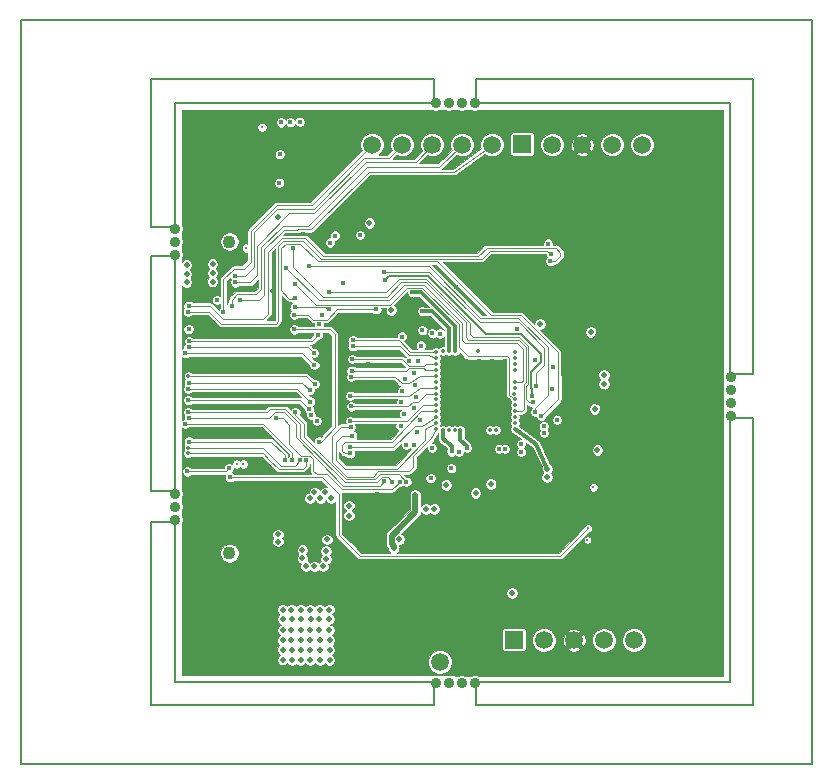
<source format=gbr>
G04 (created by PCBNEW (2013-05-31 BZR 4019)-stable) date 11/04/2014 15:09:40*
%MOIN*%
G04 Gerber Fmt 3.4, Leading zero omitted, Abs format*
%FSLAX34Y34*%
G01*
G70*
G90*
G04 APERTURE LIST*
%ADD10C,0.00590551*%
%ADD11C,0.0077*%
%ADD12C,0.0157*%
%ADD13C,0.0195*%
%ADD14C,0.0432*%
%ADD15C,0.0354*%
%ADD16C,0.2165*%
%ADD17C,0.0597*%
%ADD18R,0.0597X0.0597*%
%ADD19C,0.0117*%
%ADD20C,0.0077*%
%ADD21C,0.0196*%
%ADD22C,0.0138*%
%ADD23C,0.0195*%
%ADD24C,0.0039*%
%ADD25C,0.0117*%
G04 APERTURE END LIST*
G54D10*
G54D11*
X42606Y-52483D02*
X42606Y-27680D01*
X68983Y-52483D02*
X42606Y-52483D01*
X68983Y-27680D02*
X68983Y-52483D01*
X42606Y-27680D02*
X68983Y-27680D01*
X66228Y-30437D02*
X66228Y-39492D01*
X57764Y-30437D02*
X66228Y-30437D01*
X57764Y-29650D02*
X57764Y-30437D01*
X67016Y-29650D02*
X57764Y-29650D01*
X67016Y-39492D02*
X67016Y-29650D01*
X66228Y-39492D02*
X67016Y-39492D01*
X57764Y-50515D02*
X57764Y-49728D01*
X67016Y-50515D02*
X57764Y-50515D01*
X67016Y-40948D02*
X67016Y-50515D01*
X66228Y-40948D02*
X67016Y-40948D01*
X66228Y-49728D02*
X66228Y-40948D01*
X57764Y-49728D02*
X66228Y-49728D01*
X46936Y-50515D02*
X46936Y-44413D01*
X56386Y-50515D02*
X46936Y-50515D01*
X56386Y-49728D02*
X56386Y-50515D01*
X47724Y-49728D02*
X56386Y-49728D01*
X47724Y-44413D02*
X47724Y-49728D01*
X46936Y-44413D02*
X47724Y-44413D01*
X46936Y-43390D02*
X46936Y-35555D01*
X47724Y-43390D02*
X46936Y-43390D01*
X47724Y-35555D02*
X47724Y-43390D01*
X46936Y-35555D02*
X47724Y-35555D01*
X47724Y-30437D02*
X47724Y-34570D01*
X46936Y-34570D02*
X47724Y-34570D01*
X46936Y-29648D02*
X46936Y-34570D01*
X46936Y-29648D02*
X56384Y-29648D01*
X56384Y-29648D02*
X56384Y-30437D01*
X47724Y-30437D02*
X56384Y-30437D01*
G54D12*
X65748Y-45944D03*
X65866Y-43700D03*
X65866Y-34173D03*
X65826Y-36377D03*
X64606Y-36377D03*
X64921Y-36377D03*
X65511Y-36377D03*
X65236Y-36377D03*
X65275Y-34173D03*
X65551Y-34173D03*
X64960Y-34173D03*
X64645Y-34173D03*
X64645Y-43700D03*
X64960Y-43700D03*
X65551Y-43700D03*
X65275Y-43700D03*
X65000Y-45944D03*
X65354Y-45944D03*
X63897Y-46338D03*
X51216Y-33106D03*
X51232Y-32149D03*
G54D13*
X52891Y-48678D03*
X52872Y-47644D03*
X52881Y-47329D03*
X52872Y-48018D03*
X52891Y-48353D03*
X52891Y-49012D03*
X51326Y-49002D03*
X52566Y-49012D03*
X52242Y-49012D03*
X51631Y-49012D03*
X51927Y-49012D03*
X52251Y-48353D03*
X51936Y-48353D03*
X51936Y-48018D03*
X52251Y-48018D03*
X51622Y-48018D03*
X51326Y-48018D03*
X51326Y-48353D03*
X51622Y-48353D03*
X51927Y-48678D03*
X51631Y-48678D03*
X52566Y-48353D03*
X52547Y-48018D03*
X52557Y-47329D03*
X52547Y-47644D03*
X52242Y-48678D03*
X52566Y-48678D03*
X52261Y-47644D03*
X51946Y-47644D03*
X51927Y-47329D03*
X52232Y-47329D03*
X51622Y-47329D03*
X51326Y-47329D03*
X51326Y-47644D03*
X51631Y-47644D03*
X51986Y-45351D03*
X51326Y-48668D03*
X51986Y-45626D03*
X52104Y-45892D03*
X52773Y-45371D03*
X52675Y-45892D03*
X52389Y-45892D03*
X48124Y-36145D03*
X48124Y-36421D03*
X48124Y-35850D03*
G54D12*
X61338Y-33307D03*
X60708Y-32598D03*
X61181Y-32598D03*
X60787Y-33307D03*
X62598Y-33307D03*
X62677Y-32598D03*
X62047Y-32598D03*
X62047Y-33307D03*
X64448Y-30866D03*
X63523Y-31023D03*
X63917Y-31023D03*
X64842Y-30866D03*
X63937Y-33228D03*
X63444Y-32637D03*
X60236Y-32598D03*
X63307Y-33228D03*
X54409Y-33307D03*
X54409Y-32992D03*
X54803Y-32992D03*
X54803Y-33307D03*
X55669Y-33307D03*
X55669Y-32992D03*
X55275Y-32992D03*
X55275Y-33307D03*
X59763Y-33307D03*
X60157Y-33307D03*
X59291Y-33307D03*
X58818Y-33307D03*
X56574Y-31023D03*
X60118Y-31023D03*
X60511Y-31023D03*
X56968Y-31023D03*
X57834Y-31023D03*
X61377Y-31023D03*
X60984Y-31023D03*
X57440Y-31023D03*
X59173Y-31023D03*
X62716Y-31023D03*
X63110Y-31023D03*
X59566Y-31023D03*
X58700Y-31023D03*
X62244Y-31023D03*
X61850Y-31023D03*
X58307Y-31023D03*
X49842Y-30826D03*
X54803Y-31003D03*
X55196Y-31003D03*
X50236Y-30826D03*
X49602Y-32177D03*
X56062Y-31003D03*
X55669Y-31003D03*
X51893Y-31070D03*
X48976Y-30826D03*
X53937Y-31003D03*
X54330Y-31003D03*
X49370Y-30826D03*
X48503Y-30826D03*
X51271Y-31090D03*
X48110Y-30826D03*
X56141Y-33307D03*
X56141Y-32992D03*
X56535Y-32992D03*
X56535Y-33307D03*
X57401Y-33307D03*
X57401Y-32992D03*
X57007Y-32992D03*
X57007Y-33307D03*
X49606Y-33858D03*
X49606Y-33543D03*
X50000Y-33543D03*
X50000Y-33858D03*
X49133Y-33858D03*
X49133Y-33543D03*
X48740Y-33543D03*
X48740Y-33858D03*
X64488Y-49370D03*
X64251Y-46535D03*
X64645Y-46535D03*
X64881Y-49370D03*
X65748Y-49370D03*
X64566Y-45944D03*
X65118Y-46535D03*
X65354Y-49370D03*
X62992Y-47086D03*
X62992Y-46771D03*
X63385Y-46771D03*
X63385Y-47086D03*
X62519Y-47086D03*
X62519Y-46771D03*
X62125Y-46771D03*
X62125Y-47086D03*
X63543Y-46141D03*
X63740Y-45905D03*
X64133Y-45944D03*
X65511Y-46299D03*
X63937Y-43858D03*
X64251Y-43700D03*
X63543Y-43543D03*
X63543Y-43858D03*
X63543Y-34409D03*
X63543Y-34094D03*
X63937Y-34094D03*
X63937Y-34409D03*
X63937Y-36535D03*
X63937Y-36220D03*
X63543Y-36220D03*
X63543Y-36535D03*
X64173Y-33779D03*
X64330Y-36850D03*
X64724Y-36850D03*
X64566Y-33779D03*
X65433Y-33779D03*
X65590Y-36850D03*
X65196Y-36850D03*
X65039Y-33779D03*
X65118Y-43307D03*
X65511Y-43307D03*
X64645Y-43307D03*
X64251Y-43307D03*
X65511Y-46850D03*
X65826Y-46850D03*
X65826Y-46535D03*
X65826Y-47165D03*
X60314Y-49370D03*
X60314Y-49055D03*
X60708Y-49055D03*
X60708Y-49370D03*
X61574Y-49370D03*
X61574Y-49055D03*
X61181Y-49055D03*
X61181Y-49370D03*
X62913Y-49370D03*
X62913Y-49055D03*
X63307Y-49055D03*
X63307Y-49370D03*
X62440Y-49370D03*
X62440Y-49055D03*
X62047Y-49055D03*
X62047Y-49370D03*
X58661Y-49370D03*
X58661Y-49055D03*
X64015Y-49370D03*
X65905Y-48661D03*
X65590Y-49055D03*
X65905Y-49055D03*
X63464Y-47559D03*
X63779Y-47086D03*
X59921Y-49370D03*
X59921Y-49055D03*
X58188Y-49055D03*
X58188Y-49370D03*
X59448Y-49370D03*
X59448Y-49055D03*
X59055Y-49055D03*
X59055Y-49370D03*
X54409Y-48661D03*
X57007Y-46299D03*
X56614Y-46299D03*
X54803Y-48661D03*
X55669Y-48661D03*
X59448Y-46299D03*
X59055Y-46299D03*
X55275Y-48661D03*
X50236Y-49370D03*
X48976Y-49370D03*
X48818Y-49055D03*
X53937Y-48661D03*
X49763Y-49370D03*
X48503Y-49370D03*
X48110Y-49370D03*
X49370Y-49370D03*
X55433Y-46771D03*
X54173Y-48346D03*
X54566Y-48346D03*
X55826Y-46771D03*
X56692Y-46771D03*
X53779Y-47795D03*
X55039Y-48346D03*
X56299Y-46771D03*
X58031Y-46771D03*
X58425Y-46771D03*
X57559Y-46771D03*
X53779Y-47244D03*
X54251Y-47795D03*
X57165Y-46771D03*
X48129Y-34035D03*
X48818Y-34921D03*
X49917Y-32220D03*
X48129Y-34330D03*
X49606Y-41535D03*
X49921Y-41338D03*
X53779Y-37795D03*
X54330Y-37795D03*
X54173Y-39133D03*
X54015Y-41338D03*
X50157Y-45551D03*
X48818Y-45669D03*
X48779Y-46141D03*
X49566Y-42362D03*
X54803Y-44094D03*
X55669Y-44960D03*
X55433Y-43464D03*
X54566Y-42362D03*
X48425Y-34625D03*
X48129Y-34921D03*
X48129Y-35216D03*
X48425Y-34921D03*
X48110Y-45669D03*
X48425Y-45669D03*
X48129Y-34625D03*
X48425Y-35216D03*
X48110Y-47007D03*
X48425Y-47007D03*
X48425Y-47401D03*
X48110Y-47401D03*
X48110Y-46535D03*
X48425Y-46535D03*
X48425Y-46141D03*
X48110Y-46141D03*
X48110Y-33543D03*
X48110Y-31181D03*
X48110Y-31574D03*
X48425Y-34035D03*
X48818Y-33228D03*
X51582Y-31082D03*
X50633Y-30826D03*
X48425Y-34330D03*
X48110Y-32755D03*
X48425Y-32755D03*
X48425Y-33149D03*
X48110Y-33149D03*
X48110Y-32283D03*
X48425Y-32283D03*
X48425Y-31889D03*
X48110Y-31889D03*
X48110Y-47795D03*
X48425Y-47795D03*
X48425Y-48188D03*
X48110Y-48188D03*
X48110Y-49055D03*
X48425Y-49055D03*
X48425Y-48661D03*
X48110Y-48661D03*
X50787Y-48818D03*
X50314Y-46771D03*
X50708Y-47086D03*
X50393Y-49133D03*
X48740Y-47086D03*
X49763Y-46692D03*
X49212Y-46771D03*
X48897Y-46771D03*
X48976Y-41299D03*
X49133Y-43818D03*
X49094Y-43346D03*
X49173Y-35275D03*
X49921Y-34881D03*
X49173Y-34921D03*
X48818Y-35236D03*
X49606Y-36732D03*
X65826Y-33700D03*
X65826Y-33228D03*
X65433Y-33385D03*
X65905Y-31496D03*
X65826Y-38425D03*
X65826Y-41181D03*
X65826Y-40787D03*
X65826Y-38031D03*
X65826Y-39763D03*
X54566Y-33779D03*
X56771Y-33779D03*
X65826Y-40157D03*
X65826Y-39291D03*
X65826Y-42047D03*
X65826Y-41653D03*
X65826Y-38897D03*
X65905Y-36850D03*
X63700Y-33700D03*
X63622Y-40393D03*
X63543Y-38267D03*
X63543Y-38661D03*
X63622Y-40787D03*
X63622Y-41653D03*
X63543Y-39527D03*
X63543Y-39133D03*
X63622Y-41259D03*
X63622Y-42992D03*
X63149Y-42204D03*
X63070Y-39842D03*
X63149Y-42598D03*
X63622Y-42519D03*
X65905Y-43307D03*
X63543Y-40000D03*
X63622Y-42125D03*
X63070Y-40236D03*
X63543Y-37401D03*
X63070Y-37480D03*
X63070Y-37874D03*
X63543Y-37795D03*
X63543Y-36929D03*
X61653Y-33779D03*
X59212Y-33779D03*
X63937Y-36850D03*
X61496Y-46377D03*
X58346Y-47795D03*
X58346Y-48661D03*
X64881Y-46259D03*
X63858Y-46771D03*
X58346Y-48267D03*
G54D14*
X49554Y-45454D03*
X49554Y-35062D03*
G54D13*
X56102Y-43975D03*
G54D12*
X61386Y-35540D03*
X61024Y-35536D03*
X61024Y-35198D03*
X61394Y-35193D03*
G54D15*
X47725Y-34630D03*
X47725Y-35063D03*
X47725Y-35496D03*
X47725Y-44335D03*
X47725Y-43902D03*
X47725Y-43469D03*
X66268Y-39571D03*
X66268Y-40004D03*
X66268Y-40437D03*
X66268Y-40870D03*
G54D12*
X58299Y-40354D03*
X58299Y-39921D03*
X58082Y-40138D03*
X58515Y-40138D03*
X61011Y-37386D03*
X62078Y-44708D03*
X62275Y-44901D03*
X58732Y-40354D03*
X57866Y-40354D03*
X57433Y-40354D03*
X57000Y-40354D03*
X56783Y-40571D03*
X57216Y-40571D03*
X57653Y-40571D03*
X58082Y-40571D03*
X58515Y-40571D03*
X58515Y-41004D03*
X58082Y-41004D03*
X57653Y-41004D03*
X57216Y-41004D03*
X56783Y-41004D03*
X57000Y-40787D03*
X57433Y-40787D03*
X58299Y-40787D03*
X57866Y-40787D03*
X58732Y-40787D03*
X58732Y-39921D03*
X57866Y-39921D03*
X57433Y-39921D03*
X57000Y-39921D03*
X56783Y-40138D03*
X57216Y-40138D03*
X57653Y-40138D03*
X58515Y-39705D03*
X58082Y-39705D03*
X57653Y-39705D03*
X57216Y-39705D03*
X56783Y-39705D03*
X57000Y-39488D03*
X57433Y-39488D03*
X58299Y-39488D03*
X57866Y-39488D03*
X58732Y-39488D03*
X58732Y-39055D03*
X57866Y-39055D03*
X58299Y-39055D03*
X57433Y-39055D03*
X57000Y-39055D03*
X56783Y-39272D03*
X57216Y-39272D03*
X57653Y-39272D03*
X58082Y-39272D03*
X58515Y-39272D03*
G54D13*
X48990Y-35810D03*
X48990Y-36401D03*
X48990Y-36106D03*
X52389Y-43424D03*
X52744Y-43424D03*
X52941Y-43620D03*
X52586Y-43621D03*
X52773Y-45636D03*
G54D16*
X49752Y-32228D03*
X64791Y-32228D03*
X64791Y-47975D03*
X49752Y-47975D03*
G54D13*
X56378Y-43975D03*
X52232Y-43621D03*
G54D15*
X56426Y-49768D03*
X56859Y-49768D03*
X57292Y-49768D03*
X57726Y-49768D03*
X56425Y-30437D03*
X56858Y-30437D03*
X57291Y-30437D03*
X57725Y-30437D03*
G54D17*
X58307Y-31834D03*
X57307Y-31834D03*
X56307Y-31834D03*
X55307Y-31834D03*
G54D18*
X53307Y-31814D03*
G54D17*
X54307Y-31834D03*
G54D18*
X57576Y-49079D03*
G54D17*
X56576Y-49079D03*
X63314Y-31834D03*
X62314Y-31834D03*
X61314Y-31834D03*
G54D18*
X59314Y-31814D03*
G54D17*
X60314Y-31834D03*
X63043Y-48350D03*
X62043Y-48350D03*
X61043Y-48350D03*
G54D18*
X59043Y-48330D03*
G54D17*
X60043Y-48350D03*
G54D19*
X61685Y-43255D03*
G54D13*
X56783Y-43173D03*
X61728Y-40646D03*
X61821Y-42018D03*
X61594Y-38083D03*
X55748Y-43512D03*
X55032Y-45276D03*
G54D20*
X61488Y-45011D03*
G54D13*
X58976Y-46772D03*
G54D12*
X60177Y-35130D03*
G54D13*
X54949Y-37343D03*
G54D12*
X52646Y-37508D03*
G54D13*
X54221Y-34441D03*
X51169Y-34244D03*
X57756Y-43449D03*
G54D12*
X56949Y-42618D03*
G54D13*
X58264Y-43146D03*
X60142Y-42921D03*
G54D12*
X55299Y-38228D03*
G54D13*
X62039Y-39803D03*
X59910Y-37815D03*
X62036Y-39500D03*
G54D19*
X50011Y-42476D03*
G54D12*
X53323Y-36453D03*
G54D19*
X52901Y-30956D03*
G54D20*
X60677Y-34807D03*
X61854Y-44421D03*
X62578Y-44440D03*
X61988Y-45425D03*
G54D13*
X50921Y-43799D03*
X51012Y-36701D03*
X48158Y-36717D03*
X48150Y-39079D03*
X48189Y-41437D03*
X48138Y-43807D03*
X58002Y-47500D03*
G54D12*
X59961Y-44311D03*
X58626Y-44390D03*
X58413Y-43508D03*
X60205Y-43484D03*
X59882Y-37386D03*
X58256Y-36228D03*
X57106Y-36587D03*
G54D13*
X58616Y-45230D03*
G54D12*
X61102Y-40835D03*
G54D13*
X57668Y-44518D03*
G54D12*
X52012Y-34799D03*
X61264Y-40071D03*
X54457Y-43477D03*
G54D13*
X53465Y-45815D03*
G54D12*
X54579Y-44225D03*
G54D13*
X54268Y-46508D03*
X57984Y-48284D03*
G54D12*
X61957Y-34823D03*
X60906Y-36260D03*
X61957Y-35933D03*
X62154Y-36559D03*
X61228Y-42177D03*
X60882Y-38087D03*
X60780Y-39406D03*
X59350Y-37213D03*
G54D21*
X56091Y-35378D03*
X55579Y-35130D03*
G54D12*
X59508Y-36051D03*
X59650Y-35925D03*
X57094Y-35291D03*
X58354Y-35528D03*
X58370Y-36783D03*
X48165Y-37402D03*
X60266Y-35482D03*
X48193Y-37205D03*
X60246Y-35719D03*
X49565Y-42918D03*
X49132Y-37012D03*
G54D20*
X61511Y-44618D03*
G54D13*
X55217Y-44988D03*
G54D12*
X55288Y-40421D03*
X55701Y-40618D03*
X55366Y-40819D03*
X55705Y-41839D03*
G54D22*
X59065Y-40325D03*
G54D12*
X51732Y-36461D03*
X53591Y-41236D03*
G54D22*
X56447Y-41309D03*
G54D12*
X59951Y-40876D03*
X51728Y-36957D03*
G54D22*
X59065Y-40522D03*
G54D12*
X52870Y-37327D03*
X51728Y-37240D03*
X52870Y-36752D03*
X59669Y-40425D03*
X55736Y-39831D03*
X48193Y-37984D03*
X53906Y-34843D03*
X60319Y-39984D03*
G54D19*
X50114Y-35279D03*
X49791Y-42476D03*
G54D13*
X52811Y-44992D03*
G54D22*
X59065Y-38750D03*
G54D12*
X55638Y-36756D03*
G54D22*
X57067Y-38720D03*
G54D12*
X52906Y-35095D03*
X52543Y-37827D03*
G54D19*
X50641Y-31248D03*
G54D12*
X57205Y-42071D03*
G54D22*
X59075Y-41112D03*
G54D12*
X60039Y-41437D03*
X60473Y-41000D03*
G54D22*
X59065Y-40915D03*
X59065Y-39341D03*
G54D12*
X60339Y-39244D03*
X57465Y-41937D03*
G54D22*
X57254Y-41339D03*
G54D12*
X60030Y-41211D03*
G54D13*
X53539Y-43862D03*
X53539Y-44197D03*
G54D12*
X59272Y-41807D03*
G54D22*
X56870Y-38720D03*
G54D12*
X55981Y-37386D03*
G54D22*
X57854Y-38720D03*
G54D12*
X59150Y-37972D03*
G54D22*
X59055Y-40128D03*
G54D12*
X59748Y-39020D03*
G54D22*
X58238Y-41339D03*
X57057Y-41339D03*
X59065Y-39144D03*
X59065Y-38947D03*
G54D12*
X55933Y-38528D03*
G54D22*
X56437Y-39734D03*
X56437Y-40325D03*
G54D12*
X56260Y-42953D03*
G54D22*
X56860Y-41339D03*
G54D13*
X60154Y-42638D03*
G54D22*
X59065Y-41309D03*
G54D12*
X56957Y-42059D03*
G54D22*
X56663Y-41339D03*
X59065Y-39931D03*
G54D12*
X55394Y-39638D03*
X53650Y-41536D03*
G54D22*
X56437Y-41112D03*
G54D12*
X53583Y-40201D03*
G54D22*
X56437Y-39931D03*
G54D12*
X55831Y-39047D03*
G54D22*
X56437Y-40915D03*
G54D12*
X53579Y-41925D03*
X53602Y-40559D03*
G54D22*
X56437Y-40128D03*
G54D12*
X55303Y-40032D03*
X53662Y-38355D03*
G54D22*
X56437Y-38750D03*
G54D12*
X55709Y-39445D03*
X52193Y-35890D03*
X59740Y-40740D03*
X54453Y-37319D03*
X51721Y-37508D03*
X54721Y-36075D03*
X59787Y-39870D03*
X55555Y-39028D03*
G54D22*
X56437Y-38947D03*
G54D12*
X53662Y-38555D03*
X53610Y-39571D03*
G54D22*
X56437Y-39537D03*
G54D12*
X53626Y-39370D03*
G54D22*
X56437Y-39341D03*
G54D12*
X53579Y-42122D03*
G54D22*
X56437Y-40719D03*
G54D12*
X55772Y-40232D03*
X55890Y-41016D03*
X55260Y-41209D03*
X55815Y-41406D03*
X55445Y-41846D03*
X56303Y-41937D03*
X53650Y-38981D03*
G54D22*
X56437Y-39144D03*
G54D12*
X53587Y-41040D03*
G54D22*
X56437Y-40522D03*
G54D12*
X54736Y-36331D03*
X59646Y-40225D03*
X49354Y-37402D03*
X53071Y-34862D03*
X52276Y-40847D03*
X52248Y-40394D03*
X48185Y-39965D03*
X48221Y-38386D03*
X52516Y-38162D03*
X48201Y-39768D03*
X52232Y-40016D03*
G54D22*
X48188Y-39547D03*
G54D12*
X52402Y-39815D03*
X48079Y-38783D03*
X52386Y-39181D03*
X48193Y-38591D03*
X52366Y-38772D03*
G54D22*
X59065Y-39734D03*
G54D12*
X51445Y-35929D03*
X52213Y-40654D03*
X48181Y-40355D03*
X55984Y-38016D03*
X56319Y-38122D03*
X56575Y-38130D03*
G54D22*
X56673Y-38711D03*
G54D12*
X49744Y-36425D03*
X49634Y-37205D03*
X49917Y-37012D03*
X49748Y-36225D03*
X51717Y-37992D03*
X52535Y-41732D03*
X52118Y-42354D03*
G54D22*
X48169Y-42125D03*
G54D12*
X54984Y-43063D03*
X48173Y-40748D03*
X55453Y-43067D03*
X51752Y-40748D03*
G54D22*
X48188Y-41929D03*
G54D12*
X51917Y-42355D03*
X48197Y-41732D03*
X51398Y-42355D03*
X48075Y-41142D03*
X51638Y-42355D03*
X48201Y-40949D03*
X54721Y-43055D03*
X55225Y-43067D03*
X51091Y-40949D03*
G54D22*
X59065Y-40719D03*
G54D12*
X51669Y-35288D03*
G54D22*
X58435Y-41339D03*
G54D12*
X58536Y-41973D03*
X59281Y-42067D03*
X58740Y-41969D03*
X52465Y-41043D03*
X49535Y-42618D03*
X48154Y-42725D03*
G54D13*
X51169Y-44827D03*
X51169Y-45063D03*
G54D23*
X55032Y-45276D02*
X55032Y-45197D01*
X55748Y-44079D02*
X55748Y-43512D01*
X54965Y-44862D02*
X55748Y-44079D01*
X54965Y-45130D02*
X54965Y-44862D01*
X55032Y-45197D02*
X54965Y-45130D01*
G54D24*
X48165Y-37402D02*
X48887Y-37402D01*
X60148Y-35364D02*
X60266Y-35482D01*
X58236Y-35362D02*
X60148Y-35364D01*
X57965Y-35638D02*
X58236Y-35362D01*
X52594Y-35634D02*
X57965Y-35638D01*
X52000Y-35043D02*
X52594Y-35634D01*
X51355Y-35043D02*
X52000Y-35043D01*
X51185Y-35213D02*
X51355Y-35043D01*
X51185Y-37708D02*
X51185Y-35213D01*
X51098Y-37795D02*
X51185Y-37708D01*
X49280Y-37795D02*
X51098Y-37795D01*
X48887Y-37402D02*
X49280Y-37795D01*
X48193Y-37205D02*
X48894Y-37205D01*
X60413Y-35719D02*
X60246Y-35719D01*
X60587Y-35539D02*
X60413Y-35719D01*
X60587Y-35430D02*
X60587Y-35539D01*
X60429Y-35272D02*
X60587Y-35430D01*
X58134Y-35274D02*
X60429Y-35272D01*
X57852Y-35547D02*
X58134Y-35274D01*
X52681Y-35547D02*
X57852Y-35547D01*
X52083Y-34949D02*
X52681Y-35547D01*
X51291Y-34949D02*
X52083Y-34949D01*
X50843Y-35397D02*
X51291Y-34949D01*
X50843Y-37472D02*
X50843Y-35397D01*
X50677Y-37638D02*
X50843Y-37472D01*
X49327Y-37638D02*
X50677Y-37638D01*
X48894Y-37205D02*
X49327Y-37638D01*
X53899Y-45541D02*
X60588Y-45541D01*
X52642Y-42918D02*
X53201Y-43477D01*
X53201Y-43477D02*
X53201Y-44843D01*
X53201Y-44843D02*
X53899Y-45541D01*
X49565Y-42918D02*
X52642Y-42918D01*
X60588Y-45541D02*
X61511Y-44618D01*
X57197Y-38563D02*
X57197Y-37803D01*
X57197Y-37803D02*
X55988Y-36594D01*
X55461Y-36594D02*
X54894Y-37161D01*
X55988Y-36594D02*
X55461Y-36594D01*
X52433Y-37161D02*
X51732Y-36461D01*
X54894Y-37161D02*
X52433Y-37161D01*
X59065Y-40325D02*
X59087Y-40327D01*
X59087Y-40327D02*
X58878Y-40167D01*
X58878Y-40167D02*
X58878Y-38947D01*
X58878Y-38947D02*
X58819Y-38888D01*
X58819Y-38888D02*
X57490Y-38888D01*
X57490Y-38888D02*
X57197Y-38563D01*
X56280Y-41618D02*
X56447Y-41309D01*
X55689Y-42209D02*
X56280Y-41618D01*
X55689Y-42567D02*
X55689Y-42209D01*
X53591Y-41236D02*
X53261Y-41236D01*
X55535Y-42721D02*
X55689Y-42567D01*
X54508Y-42724D02*
X55535Y-42721D01*
X54335Y-42898D02*
X54508Y-42724D01*
X53469Y-42898D02*
X54335Y-42898D01*
X52972Y-42398D02*
X53469Y-42898D01*
X52972Y-41528D02*
X52972Y-42398D01*
X53261Y-41236D02*
X52972Y-41528D01*
X51555Y-36961D02*
X51287Y-36693D01*
X51287Y-36693D02*
X51287Y-35263D01*
X51287Y-35263D02*
X51429Y-35142D01*
X51429Y-35142D02*
X51921Y-35142D01*
X51921Y-35142D02*
X52499Y-35720D01*
X52499Y-35720D02*
X56480Y-35720D01*
X56480Y-35720D02*
X58284Y-37524D01*
X58284Y-37524D02*
X59276Y-37524D01*
X59276Y-37524D02*
X60508Y-38756D01*
X60508Y-38756D02*
X60512Y-40315D01*
X60512Y-40315D02*
X59951Y-40876D01*
X51555Y-36961D02*
X51728Y-36957D01*
X52870Y-36752D02*
X54768Y-36752D01*
X52732Y-37240D02*
X52870Y-37327D01*
X51728Y-37240D02*
X52732Y-37240D01*
X59547Y-40425D02*
X59669Y-40425D01*
X59453Y-40327D02*
X59547Y-40425D01*
X59453Y-39870D02*
X59453Y-40327D01*
X59512Y-39811D02*
X59453Y-39870D01*
X59512Y-38531D02*
X59512Y-39811D01*
X59220Y-38240D02*
X59512Y-38531D01*
X57683Y-38240D02*
X59220Y-38240D01*
X57583Y-38140D02*
X57683Y-38240D01*
X57583Y-37788D02*
X57583Y-38140D01*
X56118Y-36323D02*
X57583Y-37788D01*
X55197Y-36323D02*
X56118Y-36323D01*
X54768Y-36752D02*
X55197Y-36323D01*
G54D25*
X55638Y-36756D02*
X55941Y-36756D01*
X55941Y-36756D02*
X57063Y-37878D01*
X57063Y-37878D02*
X57067Y-38720D01*
X57465Y-41937D02*
X57465Y-41882D01*
X57252Y-41669D02*
X57254Y-41339D01*
X57465Y-41882D02*
X57252Y-41669D01*
X55981Y-37386D02*
X56303Y-37386D01*
X56866Y-37949D02*
X56870Y-38720D01*
X56303Y-37386D02*
X56866Y-37949D01*
X60154Y-42638D02*
X59776Y-41823D01*
X59776Y-41823D02*
X59065Y-41309D01*
X56957Y-42059D02*
X56961Y-41878D01*
X56665Y-41654D02*
X56663Y-41339D01*
X56961Y-41878D02*
X56665Y-41654D01*
G54D24*
X53650Y-41536D02*
X53295Y-41536D01*
X56075Y-41307D02*
X56437Y-41112D01*
X56075Y-41693D02*
X56075Y-41622D01*
X56075Y-41622D02*
X56075Y-41307D01*
X55146Y-42630D02*
X56075Y-41693D01*
X53395Y-42630D02*
X55146Y-42630D01*
X53102Y-42337D02*
X53395Y-42630D01*
X53102Y-41729D02*
X53102Y-42337D01*
X53295Y-41536D02*
X53102Y-41729D01*
X53583Y-40201D02*
X55547Y-40205D01*
X55913Y-39933D02*
X56437Y-39931D01*
X55547Y-40205D02*
X55913Y-39933D01*
X53579Y-41925D02*
X55000Y-41925D01*
X55989Y-41201D02*
X56437Y-40915D01*
X55724Y-41201D02*
X55989Y-41201D01*
X55000Y-41925D02*
X55724Y-41201D01*
X53602Y-40559D02*
X55505Y-40559D01*
X56118Y-40130D02*
X56437Y-40128D01*
X55854Y-40394D02*
X56118Y-40130D01*
X55670Y-40394D02*
X55854Y-40394D01*
X55505Y-40559D02*
X55670Y-40394D01*
X53662Y-38355D02*
X55194Y-38355D01*
X55587Y-38748D02*
X56437Y-38750D01*
X55194Y-38355D02*
X55587Y-38748D01*
X59740Y-40740D02*
X59740Y-40607D01*
X56193Y-35890D02*
X52193Y-35890D01*
X57917Y-37614D02*
X56193Y-35890D01*
X59185Y-37614D02*
X57917Y-37614D01*
X60161Y-38590D02*
X59185Y-37614D01*
X60161Y-40186D02*
X60161Y-38590D01*
X59740Y-40607D02*
X60161Y-40186D01*
X59787Y-39870D02*
X59787Y-39445D01*
X52178Y-37508D02*
X52336Y-37666D01*
X52336Y-37666D02*
X52799Y-37666D01*
X52799Y-37666D02*
X53146Y-37319D01*
X53146Y-37319D02*
X54453Y-37319D01*
X51721Y-37508D02*
X52178Y-37508D01*
X56217Y-36075D02*
X54721Y-36075D01*
X57902Y-37760D02*
X56217Y-36075D01*
X59193Y-37760D02*
X57902Y-37760D01*
X60051Y-38618D02*
X59193Y-37760D01*
X60051Y-39181D02*
X60051Y-38618D01*
X59787Y-39445D02*
X60051Y-39181D01*
X55244Y-38555D02*
X55539Y-38843D01*
X56173Y-38843D02*
X56437Y-38947D01*
X55539Y-38843D02*
X56173Y-38843D01*
X53662Y-38555D02*
X55244Y-38555D01*
X53610Y-39571D02*
X55086Y-39571D01*
X55913Y-39540D02*
X56437Y-39537D01*
X55555Y-39783D02*
X55913Y-39540D01*
X55299Y-39784D02*
X55555Y-39783D01*
X55086Y-39571D02*
X55299Y-39784D01*
X53626Y-39370D02*
X55449Y-39366D01*
X56083Y-39343D02*
X56437Y-39341D01*
X56032Y-39292D02*
X56083Y-39343D01*
X55524Y-39291D02*
X56032Y-39292D01*
X55449Y-39366D02*
X55524Y-39291D01*
X53579Y-42122D02*
X53401Y-42122D01*
X55945Y-40717D02*
X56437Y-40719D01*
X54984Y-41744D02*
X55945Y-40717D01*
X53421Y-41744D02*
X54984Y-41744D01*
X53307Y-41858D02*
X53421Y-41744D01*
X53307Y-42028D02*
X53307Y-41858D01*
X53401Y-42122D02*
X53307Y-42028D01*
X53650Y-38981D02*
X55308Y-38981D01*
X56111Y-39138D02*
X56437Y-39144D01*
X56048Y-39201D02*
X56111Y-39138D01*
X55528Y-39201D02*
X56048Y-39201D01*
X55308Y-38981D02*
X55528Y-39201D01*
X53587Y-41040D02*
X55488Y-41040D01*
X56004Y-40524D02*
X56437Y-40522D01*
X55488Y-41040D02*
X56004Y-40524D01*
G54D11*
X59646Y-39977D02*
X59622Y-39953D01*
X59622Y-39953D02*
X59622Y-39401D01*
X59622Y-39401D02*
X59949Y-39074D01*
X59949Y-39074D02*
X59949Y-38823D01*
X59949Y-38823D02*
X59260Y-38134D01*
X59260Y-38134D02*
X58095Y-38134D01*
X58095Y-38134D02*
X56166Y-36205D01*
X56166Y-36205D02*
X54862Y-36205D01*
X54862Y-36205D02*
X54736Y-36331D01*
X59646Y-40225D02*
X59646Y-39977D01*
G54D24*
X49354Y-37402D02*
X49354Y-36324D01*
X52291Y-33850D02*
X54307Y-31834D01*
X51130Y-33850D02*
X52291Y-33850D01*
X50264Y-34716D02*
X51130Y-33850D01*
X50264Y-35732D02*
X50264Y-34716D01*
X50027Y-35969D02*
X50264Y-35732D01*
X49709Y-35969D02*
X50027Y-35969D01*
X49354Y-36324D02*
X49709Y-35969D01*
X48185Y-39965D02*
X51819Y-39965D01*
X51819Y-39965D02*
X52248Y-40394D01*
X48221Y-38386D02*
X52292Y-38386D01*
X52292Y-38386D02*
X52516Y-38162D01*
X48201Y-39768D02*
X51984Y-39768D01*
X51984Y-39768D02*
X52232Y-40016D01*
X52374Y-39815D02*
X52106Y-39547D01*
X52106Y-39547D02*
X48188Y-39547D01*
X52402Y-39815D02*
X52374Y-39815D01*
X48079Y-38783D02*
X51989Y-38784D01*
X51989Y-38784D02*
X52386Y-39181D01*
X48193Y-38591D02*
X52185Y-38591D01*
X52185Y-38591D02*
X52366Y-38772D01*
X59065Y-39734D02*
X59299Y-39732D01*
X52524Y-37008D02*
X51445Y-35929D01*
X54873Y-37008D02*
X52524Y-37008D01*
X55377Y-36504D02*
X54873Y-37008D01*
X56039Y-36504D02*
X55377Y-36504D01*
X57319Y-37784D02*
X56039Y-36504D01*
X57319Y-38331D02*
X57319Y-37784D01*
X57421Y-38433D02*
X57319Y-38331D01*
X59149Y-38433D02*
X57421Y-38433D01*
X59350Y-38638D02*
X59149Y-38433D01*
X59350Y-39681D02*
X59350Y-38638D01*
X59299Y-39732D02*
X59350Y-39681D01*
X48181Y-40355D02*
X51914Y-40355D01*
X51914Y-40355D02*
X52213Y-40654D01*
X49744Y-36425D02*
X50248Y-36425D01*
X52385Y-34121D02*
X54094Y-32421D01*
X54094Y-32421D02*
X55758Y-32421D01*
X55758Y-32421D02*
X56307Y-31834D01*
X51545Y-34123D02*
X52385Y-34121D01*
X50484Y-35213D02*
X51545Y-34123D01*
X50484Y-36189D02*
X50484Y-35213D01*
X50248Y-36425D02*
X50484Y-36189D01*
X49634Y-37205D02*
X49634Y-36995D01*
X56555Y-32569D02*
X57307Y-31834D01*
X54124Y-32569D02*
X56555Y-32569D01*
X52165Y-34528D02*
X54124Y-32569D01*
X51335Y-34528D02*
X52165Y-34528D01*
X50606Y-35257D02*
X51335Y-34528D01*
X50606Y-36650D02*
X50606Y-35257D01*
X50433Y-36823D02*
X50606Y-36650D01*
X49806Y-36823D02*
X50433Y-36823D01*
X49634Y-36995D02*
X49806Y-36823D01*
X49917Y-37012D02*
X50531Y-37012D01*
X52283Y-34656D02*
X54193Y-32746D01*
X54193Y-32746D02*
X57028Y-32746D01*
X57028Y-32746D02*
X58307Y-31834D01*
X51358Y-34661D02*
X52283Y-34656D01*
X50713Y-35306D02*
X51358Y-34661D01*
X50713Y-36830D02*
X50713Y-35306D01*
X50531Y-37012D02*
X50713Y-36830D01*
X49748Y-36225D02*
X50086Y-36225D01*
X52366Y-33965D02*
X54055Y-32276D01*
X54055Y-32276D02*
X54866Y-32276D01*
X54866Y-32276D02*
X55307Y-31834D01*
X51149Y-33965D02*
X52366Y-33965D01*
X50386Y-34728D02*
X51149Y-33965D01*
X50386Y-35925D02*
X50386Y-34728D01*
X50086Y-36225D02*
X50386Y-35925D01*
X52898Y-37992D02*
X51717Y-37992D01*
X53063Y-38157D02*
X52898Y-37992D01*
X53063Y-41260D02*
X53063Y-38157D01*
X52591Y-41732D02*
X53063Y-41260D01*
X52535Y-41732D02*
X52591Y-41732D01*
X48169Y-42125D02*
X50680Y-42125D01*
X50886Y-42331D02*
X51197Y-42642D01*
X51197Y-42642D02*
X52004Y-42642D01*
X52004Y-42642D02*
X52118Y-42528D01*
X52118Y-42528D02*
X52118Y-42354D01*
X50680Y-42125D02*
X50886Y-42331D01*
X48173Y-40748D02*
X50792Y-40748D01*
X54834Y-42913D02*
X54984Y-43063D01*
X54631Y-42913D02*
X54834Y-42913D01*
X54461Y-43083D02*
X54631Y-42913D01*
X53410Y-43083D02*
X54461Y-43083D01*
X51921Y-41610D02*
X53410Y-43083D01*
X51921Y-41146D02*
X51921Y-41610D01*
X51422Y-40642D02*
X51921Y-41146D01*
X50898Y-40642D02*
X51422Y-40642D01*
X50792Y-40748D02*
X50898Y-40642D01*
X55201Y-42815D02*
X55453Y-43067D01*
X54579Y-42815D02*
X55201Y-42815D01*
X54410Y-42984D02*
X54579Y-42815D01*
X53441Y-42984D02*
X54410Y-42984D01*
X52028Y-41571D02*
X53441Y-42984D01*
X52028Y-41130D02*
X52028Y-41571D01*
X51752Y-40854D02*
X52028Y-41130D01*
X51752Y-40748D02*
X51752Y-40854D01*
X50870Y-42130D02*
X50669Y-41929D01*
X50669Y-41929D02*
X48188Y-41929D01*
X51725Y-42547D02*
X51917Y-42355D01*
X51288Y-42547D02*
X51725Y-42547D01*
X50871Y-42130D02*
X51288Y-42547D01*
X50871Y-42130D02*
X50870Y-42130D01*
X48197Y-41732D02*
X50941Y-41732D01*
X51398Y-42189D02*
X51398Y-42355D01*
X50941Y-41732D02*
X51398Y-42189D01*
X48075Y-41142D02*
X50673Y-41142D01*
X51638Y-42107D02*
X51638Y-42355D01*
X50673Y-41142D02*
X51638Y-42107D01*
X48201Y-40949D02*
X50862Y-40949D01*
X54571Y-43205D02*
X54721Y-43055D01*
X53323Y-43205D02*
X54571Y-43205D01*
X51760Y-41587D02*
X53323Y-43205D01*
X51764Y-41146D02*
X51760Y-41587D01*
X51366Y-40744D02*
X51764Y-41146D01*
X51067Y-40744D02*
X51366Y-40744D01*
X50862Y-40949D02*
X51067Y-40744D01*
X51323Y-40949D02*
X51547Y-41173D01*
X51547Y-41173D02*
X51547Y-41822D01*
X51547Y-41822D02*
X51926Y-42201D01*
X51926Y-42201D02*
X52236Y-42201D01*
X52236Y-42201D02*
X52350Y-42315D01*
X52350Y-42315D02*
X52350Y-42708D01*
X52350Y-42708D02*
X52457Y-42815D01*
X52457Y-42815D02*
X52796Y-42815D01*
X52796Y-42815D02*
X53304Y-43323D01*
X53304Y-43323D02*
X54969Y-43323D01*
X54969Y-43323D02*
X55225Y-43067D01*
X51091Y-40949D02*
X51323Y-40949D01*
X59065Y-40719D02*
X59303Y-40718D01*
X51669Y-35902D02*
X51669Y-35288D01*
X52669Y-36902D02*
X51669Y-35902D01*
X54802Y-36902D02*
X52669Y-36902D01*
X55283Y-36421D02*
X54802Y-36902D01*
X56102Y-36421D02*
X55283Y-36421D01*
X57441Y-37760D02*
X56102Y-36421D01*
X57441Y-38252D02*
X57441Y-37760D01*
X57520Y-38331D02*
X57441Y-38252D01*
X59193Y-38331D02*
X57520Y-38331D01*
X59429Y-38571D02*
X59193Y-38331D01*
X59429Y-39728D02*
X59429Y-38571D01*
X59362Y-39795D02*
X59429Y-39728D01*
X59364Y-40659D02*
X59362Y-39795D01*
X59303Y-40718D02*
X59364Y-40659D01*
X49428Y-42725D02*
X49535Y-42618D01*
X48154Y-42725D02*
X49428Y-42725D01*
G54D10*
G36*
X50493Y-36603D02*
X50386Y-36710D01*
X49806Y-36710D01*
X49762Y-36718D01*
X49726Y-36743D01*
X49726Y-36743D01*
X49554Y-36915D01*
X49529Y-36951D01*
X49521Y-36995D01*
X49521Y-37074D01*
X49488Y-37107D01*
X49467Y-37158D01*
X49467Y-36370D01*
X49576Y-36261D01*
X49602Y-36322D01*
X49602Y-36322D01*
X49598Y-36327D01*
X49572Y-36390D01*
X49571Y-36459D01*
X49598Y-36522D01*
X49646Y-36570D01*
X49709Y-36596D01*
X49778Y-36597D01*
X49841Y-36570D01*
X49874Y-36538D01*
X50248Y-36538D01*
X50291Y-36529D01*
X50327Y-36504D01*
X50493Y-36339D01*
X50493Y-36603D01*
X50493Y-36603D01*
G37*
G54D24*
X50493Y-36603D02*
X50386Y-36710D01*
X49806Y-36710D01*
X49762Y-36718D01*
X49726Y-36743D01*
X49726Y-36743D01*
X49554Y-36915D01*
X49529Y-36951D01*
X49521Y-36995D01*
X49521Y-37074D01*
X49488Y-37107D01*
X49467Y-37158D01*
X49467Y-36370D01*
X49576Y-36261D01*
X49602Y-36322D01*
X49602Y-36322D01*
X49598Y-36327D01*
X49572Y-36390D01*
X49571Y-36459D01*
X49598Y-36522D01*
X49646Y-36570D01*
X49709Y-36596D01*
X49778Y-36597D01*
X49841Y-36570D01*
X49874Y-36538D01*
X50248Y-36538D01*
X50291Y-36529D01*
X50327Y-36504D01*
X50493Y-36339D01*
X50493Y-36603D01*
G54D10*
G36*
X51072Y-37661D02*
X51051Y-37682D01*
X50792Y-37682D01*
X50922Y-37551D01*
X50947Y-37515D01*
X50956Y-37472D01*
X50956Y-35443D01*
X51072Y-35327D01*
X51072Y-37661D01*
X51072Y-37661D01*
G37*
G54D24*
X51072Y-37661D02*
X51051Y-37682D01*
X50792Y-37682D01*
X50922Y-37551D01*
X50947Y-37515D01*
X50956Y-37472D01*
X50956Y-35443D01*
X51072Y-35327D01*
X51072Y-37661D01*
G54D10*
G36*
X52950Y-41213D02*
X52637Y-41526D01*
X52637Y-41008D01*
X52610Y-40945D01*
X52562Y-40897D01*
X52499Y-40871D01*
X52447Y-40870D01*
X52448Y-40812D01*
X52421Y-40749D01*
X52377Y-40705D01*
X52384Y-40688D01*
X52385Y-40619D01*
X52358Y-40556D01*
X52343Y-40540D01*
X52345Y-40539D01*
X52393Y-40491D01*
X52419Y-40428D01*
X52420Y-40359D01*
X52393Y-40296D01*
X52345Y-40248D01*
X52282Y-40222D01*
X52235Y-40221D01*
X52201Y-40187D01*
X52266Y-40188D01*
X52329Y-40161D01*
X52377Y-40113D01*
X52403Y-40050D01*
X52404Y-39987D01*
X52436Y-39987D01*
X52499Y-39960D01*
X52547Y-39912D01*
X52573Y-39849D01*
X52574Y-39780D01*
X52547Y-39717D01*
X52499Y-39669D01*
X52436Y-39643D01*
X52367Y-39642D01*
X52363Y-39644D01*
X52186Y-39467D01*
X52149Y-39442D01*
X52106Y-39434D01*
X48305Y-39434D01*
X48281Y-39409D01*
X48221Y-39384D01*
X48156Y-39384D01*
X48097Y-39409D01*
X48051Y-39455D01*
X48026Y-39514D01*
X48026Y-39579D01*
X48051Y-39639D01*
X48068Y-39656D01*
X48055Y-39670D01*
X48029Y-39733D01*
X48028Y-39802D01*
X48051Y-39855D01*
X48039Y-39867D01*
X48013Y-39930D01*
X48012Y-39999D01*
X48039Y-40062D01*
X48087Y-40110D01*
X48150Y-40136D01*
X48219Y-40137D01*
X48282Y-40110D01*
X48315Y-40078D01*
X51772Y-40078D01*
X51941Y-40247D01*
X51914Y-40242D01*
X48311Y-40242D01*
X48278Y-40209D01*
X48215Y-40183D01*
X48146Y-40182D01*
X48083Y-40209D01*
X48035Y-40257D01*
X48009Y-40320D01*
X48008Y-40389D01*
X48035Y-40452D01*
X48083Y-40500D01*
X48146Y-40526D01*
X48215Y-40527D01*
X48278Y-40500D01*
X48311Y-40468D01*
X51867Y-40468D01*
X52041Y-40641D01*
X52040Y-40688D01*
X52067Y-40751D01*
X52111Y-40795D01*
X52104Y-40812D01*
X52103Y-40881D01*
X52130Y-40944D01*
X52178Y-40992D01*
X52241Y-41018D01*
X52293Y-41019D01*
X52292Y-41077D01*
X52319Y-41140D01*
X52367Y-41188D01*
X52430Y-41214D01*
X52499Y-41215D01*
X52562Y-41188D01*
X52610Y-41140D01*
X52636Y-41077D01*
X52637Y-41008D01*
X52637Y-41526D01*
X52593Y-41569D01*
X52569Y-41560D01*
X52500Y-41559D01*
X52437Y-41586D01*
X52389Y-41634D01*
X52363Y-41697D01*
X52362Y-41746D01*
X52141Y-41524D01*
X52141Y-41130D01*
X52132Y-41086D01*
X52107Y-41050D01*
X51899Y-40841D01*
X51923Y-40782D01*
X51924Y-40713D01*
X51897Y-40650D01*
X51849Y-40602D01*
X51786Y-40576D01*
X51717Y-40575D01*
X51654Y-40602D01*
X51606Y-40650D01*
X51601Y-40662D01*
X51502Y-40562D01*
X51502Y-40562D01*
X51501Y-40562D01*
X51483Y-40549D01*
X51465Y-40537D01*
X51465Y-40537D01*
X51465Y-40537D01*
X51443Y-40533D01*
X51422Y-40529D01*
X51422Y-40529D01*
X51422Y-40529D01*
X50898Y-40529D01*
X50897Y-40529D01*
X50854Y-40537D01*
X50818Y-40562D01*
X50818Y-40562D01*
X50745Y-40635D01*
X48303Y-40635D01*
X48270Y-40602D01*
X48207Y-40576D01*
X48138Y-40575D01*
X48075Y-40602D01*
X48027Y-40650D01*
X48001Y-40713D01*
X48000Y-40782D01*
X48027Y-40845D01*
X48048Y-40867D01*
X48029Y-40914D01*
X48028Y-40974D01*
X47977Y-40996D01*
X47972Y-41001D01*
X47972Y-38919D01*
X47981Y-38928D01*
X48044Y-38954D01*
X48113Y-38955D01*
X48176Y-38928D01*
X48209Y-38896D01*
X51941Y-38896D01*
X52214Y-39168D01*
X52213Y-39215D01*
X52240Y-39278D01*
X52288Y-39326D01*
X52351Y-39352D01*
X52420Y-39353D01*
X52483Y-39326D01*
X52531Y-39278D01*
X52557Y-39215D01*
X52558Y-39146D01*
X52531Y-39083D01*
X52483Y-39035D01*
X52420Y-39009D01*
X52373Y-39008D01*
X52292Y-38927D01*
X52331Y-38943D01*
X52400Y-38944D01*
X52463Y-38917D01*
X52511Y-38869D01*
X52537Y-38806D01*
X52538Y-38737D01*
X52511Y-38674D01*
X52463Y-38626D01*
X52400Y-38600D01*
X52353Y-38599D01*
X52264Y-38511D01*
X52246Y-38499D01*
X52292Y-38499D01*
X52335Y-38490D01*
X52371Y-38465D01*
X52503Y-38333D01*
X52550Y-38334D01*
X52613Y-38307D01*
X52661Y-38259D01*
X52687Y-38196D01*
X52688Y-38127D01*
X52678Y-38105D01*
X52851Y-38105D01*
X52950Y-38203D01*
X52950Y-41213D01*
X52950Y-41213D01*
G37*
G54D24*
X52950Y-41213D02*
X52637Y-41526D01*
X52637Y-41008D01*
X52610Y-40945D01*
X52562Y-40897D01*
X52499Y-40871D01*
X52447Y-40870D01*
X52448Y-40812D01*
X52421Y-40749D01*
X52377Y-40705D01*
X52384Y-40688D01*
X52385Y-40619D01*
X52358Y-40556D01*
X52343Y-40540D01*
X52345Y-40539D01*
X52393Y-40491D01*
X52419Y-40428D01*
X52420Y-40359D01*
X52393Y-40296D01*
X52345Y-40248D01*
X52282Y-40222D01*
X52235Y-40221D01*
X52201Y-40187D01*
X52266Y-40188D01*
X52329Y-40161D01*
X52377Y-40113D01*
X52403Y-40050D01*
X52404Y-39987D01*
X52436Y-39987D01*
X52499Y-39960D01*
X52547Y-39912D01*
X52573Y-39849D01*
X52574Y-39780D01*
X52547Y-39717D01*
X52499Y-39669D01*
X52436Y-39643D01*
X52367Y-39642D01*
X52363Y-39644D01*
X52186Y-39467D01*
X52149Y-39442D01*
X52106Y-39434D01*
X48305Y-39434D01*
X48281Y-39409D01*
X48221Y-39384D01*
X48156Y-39384D01*
X48097Y-39409D01*
X48051Y-39455D01*
X48026Y-39514D01*
X48026Y-39579D01*
X48051Y-39639D01*
X48068Y-39656D01*
X48055Y-39670D01*
X48029Y-39733D01*
X48028Y-39802D01*
X48051Y-39855D01*
X48039Y-39867D01*
X48013Y-39930D01*
X48012Y-39999D01*
X48039Y-40062D01*
X48087Y-40110D01*
X48150Y-40136D01*
X48219Y-40137D01*
X48282Y-40110D01*
X48315Y-40078D01*
X51772Y-40078D01*
X51941Y-40247D01*
X51914Y-40242D01*
X48311Y-40242D01*
X48278Y-40209D01*
X48215Y-40183D01*
X48146Y-40182D01*
X48083Y-40209D01*
X48035Y-40257D01*
X48009Y-40320D01*
X48008Y-40389D01*
X48035Y-40452D01*
X48083Y-40500D01*
X48146Y-40526D01*
X48215Y-40527D01*
X48278Y-40500D01*
X48311Y-40468D01*
X51867Y-40468D01*
X52041Y-40641D01*
X52040Y-40688D01*
X52067Y-40751D01*
X52111Y-40795D01*
X52104Y-40812D01*
X52103Y-40881D01*
X52130Y-40944D01*
X52178Y-40992D01*
X52241Y-41018D01*
X52293Y-41019D01*
X52292Y-41077D01*
X52319Y-41140D01*
X52367Y-41188D01*
X52430Y-41214D01*
X52499Y-41215D01*
X52562Y-41188D01*
X52610Y-41140D01*
X52636Y-41077D01*
X52637Y-41008D01*
X52637Y-41526D01*
X52593Y-41569D01*
X52569Y-41560D01*
X52500Y-41559D01*
X52437Y-41586D01*
X52389Y-41634D01*
X52363Y-41697D01*
X52362Y-41746D01*
X52141Y-41524D01*
X52141Y-41130D01*
X52132Y-41086D01*
X52107Y-41050D01*
X51899Y-40841D01*
X51923Y-40782D01*
X51924Y-40713D01*
X51897Y-40650D01*
X51849Y-40602D01*
X51786Y-40576D01*
X51717Y-40575D01*
X51654Y-40602D01*
X51606Y-40650D01*
X51601Y-40662D01*
X51502Y-40562D01*
X51502Y-40562D01*
X51501Y-40562D01*
X51483Y-40549D01*
X51465Y-40537D01*
X51465Y-40537D01*
X51465Y-40537D01*
X51443Y-40533D01*
X51422Y-40529D01*
X51422Y-40529D01*
X51422Y-40529D01*
X50898Y-40529D01*
X50897Y-40529D01*
X50854Y-40537D01*
X50818Y-40562D01*
X50818Y-40562D01*
X50745Y-40635D01*
X48303Y-40635D01*
X48270Y-40602D01*
X48207Y-40576D01*
X48138Y-40575D01*
X48075Y-40602D01*
X48027Y-40650D01*
X48001Y-40713D01*
X48000Y-40782D01*
X48027Y-40845D01*
X48048Y-40867D01*
X48029Y-40914D01*
X48028Y-40974D01*
X47977Y-40996D01*
X47972Y-41001D01*
X47972Y-38919D01*
X47981Y-38928D01*
X48044Y-38954D01*
X48113Y-38955D01*
X48176Y-38928D01*
X48209Y-38896D01*
X51941Y-38896D01*
X52214Y-39168D01*
X52213Y-39215D01*
X52240Y-39278D01*
X52288Y-39326D01*
X52351Y-39352D01*
X52420Y-39353D01*
X52483Y-39326D01*
X52531Y-39278D01*
X52557Y-39215D01*
X52558Y-39146D01*
X52531Y-39083D01*
X52483Y-39035D01*
X52420Y-39009D01*
X52373Y-39008D01*
X52292Y-38927D01*
X52331Y-38943D01*
X52400Y-38944D01*
X52463Y-38917D01*
X52511Y-38869D01*
X52537Y-38806D01*
X52538Y-38737D01*
X52511Y-38674D01*
X52463Y-38626D01*
X52400Y-38600D01*
X52353Y-38599D01*
X52264Y-38511D01*
X52246Y-38499D01*
X52292Y-38499D01*
X52335Y-38490D01*
X52371Y-38465D01*
X52503Y-38333D01*
X52550Y-38334D01*
X52613Y-38307D01*
X52661Y-38259D01*
X52687Y-38196D01*
X52688Y-38127D01*
X52678Y-38105D01*
X52851Y-38105D01*
X52950Y-38203D01*
X52950Y-41213D01*
G54D10*
G36*
X55184Y-41364D02*
X54934Y-41631D01*
X53796Y-41631D01*
X53821Y-41570D01*
X53822Y-41501D01*
X53795Y-41438D01*
X53747Y-41390D01*
X53699Y-41370D01*
X53736Y-41333D01*
X53762Y-41270D01*
X53763Y-41201D01*
X53742Y-41153D01*
X55097Y-41153D01*
X55088Y-41174D01*
X55087Y-41243D01*
X55114Y-41306D01*
X55162Y-41354D01*
X55184Y-41364D01*
X55184Y-41364D01*
G37*
G54D24*
X55184Y-41364D02*
X54934Y-41631D01*
X53796Y-41631D01*
X53821Y-41570D01*
X53822Y-41501D01*
X53795Y-41438D01*
X53747Y-41390D01*
X53699Y-41370D01*
X53736Y-41333D01*
X53762Y-41270D01*
X53763Y-41201D01*
X53742Y-41153D01*
X55097Y-41153D01*
X55088Y-41174D01*
X55087Y-41243D01*
X55114Y-41306D01*
X55162Y-41354D01*
X55184Y-41364D01*
G54D10*
G36*
X55621Y-41990D02*
X55098Y-42517D01*
X53441Y-42517D01*
X53215Y-42290D01*
X53215Y-42089D01*
X53227Y-42107D01*
X53321Y-42201D01*
X53321Y-42201D01*
X53357Y-42226D01*
X53401Y-42235D01*
X53448Y-42235D01*
X53481Y-42267D01*
X53544Y-42293D01*
X53613Y-42294D01*
X53676Y-42267D01*
X53724Y-42219D01*
X53750Y-42156D01*
X53751Y-42087D01*
X53730Y-42038D01*
X55000Y-42038D01*
X55043Y-42029D01*
X55079Y-42004D01*
X55273Y-41811D01*
X55272Y-41880D01*
X55299Y-41943D01*
X55347Y-41991D01*
X55410Y-42017D01*
X55479Y-42018D01*
X55542Y-41991D01*
X55578Y-41955D01*
X55607Y-41984D01*
X55621Y-41990D01*
X55621Y-41990D01*
G37*
G54D24*
X55621Y-41990D02*
X55098Y-42517D01*
X53441Y-42517D01*
X53215Y-42290D01*
X53215Y-42089D01*
X53227Y-42107D01*
X53321Y-42201D01*
X53321Y-42201D01*
X53357Y-42226D01*
X53401Y-42235D01*
X53448Y-42235D01*
X53481Y-42267D01*
X53544Y-42293D01*
X53613Y-42294D01*
X53676Y-42267D01*
X53724Y-42219D01*
X53750Y-42156D01*
X53751Y-42087D01*
X53730Y-42038D01*
X55000Y-42038D01*
X55043Y-42029D01*
X55079Y-42004D01*
X55273Y-41811D01*
X55272Y-41880D01*
X55299Y-41943D01*
X55347Y-41991D01*
X55410Y-42017D01*
X55479Y-42018D01*
X55542Y-41991D01*
X55578Y-41955D01*
X55607Y-41984D01*
X55621Y-41990D01*
G54D10*
G36*
X56717Y-38553D02*
X56705Y-38548D01*
X56640Y-38548D01*
X56581Y-38573D01*
X56535Y-38618D01*
X56529Y-38612D01*
X56469Y-38587D01*
X56404Y-38587D01*
X56345Y-38612D01*
X56320Y-38636D01*
X56068Y-38635D01*
X56078Y-38625D01*
X56104Y-38562D01*
X56105Y-38493D01*
X56078Y-38430D01*
X56030Y-38382D01*
X55967Y-38356D01*
X55898Y-38355D01*
X55835Y-38382D01*
X55787Y-38430D01*
X55761Y-38493D01*
X55760Y-38562D01*
X55787Y-38625D01*
X55797Y-38635D01*
X55633Y-38635D01*
X55379Y-38380D01*
X55396Y-38373D01*
X55444Y-38325D01*
X55470Y-38262D01*
X55471Y-38193D01*
X55444Y-38130D01*
X55396Y-38082D01*
X55333Y-38056D01*
X55264Y-38055D01*
X55201Y-38082D01*
X55153Y-38130D01*
X55127Y-38193D01*
X55126Y-38242D01*
X53792Y-38242D01*
X53759Y-38209D01*
X53696Y-38183D01*
X53627Y-38182D01*
X53564Y-38209D01*
X53516Y-38257D01*
X53490Y-38320D01*
X53489Y-38389D01*
X53516Y-38452D01*
X53518Y-38454D01*
X53516Y-38457D01*
X53490Y-38520D01*
X53489Y-38589D01*
X53516Y-38652D01*
X53564Y-38700D01*
X53627Y-38726D01*
X53696Y-38727D01*
X53759Y-38700D01*
X53792Y-38668D01*
X55198Y-38668D01*
X55437Y-38901D01*
X55413Y-38926D01*
X55387Y-38901D01*
X55351Y-38876D01*
X55308Y-38868D01*
X53780Y-38868D01*
X53747Y-38835D01*
X53684Y-38809D01*
X53615Y-38808D01*
X53552Y-38835D01*
X53504Y-38883D01*
X53478Y-38946D01*
X53477Y-39015D01*
X53504Y-39078D01*
X53552Y-39126D01*
X53615Y-39152D01*
X53684Y-39153D01*
X53747Y-39126D01*
X53780Y-39094D01*
X55261Y-39094D01*
X55411Y-39243D01*
X55401Y-39253D01*
X53756Y-39256D01*
X53723Y-39224D01*
X53660Y-39198D01*
X53591Y-39197D01*
X53528Y-39224D01*
X53480Y-39272D01*
X53454Y-39335D01*
X53453Y-39404D01*
X53477Y-39460D01*
X53464Y-39473D01*
X53438Y-39536D01*
X53437Y-39605D01*
X53464Y-39668D01*
X53512Y-39716D01*
X53575Y-39742D01*
X53644Y-39743D01*
X53707Y-39716D01*
X53740Y-39684D01*
X55039Y-39684D01*
X55219Y-39863D01*
X55219Y-39864D01*
X55219Y-39864D01*
X55234Y-39874D01*
X55205Y-39886D01*
X55157Y-39934D01*
X55131Y-39997D01*
X55130Y-40066D01*
X55141Y-40090D01*
X53713Y-40088D01*
X53680Y-40055D01*
X53617Y-40029D01*
X53548Y-40028D01*
X53485Y-40055D01*
X53437Y-40103D01*
X53411Y-40166D01*
X53410Y-40235D01*
X53437Y-40298D01*
X53485Y-40346D01*
X53548Y-40372D01*
X53617Y-40373D01*
X53680Y-40346D01*
X53713Y-40314D01*
X55148Y-40316D01*
X55142Y-40323D01*
X55116Y-40386D01*
X55115Y-40446D01*
X53732Y-40446D01*
X53699Y-40413D01*
X53636Y-40387D01*
X53567Y-40386D01*
X53504Y-40413D01*
X53456Y-40461D01*
X53430Y-40524D01*
X53429Y-40593D01*
X53456Y-40656D01*
X53504Y-40704D01*
X53567Y-40730D01*
X53636Y-40731D01*
X53699Y-40704D01*
X53732Y-40672D01*
X55271Y-40672D01*
X55268Y-40673D01*
X55220Y-40721D01*
X55194Y-40784D01*
X55193Y-40853D01*
X55220Y-40916D01*
X55230Y-40927D01*
X53717Y-40927D01*
X53684Y-40894D01*
X53621Y-40868D01*
X53552Y-40867D01*
X53489Y-40894D01*
X53441Y-40942D01*
X53415Y-41005D01*
X53414Y-41074D01*
X53435Y-41123D01*
X53261Y-41123D01*
X53260Y-41123D01*
X53260Y-41122D01*
X53234Y-41128D01*
X53217Y-41131D01*
X53217Y-41131D01*
X53217Y-41131D01*
X53194Y-41147D01*
X53181Y-41156D01*
X53180Y-41156D01*
X53180Y-41156D01*
X53176Y-41161D01*
X53176Y-38157D01*
X53175Y-38156D01*
X53176Y-38156D01*
X53174Y-38149D01*
X53167Y-38113D01*
X53142Y-38077D01*
X53142Y-38077D01*
X52977Y-37912D01*
X52941Y-37887D01*
X52898Y-37879D01*
X52707Y-37879D01*
X52714Y-37861D01*
X52715Y-37792D01*
X52709Y-37779D01*
X52799Y-37779D01*
X52842Y-37770D01*
X52878Y-37745D01*
X53192Y-37432D01*
X54322Y-37432D01*
X54355Y-37464D01*
X54418Y-37490D01*
X54487Y-37491D01*
X54550Y-37464D01*
X54598Y-37416D01*
X54624Y-37353D01*
X54625Y-37284D01*
X54620Y-37274D01*
X54770Y-37274D01*
X54758Y-37304D01*
X54757Y-37380D01*
X54786Y-37451D01*
X54840Y-37504D01*
X54910Y-37533D01*
X54986Y-37534D01*
X55057Y-37505D01*
X55110Y-37451D01*
X55139Y-37381D01*
X55140Y-37305D01*
X55111Y-37234D01*
X55057Y-37181D01*
X55040Y-37174D01*
X55466Y-36748D01*
X55465Y-36790D01*
X55492Y-36853D01*
X55540Y-36901D01*
X55603Y-36927D01*
X55672Y-36928D01*
X55720Y-36908D01*
X55878Y-36908D01*
X56204Y-37234D01*
X56063Y-37234D01*
X56015Y-37214D01*
X55946Y-37213D01*
X55883Y-37240D01*
X55835Y-37288D01*
X55809Y-37351D01*
X55808Y-37420D01*
X55835Y-37483D01*
X55883Y-37531D01*
X55946Y-37557D01*
X56015Y-37558D01*
X56063Y-37538D01*
X56240Y-37538D01*
X56714Y-38012D01*
X56714Y-38026D01*
X56672Y-37984D01*
X56609Y-37958D01*
X56540Y-37957D01*
X56477Y-37984D01*
X56450Y-38010D01*
X56416Y-37976D01*
X56353Y-37950D01*
X56284Y-37949D01*
X56221Y-37976D01*
X56173Y-38024D01*
X56156Y-38065D01*
X56156Y-37981D01*
X56129Y-37918D01*
X56081Y-37870D01*
X56018Y-37844D01*
X55949Y-37843D01*
X55886Y-37870D01*
X55838Y-37918D01*
X55812Y-37981D01*
X55811Y-38050D01*
X55838Y-38113D01*
X55886Y-38161D01*
X55949Y-38187D01*
X56018Y-38188D01*
X56081Y-38161D01*
X56129Y-38113D01*
X56155Y-38050D01*
X56156Y-37981D01*
X56156Y-38065D01*
X56147Y-38087D01*
X56146Y-38156D01*
X56173Y-38219D01*
X56221Y-38267D01*
X56284Y-38293D01*
X56353Y-38294D01*
X56416Y-38267D01*
X56443Y-38241D01*
X56477Y-38275D01*
X56540Y-38301D01*
X56609Y-38302D01*
X56672Y-38275D01*
X56715Y-38232D01*
X56717Y-38553D01*
X56717Y-38553D01*
G37*
G54D24*
X56717Y-38553D02*
X56705Y-38548D01*
X56640Y-38548D01*
X56581Y-38573D01*
X56535Y-38618D01*
X56529Y-38612D01*
X56469Y-38587D01*
X56404Y-38587D01*
X56345Y-38612D01*
X56320Y-38636D01*
X56068Y-38635D01*
X56078Y-38625D01*
X56104Y-38562D01*
X56105Y-38493D01*
X56078Y-38430D01*
X56030Y-38382D01*
X55967Y-38356D01*
X55898Y-38355D01*
X55835Y-38382D01*
X55787Y-38430D01*
X55761Y-38493D01*
X55760Y-38562D01*
X55787Y-38625D01*
X55797Y-38635D01*
X55633Y-38635D01*
X55379Y-38380D01*
X55396Y-38373D01*
X55444Y-38325D01*
X55470Y-38262D01*
X55471Y-38193D01*
X55444Y-38130D01*
X55396Y-38082D01*
X55333Y-38056D01*
X55264Y-38055D01*
X55201Y-38082D01*
X55153Y-38130D01*
X55127Y-38193D01*
X55126Y-38242D01*
X53792Y-38242D01*
X53759Y-38209D01*
X53696Y-38183D01*
X53627Y-38182D01*
X53564Y-38209D01*
X53516Y-38257D01*
X53490Y-38320D01*
X53489Y-38389D01*
X53516Y-38452D01*
X53518Y-38454D01*
X53516Y-38457D01*
X53490Y-38520D01*
X53489Y-38589D01*
X53516Y-38652D01*
X53564Y-38700D01*
X53627Y-38726D01*
X53696Y-38727D01*
X53759Y-38700D01*
X53792Y-38668D01*
X55198Y-38668D01*
X55437Y-38901D01*
X55413Y-38926D01*
X55387Y-38901D01*
X55351Y-38876D01*
X55308Y-38868D01*
X53780Y-38868D01*
X53747Y-38835D01*
X53684Y-38809D01*
X53615Y-38808D01*
X53552Y-38835D01*
X53504Y-38883D01*
X53478Y-38946D01*
X53477Y-39015D01*
X53504Y-39078D01*
X53552Y-39126D01*
X53615Y-39152D01*
X53684Y-39153D01*
X53747Y-39126D01*
X53780Y-39094D01*
X55261Y-39094D01*
X55411Y-39243D01*
X55401Y-39253D01*
X53756Y-39256D01*
X53723Y-39224D01*
X53660Y-39198D01*
X53591Y-39197D01*
X53528Y-39224D01*
X53480Y-39272D01*
X53454Y-39335D01*
X53453Y-39404D01*
X53477Y-39460D01*
X53464Y-39473D01*
X53438Y-39536D01*
X53437Y-39605D01*
X53464Y-39668D01*
X53512Y-39716D01*
X53575Y-39742D01*
X53644Y-39743D01*
X53707Y-39716D01*
X53740Y-39684D01*
X55039Y-39684D01*
X55219Y-39863D01*
X55219Y-39864D01*
X55219Y-39864D01*
X55234Y-39874D01*
X55205Y-39886D01*
X55157Y-39934D01*
X55131Y-39997D01*
X55130Y-40066D01*
X55141Y-40090D01*
X53713Y-40088D01*
X53680Y-40055D01*
X53617Y-40029D01*
X53548Y-40028D01*
X53485Y-40055D01*
X53437Y-40103D01*
X53411Y-40166D01*
X53410Y-40235D01*
X53437Y-40298D01*
X53485Y-40346D01*
X53548Y-40372D01*
X53617Y-40373D01*
X53680Y-40346D01*
X53713Y-40314D01*
X55148Y-40316D01*
X55142Y-40323D01*
X55116Y-40386D01*
X55115Y-40446D01*
X53732Y-40446D01*
X53699Y-40413D01*
X53636Y-40387D01*
X53567Y-40386D01*
X53504Y-40413D01*
X53456Y-40461D01*
X53430Y-40524D01*
X53429Y-40593D01*
X53456Y-40656D01*
X53504Y-40704D01*
X53567Y-40730D01*
X53636Y-40731D01*
X53699Y-40704D01*
X53732Y-40672D01*
X55271Y-40672D01*
X55268Y-40673D01*
X55220Y-40721D01*
X55194Y-40784D01*
X55193Y-40853D01*
X55220Y-40916D01*
X55230Y-40927D01*
X53717Y-40927D01*
X53684Y-40894D01*
X53621Y-40868D01*
X53552Y-40867D01*
X53489Y-40894D01*
X53441Y-40942D01*
X53415Y-41005D01*
X53414Y-41074D01*
X53435Y-41123D01*
X53261Y-41123D01*
X53260Y-41123D01*
X53260Y-41122D01*
X53234Y-41128D01*
X53217Y-41131D01*
X53217Y-41131D01*
X53217Y-41131D01*
X53194Y-41147D01*
X53181Y-41156D01*
X53180Y-41156D01*
X53180Y-41156D01*
X53176Y-41161D01*
X53176Y-38157D01*
X53175Y-38156D01*
X53176Y-38156D01*
X53174Y-38149D01*
X53167Y-38113D01*
X53142Y-38077D01*
X53142Y-38077D01*
X52977Y-37912D01*
X52941Y-37887D01*
X52898Y-37879D01*
X52707Y-37879D01*
X52714Y-37861D01*
X52715Y-37792D01*
X52709Y-37779D01*
X52799Y-37779D01*
X52842Y-37770D01*
X52878Y-37745D01*
X53192Y-37432D01*
X54322Y-37432D01*
X54355Y-37464D01*
X54418Y-37490D01*
X54487Y-37491D01*
X54550Y-37464D01*
X54598Y-37416D01*
X54624Y-37353D01*
X54625Y-37284D01*
X54620Y-37274D01*
X54770Y-37274D01*
X54758Y-37304D01*
X54757Y-37380D01*
X54786Y-37451D01*
X54840Y-37504D01*
X54910Y-37533D01*
X54986Y-37534D01*
X55057Y-37505D01*
X55110Y-37451D01*
X55139Y-37381D01*
X55140Y-37305D01*
X55111Y-37234D01*
X55057Y-37181D01*
X55040Y-37174D01*
X55466Y-36748D01*
X55465Y-36790D01*
X55492Y-36853D01*
X55540Y-36901D01*
X55603Y-36927D01*
X55672Y-36928D01*
X55720Y-36908D01*
X55878Y-36908D01*
X56204Y-37234D01*
X56063Y-37234D01*
X56015Y-37214D01*
X55946Y-37213D01*
X55883Y-37240D01*
X55835Y-37288D01*
X55809Y-37351D01*
X55808Y-37420D01*
X55835Y-37483D01*
X55883Y-37531D01*
X55946Y-37557D01*
X56015Y-37558D01*
X56063Y-37538D01*
X56240Y-37538D01*
X56714Y-38012D01*
X56714Y-38026D01*
X56672Y-37984D01*
X56609Y-37958D01*
X56540Y-37957D01*
X56477Y-37984D01*
X56450Y-38010D01*
X56416Y-37976D01*
X56353Y-37950D01*
X56284Y-37949D01*
X56221Y-37976D01*
X56173Y-38024D01*
X56156Y-38065D01*
X56156Y-37981D01*
X56129Y-37918D01*
X56081Y-37870D01*
X56018Y-37844D01*
X55949Y-37843D01*
X55886Y-37870D01*
X55838Y-37918D01*
X55812Y-37981D01*
X55811Y-38050D01*
X55838Y-38113D01*
X55886Y-38161D01*
X55949Y-38187D01*
X56018Y-38188D01*
X56081Y-38161D01*
X56129Y-38113D01*
X56155Y-38050D01*
X56156Y-37981D01*
X56156Y-38065D01*
X56147Y-38087D01*
X56146Y-38156D01*
X56173Y-38219D01*
X56221Y-38267D01*
X56284Y-38293D01*
X56353Y-38294D01*
X56416Y-38267D01*
X56443Y-38241D01*
X56477Y-38275D01*
X56540Y-38301D01*
X56609Y-38302D01*
X56672Y-38275D01*
X56715Y-38232D01*
X56717Y-38553D01*
G54D10*
G36*
X58101Y-37501D02*
X57963Y-37501D01*
X56295Y-35833D01*
X56433Y-35833D01*
X58101Y-37501D01*
X58101Y-37501D01*
G37*
G54D24*
X58101Y-37501D02*
X57963Y-37501D01*
X56295Y-35833D01*
X56433Y-35833D01*
X58101Y-37501D01*
G54D10*
G36*
X66004Y-49547D02*
X63706Y-49542D01*
X63706Y-31756D01*
X63646Y-31612D01*
X63536Y-31501D01*
X63392Y-31442D01*
X63236Y-31441D01*
X63092Y-31501D01*
X62981Y-31611D01*
X62922Y-31755D01*
X62921Y-31911D01*
X62981Y-32055D01*
X63091Y-32166D01*
X63235Y-32225D01*
X63391Y-32226D01*
X63535Y-32166D01*
X63646Y-32056D01*
X63705Y-31912D01*
X63706Y-31756D01*
X63706Y-49542D01*
X63435Y-49541D01*
X63435Y-48272D01*
X63375Y-48128D01*
X63265Y-48017D01*
X63121Y-47958D01*
X62965Y-47957D01*
X62821Y-48017D01*
X62710Y-48127D01*
X62706Y-48139D01*
X62706Y-31756D01*
X62646Y-31612D01*
X62536Y-31501D01*
X62392Y-31442D01*
X62236Y-31441D01*
X62092Y-31501D01*
X61981Y-31611D01*
X61922Y-31755D01*
X61921Y-31911D01*
X61981Y-32055D01*
X62091Y-32166D01*
X62235Y-32225D01*
X62391Y-32226D01*
X62535Y-32166D01*
X62646Y-32056D01*
X62705Y-31912D01*
X62706Y-31756D01*
X62706Y-48139D01*
X62651Y-48271D01*
X62650Y-48427D01*
X62710Y-48571D01*
X62820Y-48682D01*
X62964Y-48741D01*
X63120Y-48742D01*
X63264Y-48682D01*
X63375Y-48572D01*
X63434Y-48428D01*
X63435Y-48272D01*
X63435Y-49541D01*
X62435Y-49539D01*
X62435Y-48272D01*
X62375Y-48128D01*
X62265Y-48017D01*
X62230Y-48003D01*
X62230Y-39765D01*
X62201Y-39694D01*
X62156Y-39649D01*
X62197Y-39608D01*
X62226Y-39538D01*
X62227Y-39462D01*
X62198Y-39391D01*
X62144Y-39338D01*
X62074Y-39309D01*
X61998Y-39308D01*
X61927Y-39337D01*
X61874Y-39391D01*
X61845Y-39461D01*
X61844Y-39537D01*
X61873Y-39608D01*
X61918Y-39653D01*
X61877Y-39694D01*
X61848Y-39764D01*
X61847Y-39840D01*
X61876Y-39911D01*
X61930Y-39964D01*
X62000Y-39993D01*
X62076Y-39994D01*
X62147Y-39965D01*
X62200Y-39911D01*
X62229Y-39841D01*
X62230Y-39765D01*
X62230Y-48003D01*
X62121Y-47958D01*
X62012Y-47957D01*
X62012Y-41980D01*
X61983Y-41909D01*
X61929Y-41856D01*
X61919Y-41851D01*
X61919Y-40608D01*
X61890Y-40537D01*
X61836Y-40484D01*
X61785Y-40462D01*
X61785Y-38045D01*
X61756Y-37974D01*
X61702Y-37921D01*
X61698Y-37919D01*
X61698Y-31849D01*
X61674Y-31700D01*
X61663Y-31673D01*
X61619Y-31634D01*
X61513Y-31740D01*
X61513Y-31528D01*
X61474Y-31484D01*
X61329Y-31449D01*
X61180Y-31473D01*
X61153Y-31484D01*
X61114Y-31528D01*
X61314Y-31727D01*
X61513Y-31528D01*
X61513Y-31740D01*
X61420Y-31834D01*
X61619Y-32033D01*
X61663Y-31994D01*
X61698Y-31849D01*
X61698Y-37919D01*
X61632Y-37892D01*
X61556Y-37891D01*
X61513Y-37909D01*
X61513Y-32139D01*
X61314Y-31940D01*
X61207Y-32046D01*
X61207Y-31834D01*
X61008Y-31634D01*
X60964Y-31673D01*
X60929Y-31818D01*
X60953Y-31967D01*
X60964Y-31994D01*
X61008Y-32033D01*
X61207Y-31834D01*
X61207Y-32046D01*
X61114Y-32139D01*
X61153Y-32183D01*
X61298Y-32218D01*
X61447Y-32194D01*
X61474Y-32183D01*
X61513Y-32139D01*
X61513Y-37909D01*
X61485Y-37920D01*
X61432Y-37974D01*
X61403Y-38044D01*
X61402Y-38120D01*
X61431Y-38191D01*
X61485Y-38244D01*
X61555Y-38273D01*
X61631Y-38274D01*
X61702Y-38245D01*
X61755Y-38191D01*
X61784Y-38121D01*
X61785Y-38045D01*
X61785Y-40462D01*
X61766Y-40455D01*
X61690Y-40454D01*
X61619Y-40483D01*
X61566Y-40537D01*
X61537Y-40607D01*
X61536Y-40683D01*
X61565Y-40754D01*
X61619Y-40807D01*
X61689Y-40836D01*
X61765Y-40837D01*
X61836Y-40808D01*
X61889Y-40754D01*
X61918Y-40684D01*
X61919Y-40608D01*
X61919Y-41851D01*
X61859Y-41827D01*
X61783Y-41826D01*
X61712Y-41855D01*
X61659Y-41909D01*
X61630Y-41979D01*
X61629Y-42055D01*
X61658Y-42126D01*
X61712Y-42179D01*
X61782Y-42208D01*
X61858Y-42209D01*
X61929Y-42180D01*
X61982Y-42126D01*
X62011Y-42056D01*
X62012Y-41980D01*
X62012Y-47957D01*
X61965Y-47957D01*
X61837Y-48010D01*
X61837Y-43225D01*
X61813Y-43169D01*
X61771Y-43127D01*
X61715Y-43103D01*
X61654Y-43103D01*
X61599Y-43126D01*
X61556Y-43169D01*
X61533Y-43225D01*
X61533Y-43286D01*
X61556Y-43341D01*
X61598Y-43384D01*
X61654Y-43407D01*
X61715Y-43407D01*
X61771Y-43384D01*
X61813Y-43342D01*
X61837Y-43286D01*
X61837Y-43225D01*
X61837Y-48010D01*
X61821Y-48017D01*
X61710Y-48127D01*
X61651Y-48271D01*
X61650Y-48427D01*
X61710Y-48571D01*
X61820Y-48682D01*
X61964Y-48741D01*
X62120Y-48742D01*
X62264Y-48682D01*
X62375Y-48572D01*
X62434Y-48428D01*
X62435Y-48272D01*
X62435Y-49539D01*
X61620Y-49537D01*
X61620Y-44985D01*
X61600Y-44937D01*
X61563Y-44899D01*
X61514Y-44879D01*
X61462Y-44879D01*
X61413Y-44899D01*
X61376Y-44936D01*
X61356Y-44985D01*
X61356Y-45037D01*
X61376Y-45086D01*
X61413Y-45123D01*
X61461Y-45143D01*
X61514Y-45143D01*
X61562Y-45123D01*
X61600Y-45086D01*
X61620Y-45038D01*
X61620Y-44985D01*
X61620Y-49537D01*
X61427Y-49537D01*
X61427Y-48365D01*
X61403Y-48216D01*
X61392Y-48189D01*
X61348Y-48150D01*
X61242Y-48256D01*
X61242Y-48044D01*
X61203Y-48000D01*
X61058Y-47965D01*
X60909Y-47989D01*
X60882Y-48000D01*
X60843Y-48044D01*
X61043Y-48243D01*
X61242Y-48044D01*
X61242Y-48256D01*
X61149Y-48350D01*
X61348Y-48549D01*
X61392Y-48510D01*
X61427Y-48365D01*
X61427Y-49537D01*
X61242Y-49537D01*
X61242Y-48655D01*
X61043Y-48456D01*
X60936Y-48562D01*
X60936Y-48350D01*
X60737Y-48150D01*
X60693Y-48189D01*
X60658Y-48334D01*
X60682Y-48483D01*
X60693Y-48510D01*
X60737Y-48549D01*
X60936Y-48350D01*
X60936Y-48562D01*
X60843Y-48655D01*
X60882Y-48699D01*
X61027Y-48734D01*
X61176Y-48710D01*
X61203Y-48699D01*
X61242Y-48655D01*
X61242Y-49537D01*
X60435Y-49535D01*
X60435Y-48272D01*
X60375Y-48128D01*
X60265Y-48017D01*
X60121Y-47958D01*
X59965Y-47957D01*
X59821Y-48017D01*
X59710Y-48127D01*
X59651Y-48271D01*
X59650Y-48427D01*
X59710Y-48571D01*
X59820Y-48682D01*
X59964Y-48741D01*
X60120Y-48742D01*
X60264Y-48682D01*
X60375Y-48572D01*
X60434Y-48428D01*
X60435Y-48272D01*
X60435Y-49535D01*
X59435Y-49533D01*
X59435Y-48609D01*
X59435Y-48012D01*
X59420Y-47978D01*
X59394Y-47952D01*
X59360Y-47938D01*
X59322Y-47937D01*
X59167Y-47937D01*
X59167Y-46734D01*
X59138Y-46663D01*
X59084Y-46610D01*
X59014Y-46581D01*
X58938Y-46580D01*
X58867Y-46609D01*
X58814Y-46663D01*
X58785Y-46733D01*
X58784Y-46809D01*
X58813Y-46880D01*
X58867Y-46933D01*
X58937Y-46962D01*
X59013Y-46963D01*
X59084Y-46934D01*
X59137Y-46880D01*
X59166Y-46810D01*
X59167Y-46734D01*
X59167Y-47937D01*
X58725Y-47937D01*
X58691Y-47952D01*
X58665Y-47978D01*
X58651Y-48012D01*
X58650Y-48050D01*
X58650Y-48647D01*
X58665Y-48681D01*
X58691Y-48707D01*
X58725Y-48721D01*
X58763Y-48722D01*
X59360Y-48722D01*
X59394Y-48707D01*
X59420Y-48681D01*
X59434Y-48647D01*
X59435Y-48609D01*
X59435Y-49533D01*
X57857Y-49529D01*
X57780Y-49497D01*
X57672Y-49497D01*
X57595Y-49529D01*
X57421Y-49528D01*
X57346Y-49497D01*
X57238Y-49497D01*
X57163Y-49528D01*
X56986Y-49527D01*
X56968Y-49520D01*
X56968Y-49001D01*
X56908Y-48857D01*
X56798Y-48746D01*
X56654Y-48687D01*
X56498Y-48686D01*
X56354Y-48746D01*
X56243Y-48856D01*
X56184Y-49000D01*
X56183Y-49156D01*
X56243Y-49300D01*
X56353Y-49411D01*
X56497Y-49470D01*
X56653Y-49471D01*
X56797Y-49411D01*
X56908Y-49301D01*
X56967Y-49157D01*
X56968Y-49001D01*
X56968Y-49520D01*
X56913Y-49497D01*
X56805Y-49497D01*
X56732Y-49527D01*
X56551Y-49527D01*
X56480Y-49497D01*
X56372Y-49497D01*
X56302Y-49526D01*
X53082Y-49519D01*
X53082Y-48974D01*
X53053Y-48904D01*
X53000Y-48850D01*
X52986Y-48845D01*
X52999Y-48840D01*
X53053Y-48786D01*
X53082Y-48716D01*
X53082Y-48640D01*
X53053Y-48570D01*
X53000Y-48516D01*
X52998Y-48515D01*
X52999Y-48515D01*
X53053Y-48461D01*
X53082Y-48391D01*
X53082Y-48315D01*
X53053Y-48245D01*
X53000Y-48191D01*
X52977Y-48181D01*
X52980Y-48180D01*
X53033Y-48126D01*
X53062Y-48056D01*
X53063Y-47980D01*
X53034Y-47910D01*
X52980Y-47856D01*
X52919Y-47831D01*
X52980Y-47806D01*
X53033Y-47752D01*
X53062Y-47682D01*
X53063Y-47606D01*
X53034Y-47536D01*
X52989Y-47491D01*
X52989Y-47491D01*
X53043Y-47438D01*
X53072Y-47367D01*
X53072Y-47291D01*
X53043Y-47221D01*
X53002Y-47179D01*
X53002Y-44954D01*
X52973Y-44883D01*
X52919Y-44830D01*
X52849Y-44801D01*
X52773Y-44800D01*
X52702Y-44829D01*
X52649Y-44883D01*
X52620Y-44953D01*
X52619Y-45029D01*
X52648Y-45100D01*
X52702Y-45153D01*
X52765Y-45180D01*
X52735Y-45179D01*
X52665Y-45208D01*
X52611Y-45262D01*
X52582Y-45332D01*
X52582Y-45408D01*
X52611Y-45479D01*
X52636Y-45503D01*
X52611Y-45528D01*
X52582Y-45598D01*
X52582Y-45674D01*
X52600Y-45717D01*
X52567Y-45730D01*
X52532Y-45765D01*
X52498Y-45730D01*
X52427Y-45701D01*
X52351Y-45701D01*
X52281Y-45730D01*
X52247Y-45765D01*
X52212Y-45730D01*
X52159Y-45708D01*
X52177Y-45665D01*
X52177Y-45589D01*
X52148Y-45518D01*
X52118Y-45489D01*
X52148Y-45459D01*
X52177Y-45389D01*
X52177Y-45313D01*
X52148Y-45243D01*
X52094Y-45189D01*
X52024Y-45160D01*
X51948Y-45160D01*
X51878Y-45189D01*
X51824Y-45242D01*
X51795Y-45313D01*
X51795Y-45389D01*
X51824Y-45459D01*
X51853Y-45489D01*
X51824Y-45518D01*
X51795Y-45588D01*
X51795Y-45664D01*
X51824Y-45734D01*
X51877Y-45788D01*
X51931Y-45810D01*
X51913Y-45854D01*
X51913Y-45930D01*
X51942Y-46000D01*
X51995Y-46054D01*
X52066Y-46083D01*
X52142Y-46083D01*
X52212Y-46054D01*
X52247Y-46020D01*
X52281Y-46054D01*
X52351Y-46083D01*
X52427Y-46083D01*
X52497Y-46054D01*
X52532Y-46020D01*
X52566Y-46054D01*
X52637Y-46083D01*
X52712Y-46083D01*
X52783Y-46054D01*
X52836Y-46001D01*
X52866Y-45930D01*
X52866Y-45854D01*
X52848Y-45812D01*
X52881Y-45798D01*
X52935Y-45745D01*
X52964Y-45674D01*
X52964Y-45598D01*
X52935Y-45528D01*
X52910Y-45503D01*
X52935Y-45479D01*
X52964Y-45409D01*
X52964Y-45333D01*
X52935Y-45262D01*
X52881Y-45209D01*
X52818Y-45183D01*
X52848Y-45183D01*
X52919Y-45154D01*
X52972Y-45100D01*
X53001Y-45030D01*
X53002Y-44954D01*
X53002Y-47179D01*
X52990Y-47167D01*
X52920Y-47138D01*
X52844Y-47138D01*
X52773Y-47167D01*
X52720Y-47221D01*
X52719Y-47222D01*
X52719Y-47221D01*
X52665Y-47167D01*
X52595Y-47138D01*
X52519Y-47138D01*
X52449Y-47167D01*
X52395Y-47221D01*
X52394Y-47222D01*
X52394Y-47221D01*
X52340Y-47167D01*
X52270Y-47138D01*
X52194Y-47138D01*
X52124Y-47167D01*
X52079Y-47212D01*
X52035Y-47167D01*
X51965Y-47138D01*
X51889Y-47138D01*
X51819Y-47167D01*
X51774Y-47212D01*
X51730Y-47167D01*
X51660Y-47138D01*
X51584Y-47138D01*
X51513Y-47167D01*
X51474Y-47207D01*
X51435Y-47167D01*
X51364Y-47138D01*
X51360Y-47138D01*
X51360Y-45025D01*
X51331Y-44954D01*
X51321Y-44945D01*
X51330Y-44935D01*
X51359Y-44865D01*
X51360Y-44789D01*
X51331Y-44718D01*
X51277Y-44665D01*
X51207Y-44636D01*
X51131Y-44635D01*
X51060Y-44664D01*
X51007Y-44718D01*
X50978Y-44788D01*
X50977Y-44864D01*
X51006Y-44935D01*
X51016Y-44944D01*
X51007Y-44954D01*
X50978Y-45024D01*
X50977Y-45100D01*
X51006Y-45171D01*
X51060Y-45224D01*
X51130Y-45253D01*
X51206Y-45254D01*
X51277Y-45225D01*
X51330Y-45171D01*
X51359Y-45101D01*
X51360Y-45025D01*
X51360Y-47138D01*
X51288Y-47138D01*
X51218Y-47167D01*
X51164Y-47221D01*
X51135Y-47291D01*
X51135Y-47367D01*
X51164Y-47437D01*
X51214Y-47487D01*
X51164Y-47536D01*
X51135Y-47606D01*
X51135Y-47682D01*
X51164Y-47752D01*
X51218Y-47806D01*
X51279Y-47831D01*
X51218Y-47856D01*
X51164Y-47910D01*
X51135Y-47980D01*
X51135Y-48056D01*
X51164Y-48126D01*
X51218Y-48180D01*
X51231Y-48185D01*
X51218Y-48191D01*
X51164Y-48244D01*
X51135Y-48315D01*
X51135Y-48391D01*
X51164Y-48461D01*
X51214Y-48510D01*
X51164Y-48559D01*
X51135Y-48630D01*
X51135Y-48706D01*
X51164Y-48776D01*
X51218Y-48830D01*
X51231Y-48835D01*
X51218Y-48840D01*
X51164Y-48894D01*
X51135Y-48964D01*
X51135Y-49040D01*
X51164Y-49110D01*
X51218Y-49164D01*
X51288Y-49193D01*
X51364Y-49193D01*
X51434Y-49164D01*
X51474Y-49125D01*
X51523Y-49174D01*
X51593Y-49203D01*
X51669Y-49203D01*
X51739Y-49174D01*
X51779Y-49135D01*
X51818Y-49174D01*
X51888Y-49203D01*
X51964Y-49203D01*
X52035Y-49174D01*
X52084Y-49125D01*
X52133Y-49174D01*
X52203Y-49203D01*
X52279Y-49203D01*
X52350Y-49174D01*
X52403Y-49121D01*
X52404Y-49119D01*
X52404Y-49120D01*
X52458Y-49174D01*
X52528Y-49203D01*
X52604Y-49203D01*
X52674Y-49174D01*
X52728Y-49121D01*
X52729Y-49119D01*
X52729Y-49120D01*
X52783Y-49174D01*
X52853Y-49203D01*
X52929Y-49203D01*
X52999Y-49174D01*
X53053Y-49121D01*
X53082Y-49050D01*
X53082Y-48974D01*
X53082Y-49519D01*
X49863Y-49512D01*
X49863Y-45392D01*
X49816Y-45278D01*
X49729Y-45191D01*
X49615Y-45144D01*
X49492Y-45144D01*
X49378Y-45191D01*
X49291Y-45278D01*
X49244Y-45392D01*
X49244Y-45515D01*
X49291Y-45629D01*
X49378Y-45716D01*
X49492Y-45763D01*
X49615Y-45763D01*
X49729Y-45716D01*
X49816Y-45629D01*
X49863Y-45515D01*
X49863Y-45392D01*
X49863Y-49512D01*
X47972Y-49508D01*
X47972Y-44444D01*
X47995Y-44389D01*
X47995Y-44281D01*
X47972Y-44225D01*
X47972Y-44011D01*
X47995Y-43956D01*
X47995Y-43848D01*
X47972Y-43792D01*
X47972Y-43578D01*
X47995Y-43523D01*
X47995Y-43415D01*
X47972Y-43359D01*
X47972Y-41282D01*
X47977Y-41287D01*
X48040Y-41313D01*
X48109Y-41314D01*
X48172Y-41287D01*
X48205Y-41255D01*
X50626Y-41255D01*
X51525Y-42153D01*
X51525Y-42224D01*
X51518Y-42231D01*
X51511Y-42224D01*
X51511Y-42189D01*
X51510Y-42188D01*
X51511Y-42188D01*
X51502Y-42145D01*
X51477Y-42109D01*
X51477Y-42109D01*
X51020Y-41652D01*
X50984Y-41627D01*
X50941Y-41619D01*
X48327Y-41619D01*
X48294Y-41586D01*
X48231Y-41560D01*
X48162Y-41559D01*
X48099Y-41586D01*
X48051Y-41634D01*
X48025Y-41697D01*
X48024Y-41766D01*
X48051Y-41829D01*
X48055Y-41833D01*
X48051Y-41836D01*
X48026Y-41896D01*
X48026Y-41961D01*
X48049Y-42016D01*
X48031Y-42033D01*
X48006Y-42093D01*
X48006Y-42158D01*
X48031Y-42217D01*
X48077Y-42263D01*
X48136Y-42288D01*
X48201Y-42288D01*
X48261Y-42263D01*
X48286Y-42238D01*
X50634Y-42238D01*
X50806Y-42410D01*
X50806Y-42410D01*
X51117Y-42721D01*
X51117Y-42721D01*
X51153Y-42746D01*
X51196Y-42755D01*
X51196Y-42754D01*
X51197Y-42755D01*
X52004Y-42755D01*
X52047Y-42746D01*
X52083Y-42721D01*
X52197Y-42607D01*
X52197Y-42607D01*
X52197Y-42607D01*
X52222Y-42571D01*
X52231Y-42528D01*
X52231Y-42484D01*
X52237Y-42478D01*
X52237Y-42708D01*
X52245Y-42751D01*
X52270Y-42787D01*
X52287Y-42805D01*
X49695Y-42805D01*
X49662Y-42772D01*
X49635Y-42760D01*
X49680Y-42715D01*
X49706Y-42652D01*
X49707Y-42605D01*
X49760Y-42628D01*
X49821Y-42628D01*
X49877Y-42605D01*
X49901Y-42581D01*
X49925Y-42605D01*
X49981Y-42628D01*
X50041Y-42628D01*
X50097Y-42605D01*
X50140Y-42562D01*
X50163Y-42506D01*
X50163Y-42446D01*
X50140Y-42390D01*
X50098Y-42347D01*
X50042Y-42324D01*
X49981Y-42324D01*
X49925Y-42347D01*
X49901Y-42371D01*
X49877Y-42347D01*
X49821Y-42324D01*
X49761Y-42324D01*
X49705Y-42347D01*
X49662Y-42390D01*
X49639Y-42446D01*
X49639Y-42479D01*
X49632Y-42472D01*
X49569Y-42446D01*
X49500Y-42445D01*
X49437Y-42472D01*
X49389Y-42520D01*
X49363Y-42583D01*
X49363Y-42612D01*
X48284Y-42612D01*
X48251Y-42579D01*
X48188Y-42553D01*
X48119Y-42552D01*
X48056Y-42579D01*
X48008Y-42627D01*
X47982Y-42690D01*
X47981Y-42759D01*
X48008Y-42822D01*
X48056Y-42870D01*
X48119Y-42896D01*
X48188Y-42897D01*
X48251Y-42870D01*
X48284Y-42838D01*
X49411Y-42838D01*
X49393Y-42883D01*
X49392Y-42952D01*
X49419Y-43015D01*
X49467Y-43063D01*
X49530Y-43089D01*
X49599Y-43090D01*
X49662Y-43063D01*
X49695Y-43031D01*
X52595Y-43031D01*
X52807Y-43243D01*
X52782Y-43233D01*
X52706Y-43232D01*
X52635Y-43261D01*
X52582Y-43315D01*
X52566Y-43353D01*
X52551Y-43315D01*
X52497Y-43262D01*
X52427Y-43233D01*
X52351Y-43232D01*
X52280Y-43261D01*
X52227Y-43315D01*
X52198Y-43385D01*
X52197Y-43429D01*
X52194Y-43429D01*
X52123Y-43458D01*
X52070Y-43512D01*
X52041Y-43582D01*
X52040Y-43658D01*
X52069Y-43729D01*
X52123Y-43782D01*
X52193Y-43811D01*
X52269Y-43812D01*
X52340Y-43783D01*
X52393Y-43729D01*
X52409Y-43692D01*
X52423Y-43729D01*
X52477Y-43782D01*
X52547Y-43811D01*
X52623Y-43812D01*
X52694Y-43783D01*
X52747Y-43729D01*
X52763Y-43691D01*
X52778Y-43728D01*
X52832Y-43781D01*
X52902Y-43810D01*
X52978Y-43811D01*
X53049Y-43782D01*
X53088Y-43743D01*
X53088Y-44843D01*
X53096Y-44886D01*
X53121Y-44922D01*
X53819Y-45620D01*
X53819Y-45620D01*
X53855Y-45645D01*
X53899Y-45654D01*
X60588Y-45654D01*
X60632Y-45645D01*
X60668Y-45620D01*
X61540Y-44748D01*
X61586Y-44730D01*
X61623Y-44692D01*
X61643Y-44644D01*
X61643Y-44591D01*
X61623Y-44543D01*
X61586Y-44506D01*
X61538Y-44486D01*
X61485Y-44486D01*
X61437Y-44506D01*
X61399Y-44543D01*
X61380Y-44589D01*
X60706Y-45264D01*
X60706Y-31756D01*
X60646Y-31612D01*
X60536Y-31501D01*
X60392Y-31442D01*
X60236Y-31441D01*
X60092Y-31501D01*
X59981Y-31611D01*
X59922Y-31755D01*
X59921Y-31911D01*
X59981Y-32055D01*
X60091Y-32166D01*
X60235Y-32225D01*
X60391Y-32226D01*
X60535Y-32166D01*
X60646Y-32056D01*
X60705Y-31912D01*
X60706Y-31756D01*
X60706Y-45264D01*
X60645Y-45325D01*
X60645Y-40965D01*
X60618Y-40902D01*
X60570Y-40854D01*
X60507Y-40828D01*
X60438Y-40827D01*
X60375Y-40854D01*
X60327Y-40902D01*
X60301Y-40965D01*
X60300Y-41034D01*
X60327Y-41097D01*
X60375Y-41145D01*
X60438Y-41171D01*
X60507Y-41172D01*
X60570Y-41145D01*
X60618Y-41097D01*
X60644Y-41034D01*
X60645Y-40965D01*
X60645Y-45325D01*
X60542Y-45428D01*
X58912Y-45428D01*
X58912Y-41934D01*
X58885Y-41871D01*
X58837Y-41823D01*
X58774Y-41797D01*
X58705Y-41796D01*
X58642Y-41823D01*
X58636Y-41829D01*
X58633Y-41827D01*
X58597Y-41812D01*
X58597Y-41306D01*
X58572Y-41247D01*
X58527Y-41201D01*
X58467Y-41176D01*
X58402Y-41176D01*
X58343Y-41201D01*
X58336Y-41207D01*
X58330Y-41201D01*
X58270Y-41176D01*
X58205Y-41176D01*
X58146Y-41201D01*
X58100Y-41246D01*
X58075Y-41306D01*
X58075Y-41371D01*
X58100Y-41430D01*
X58145Y-41476D01*
X58205Y-41501D01*
X58270Y-41501D01*
X58329Y-41476D01*
X58336Y-41470D01*
X58342Y-41476D01*
X58402Y-41501D01*
X58467Y-41501D01*
X58526Y-41476D01*
X58572Y-41431D01*
X58597Y-41371D01*
X58597Y-41306D01*
X58597Y-41812D01*
X58570Y-41801D01*
X58501Y-41800D01*
X58438Y-41827D01*
X58390Y-41875D01*
X58364Y-41938D01*
X58363Y-42007D01*
X58390Y-42070D01*
X58438Y-42118D01*
X58501Y-42144D01*
X58570Y-42145D01*
X58633Y-42118D01*
X58639Y-42112D01*
X58642Y-42114D01*
X58705Y-42140D01*
X58774Y-42141D01*
X58837Y-42114D01*
X58885Y-42066D01*
X58911Y-42003D01*
X58912Y-41934D01*
X58912Y-45428D01*
X58455Y-45428D01*
X58455Y-43108D01*
X58426Y-43037D01*
X58372Y-42984D01*
X58302Y-42955D01*
X58226Y-42954D01*
X58155Y-42983D01*
X58102Y-43037D01*
X58073Y-43107D01*
X58072Y-43183D01*
X58101Y-43254D01*
X58155Y-43307D01*
X58225Y-43336D01*
X58301Y-43337D01*
X58372Y-43308D01*
X58425Y-43254D01*
X58454Y-43184D01*
X58455Y-43108D01*
X58455Y-45428D01*
X57947Y-45428D01*
X57947Y-43411D01*
X57918Y-43340D01*
X57864Y-43287D01*
X57794Y-43258D01*
X57718Y-43257D01*
X57647Y-43286D01*
X57594Y-43340D01*
X57565Y-43410D01*
X57564Y-43486D01*
X57593Y-43557D01*
X57647Y-43610D01*
X57717Y-43639D01*
X57793Y-43640D01*
X57864Y-43611D01*
X57917Y-43557D01*
X57946Y-43487D01*
X57947Y-43411D01*
X57947Y-45428D01*
X57121Y-45428D01*
X57121Y-42583D01*
X57094Y-42520D01*
X57046Y-42472D01*
X56983Y-42446D01*
X56914Y-42445D01*
X56851Y-42472D01*
X56803Y-42520D01*
X56777Y-42583D01*
X56776Y-42652D01*
X56803Y-42715D01*
X56851Y-42763D01*
X56914Y-42789D01*
X56983Y-42790D01*
X57046Y-42763D01*
X57094Y-42715D01*
X57120Y-42652D01*
X57121Y-42583D01*
X57121Y-45428D01*
X56974Y-45428D01*
X56974Y-43135D01*
X56945Y-43064D01*
X56891Y-43011D01*
X56821Y-42982D01*
X56745Y-42981D01*
X56674Y-43010D01*
X56621Y-43064D01*
X56592Y-43134D01*
X56591Y-43210D01*
X56620Y-43281D01*
X56674Y-43334D01*
X56744Y-43363D01*
X56820Y-43364D01*
X56891Y-43335D01*
X56944Y-43281D01*
X56973Y-43211D01*
X56974Y-43135D01*
X56974Y-45428D01*
X55150Y-45428D01*
X55167Y-45411D01*
X55167Y-45411D01*
X55167Y-45411D01*
X55193Y-45384D01*
X55208Y-45349D01*
X55208Y-45349D01*
X55208Y-45349D01*
X55222Y-45314D01*
X55222Y-45276D01*
X55223Y-45276D01*
X55223Y-45275D01*
X55223Y-45238D01*
X55223Y-45238D01*
X55223Y-45197D01*
X55222Y-45196D01*
X55223Y-45196D01*
X55220Y-45182D01*
X55219Y-45179D01*
X55254Y-45179D01*
X55325Y-45150D01*
X55378Y-45096D01*
X55407Y-45026D01*
X55408Y-44950D01*
X55379Y-44879D01*
X55325Y-44826D01*
X55286Y-44810D01*
X55883Y-44214D01*
X55924Y-44152D01*
X55938Y-44080D01*
X55939Y-44083D01*
X55993Y-44136D01*
X56063Y-44165D01*
X56139Y-44166D01*
X56210Y-44137D01*
X56240Y-44107D01*
X56269Y-44136D01*
X56339Y-44165D01*
X56415Y-44166D01*
X56486Y-44137D01*
X56539Y-44083D01*
X56568Y-44013D01*
X56569Y-43937D01*
X56540Y-43866D01*
X56486Y-43813D01*
X56432Y-43790D01*
X56432Y-42918D01*
X56405Y-42855D01*
X56357Y-42807D01*
X56294Y-42781D01*
X56225Y-42780D01*
X56162Y-42807D01*
X56114Y-42855D01*
X56088Y-42918D01*
X56087Y-42987D01*
X56114Y-43050D01*
X56162Y-43098D01*
X56225Y-43124D01*
X56294Y-43125D01*
X56357Y-43098D01*
X56405Y-43050D01*
X56431Y-42987D01*
X56432Y-42918D01*
X56432Y-43790D01*
X56416Y-43784D01*
X56340Y-43783D01*
X56269Y-43812D01*
X56239Y-43842D01*
X56210Y-43813D01*
X56140Y-43784D01*
X56064Y-43783D01*
X55993Y-43812D01*
X55940Y-43866D01*
X55939Y-43869D01*
X55939Y-43512D01*
X55938Y-43511D01*
X55939Y-43474D01*
X55924Y-43438D01*
X55924Y-43438D01*
X55924Y-43438D01*
X55910Y-43403D01*
X55883Y-43376D01*
X55883Y-43376D01*
X55883Y-43376D01*
X55856Y-43350D01*
X55821Y-43335D01*
X55821Y-43335D01*
X55821Y-43335D01*
X55786Y-43321D01*
X55748Y-43321D01*
X55747Y-43321D01*
X55710Y-43320D01*
X55674Y-43335D01*
X55674Y-43335D01*
X55674Y-43335D01*
X55639Y-43349D01*
X55612Y-43376D01*
X55612Y-43376D01*
X55612Y-43376D01*
X55586Y-43403D01*
X55571Y-43438D01*
X55571Y-43438D01*
X55571Y-43438D01*
X55557Y-43473D01*
X55557Y-43511D01*
X55557Y-43512D01*
X55557Y-43512D01*
X55556Y-43549D01*
X55557Y-43549D01*
X55557Y-43999D01*
X54829Y-44726D01*
X54788Y-44788D01*
X54774Y-44862D01*
X54774Y-45130D01*
X54788Y-45203D01*
X54829Y-45265D01*
X54840Y-45276D01*
X54840Y-45313D01*
X54855Y-45349D01*
X54855Y-45349D01*
X54855Y-45349D01*
X54869Y-45384D01*
X54896Y-45411D01*
X54896Y-45411D01*
X54896Y-45411D01*
X54913Y-45428D01*
X53945Y-45428D01*
X53730Y-45212D01*
X53730Y-44159D01*
X53701Y-44088D01*
X53647Y-44035D01*
X53633Y-44029D01*
X53647Y-44024D01*
X53700Y-43970D01*
X53729Y-43900D01*
X53730Y-43824D01*
X53701Y-43753D01*
X53647Y-43700D01*
X53577Y-43671D01*
X53501Y-43670D01*
X53430Y-43699D01*
X53377Y-43753D01*
X53348Y-43823D01*
X53347Y-43899D01*
X53376Y-43970D01*
X53430Y-44023D01*
X53444Y-44029D01*
X53430Y-44034D01*
X53377Y-44088D01*
X53348Y-44158D01*
X53347Y-44234D01*
X53376Y-44305D01*
X53430Y-44358D01*
X53500Y-44387D01*
X53576Y-44388D01*
X53647Y-44359D01*
X53700Y-44305D01*
X53729Y-44235D01*
X53730Y-44159D01*
X53730Y-45212D01*
X53314Y-44796D01*
X53314Y-43477D01*
X53305Y-43436D01*
X54969Y-43436D01*
X55012Y-43427D01*
X55048Y-43402D01*
X55212Y-43238D01*
X55259Y-43239D01*
X55322Y-43212D01*
X55338Y-43196D01*
X55355Y-43212D01*
X55418Y-43238D01*
X55487Y-43239D01*
X55550Y-43212D01*
X55598Y-43164D01*
X55624Y-43101D01*
X55625Y-43032D01*
X55598Y-42969D01*
X55550Y-42921D01*
X55487Y-42895D01*
X55440Y-42894D01*
X55379Y-42833D01*
X55532Y-42833D01*
X55535Y-42834D01*
X55578Y-42825D01*
X55614Y-42800D01*
X55768Y-42646D01*
X55768Y-42646D01*
X55768Y-42646D01*
X55793Y-42610D01*
X55802Y-42567D01*
X55801Y-42567D01*
X55802Y-42567D01*
X55802Y-42255D01*
X56131Y-41926D01*
X56130Y-41971D01*
X56157Y-42034D01*
X56205Y-42082D01*
X56268Y-42108D01*
X56337Y-42109D01*
X56400Y-42082D01*
X56448Y-42034D01*
X56474Y-41971D01*
X56475Y-41902D01*
X56448Y-41839D01*
X56400Y-41791D01*
X56337Y-41765D01*
X56292Y-41764D01*
X56359Y-41697D01*
X56368Y-41684D01*
X56379Y-41671D01*
X56490Y-41467D01*
X56511Y-41458D01*
X56513Y-41655D01*
X56515Y-41664D01*
X56514Y-41674D01*
X56521Y-41695D01*
X56525Y-41713D01*
X56530Y-41720D01*
X56533Y-41730D01*
X56547Y-41746D01*
X56558Y-41762D01*
X56566Y-41767D01*
X56573Y-41775D01*
X56807Y-41952D01*
X56806Y-41971D01*
X56785Y-42024D01*
X56784Y-42093D01*
X56811Y-42156D01*
X56859Y-42204D01*
X56922Y-42230D01*
X56991Y-42231D01*
X57054Y-42204D01*
X57075Y-42184D01*
X57107Y-42216D01*
X57170Y-42242D01*
X57239Y-42243D01*
X57302Y-42216D01*
X57350Y-42168D01*
X57376Y-42105D01*
X57376Y-42086D01*
X57430Y-42108D01*
X57499Y-42109D01*
X57562Y-42082D01*
X57610Y-42034D01*
X57636Y-41971D01*
X57637Y-41902D01*
X57610Y-41839D01*
X57608Y-41836D01*
X57608Y-41836D01*
X57605Y-41823D01*
X57605Y-41823D01*
X57572Y-41774D01*
X57572Y-41774D01*
X57404Y-41606D01*
X57405Y-41398D01*
X57416Y-41371D01*
X57416Y-41306D01*
X57391Y-41247D01*
X57346Y-41201D01*
X57286Y-41176D01*
X57221Y-41176D01*
X57162Y-41201D01*
X57155Y-41207D01*
X57149Y-41201D01*
X57089Y-41176D01*
X57024Y-41176D01*
X56965Y-41201D01*
X56958Y-41207D01*
X56952Y-41201D01*
X56892Y-41176D01*
X56827Y-41176D01*
X56768Y-41201D01*
X56761Y-41207D01*
X56755Y-41201D01*
X56695Y-41176D01*
X56630Y-41176D01*
X56576Y-41198D01*
X56599Y-41144D01*
X56599Y-41079D01*
X56574Y-41020D01*
X56568Y-41013D01*
X56574Y-41007D01*
X56599Y-40947D01*
X56599Y-40882D01*
X56574Y-40823D01*
X56568Y-40817D01*
X56574Y-40811D01*
X56599Y-40751D01*
X56599Y-40686D01*
X56574Y-40627D01*
X56568Y-40620D01*
X56574Y-40614D01*
X56599Y-40554D01*
X56599Y-40489D01*
X56574Y-40430D01*
X56568Y-40423D01*
X56574Y-40417D01*
X56599Y-40357D01*
X56599Y-40292D01*
X56574Y-40233D01*
X56568Y-40226D01*
X56574Y-40220D01*
X56599Y-40160D01*
X56599Y-40095D01*
X56574Y-40036D01*
X56568Y-40029D01*
X56574Y-40023D01*
X56599Y-39963D01*
X56599Y-39898D01*
X56574Y-39839D01*
X56568Y-39832D01*
X56574Y-39826D01*
X56599Y-39766D01*
X56599Y-39701D01*
X56574Y-39642D01*
X56568Y-39635D01*
X56574Y-39629D01*
X56599Y-39569D01*
X56599Y-39504D01*
X56574Y-39445D01*
X56568Y-39439D01*
X56574Y-39433D01*
X56599Y-39373D01*
X56599Y-39308D01*
X56574Y-39249D01*
X56568Y-39242D01*
X56574Y-39236D01*
X56599Y-39176D01*
X56599Y-39111D01*
X56574Y-39052D01*
X56568Y-39045D01*
X56574Y-39039D01*
X56599Y-38979D01*
X56599Y-38914D01*
X56574Y-38855D01*
X56568Y-38848D01*
X56574Y-38842D01*
X56580Y-38848D01*
X56640Y-38873D01*
X56705Y-38873D01*
X56764Y-38848D01*
X56766Y-38846D01*
X56777Y-38857D01*
X56837Y-38882D01*
X56902Y-38882D01*
X56961Y-38857D01*
X56968Y-38851D01*
X56974Y-38857D01*
X57034Y-38882D01*
X57099Y-38882D01*
X57158Y-38857D01*
X57204Y-38812D01*
X57225Y-38763D01*
X57405Y-38963D01*
X57408Y-38966D01*
X57410Y-38967D01*
X57421Y-38975D01*
X57441Y-38990D01*
X57444Y-38991D01*
X57446Y-38992D01*
X57461Y-38995D01*
X57483Y-39001D01*
X57487Y-39000D01*
X57490Y-39001D01*
X58765Y-39001D01*
X58765Y-40167D01*
X58766Y-40174D01*
X58765Y-40181D01*
X58770Y-40195D01*
X58773Y-40210D01*
X58777Y-40216D01*
X58780Y-40223D01*
X58789Y-40234D01*
X58798Y-40246D01*
X58804Y-40251D01*
X58809Y-40256D01*
X58902Y-40327D01*
X58902Y-40357D01*
X58927Y-40416D01*
X58933Y-40423D01*
X58927Y-40429D01*
X58902Y-40489D01*
X58902Y-40554D01*
X58927Y-40613D01*
X58933Y-40620D01*
X58927Y-40626D01*
X58902Y-40686D01*
X58902Y-40751D01*
X58927Y-40810D01*
X58933Y-40816D01*
X58927Y-40822D01*
X58902Y-40882D01*
X58902Y-40947D01*
X58927Y-41006D01*
X58938Y-41018D01*
X58937Y-41019D01*
X58912Y-41079D01*
X58912Y-41144D01*
X58937Y-41203D01*
X58938Y-41205D01*
X58927Y-41216D01*
X58902Y-41276D01*
X58902Y-41341D01*
X58927Y-41400D01*
X58972Y-41446D01*
X59027Y-41469D01*
X59256Y-41634D01*
X59237Y-41634D01*
X59174Y-41661D01*
X59126Y-41709D01*
X59100Y-41772D01*
X59099Y-41841D01*
X59126Y-41904D01*
X59163Y-41941D01*
X59135Y-41969D01*
X59109Y-42032D01*
X59108Y-42101D01*
X59135Y-42164D01*
X59183Y-42212D01*
X59246Y-42238D01*
X59315Y-42239D01*
X59378Y-42212D01*
X59426Y-42164D01*
X59452Y-42101D01*
X59453Y-42032D01*
X59426Y-41969D01*
X59389Y-41932D01*
X59417Y-41904D01*
X59443Y-41841D01*
X59444Y-41772D01*
X59442Y-41770D01*
X59655Y-41923D01*
X59965Y-42593D01*
X59963Y-42599D01*
X59962Y-42675D01*
X59991Y-42746D01*
X60019Y-42773D01*
X59980Y-42812D01*
X59951Y-42882D01*
X59950Y-42958D01*
X59979Y-43029D01*
X60033Y-43082D01*
X60103Y-43111D01*
X60179Y-43112D01*
X60250Y-43083D01*
X60303Y-43029D01*
X60332Y-42959D01*
X60333Y-42883D01*
X60304Y-42812D01*
X60276Y-42785D01*
X60315Y-42746D01*
X60344Y-42676D01*
X60345Y-42600D01*
X60316Y-42529D01*
X60262Y-42476D01*
X60243Y-42468D01*
X59913Y-41759D01*
X59907Y-41750D01*
X59905Y-41743D01*
X59893Y-41731D01*
X59878Y-41711D01*
X59869Y-41705D01*
X59864Y-41700D01*
X59205Y-41222D01*
X59202Y-41217D01*
X59201Y-41215D01*
X59212Y-41204D01*
X59237Y-41144D01*
X59237Y-41079D01*
X59212Y-41020D01*
X59201Y-41008D01*
X59202Y-41007D01*
X59227Y-40947D01*
X59227Y-40882D01*
X59206Y-40831D01*
X59303Y-40831D01*
X59331Y-40825D01*
X59344Y-40823D01*
X59345Y-40822D01*
X59346Y-40822D01*
X59369Y-40806D01*
X59381Y-40799D01*
X59382Y-40798D01*
X59383Y-40797D01*
X59383Y-40797D01*
X59442Y-40740D01*
X59467Y-40704D01*
X59477Y-40661D01*
X59476Y-40658D01*
X59476Y-40511D01*
X59483Y-40516D01*
X59501Y-40528D01*
X59502Y-40528D01*
X59503Y-40529D01*
X59523Y-40533D01*
X59537Y-40536D01*
X59571Y-40570D01*
X59629Y-40594D01*
X59627Y-40607D01*
X59627Y-40609D01*
X59594Y-40642D01*
X59568Y-40705D01*
X59567Y-40774D01*
X59594Y-40837D01*
X59642Y-40885D01*
X59705Y-40911D01*
X59774Y-40912D01*
X59778Y-40910D01*
X59778Y-40910D01*
X59805Y-40973D01*
X59853Y-41021D01*
X59916Y-41047D01*
X59974Y-41048D01*
X59932Y-41065D01*
X59884Y-41113D01*
X59858Y-41176D01*
X59857Y-41245D01*
X59884Y-41308D01*
X59904Y-41328D01*
X59893Y-41339D01*
X59867Y-41402D01*
X59866Y-41471D01*
X59893Y-41534D01*
X59941Y-41582D01*
X60004Y-41608D01*
X60073Y-41609D01*
X60136Y-41582D01*
X60184Y-41534D01*
X60210Y-41471D01*
X60211Y-41402D01*
X60184Y-41339D01*
X60164Y-41319D01*
X60175Y-41308D01*
X60201Y-41245D01*
X60202Y-41176D01*
X60175Y-41113D01*
X60127Y-41065D01*
X60064Y-41039D01*
X60006Y-41038D01*
X60048Y-41021D01*
X60096Y-40973D01*
X60122Y-40910D01*
X60123Y-40863D01*
X60591Y-40394D01*
X60616Y-40358D01*
X60625Y-40315D01*
X60623Y-40308D01*
X60621Y-38756D01*
X60621Y-38755D01*
X60616Y-38734D01*
X60612Y-38712D01*
X60612Y-38712D01*
X60612Y-38712D01*
X60600Y-38694D01*
X60587Y-38676D01*
X59917Y-38006D01*
X59947Y-38006D01*
X60018Y-37977D01*
X60071Y-37923D01*
X60100Y-37853D01*
X60101Y-37777D01*
X60072Y-37706D01*
X60018Y-37653D01*
X59948Y-37624D01*
X59872Y-37623D01*
X59801Y-37652D01*
X59748Y-37706D01*
X59719Y-37776D01*
X59719Y-37807D01*
X59355Y-37444D01*
X59319Y-37419D01*
X59276Y-37411D01*
X58330Y-37411D01*
X56666Y-35747D01*
X57944Y-35747D01*
X57965Y-35750D01*
X58009Y-35742D01*
X58045Y-35717D01*
X58283Y-35475D01*
X60094Y-35478D01*
X60093Y-35516D01*
X60120Y-35579D01*
X60131Y-35590D01*
X60100Y-35621D01*
X60074Y-35684D01*
X60073Y-35753D01*
X60100Y-35816D01*
X60148Y-35864D01*
X60211Y-35890D01*
X60280Y-35891D01*
X60343Y-35864D01*
X60376Y-35832D01*
X60413Y-35832D01*
X60413Y-35831D01*
X60414Y-35831D01*
X60435Y-35827D01*
X60456Y-35823D01*
X60457Y-35822D01*
X60458Y-35822D01*
X60475Y-35810D01*
X60492Y-35798D01*
X60493Y-35798D01*
X60494Y-35797D01*
X60666Y-35619D01*
X60666Y-35618D01*
X60667Y-35618D01*
X60668Y-35617D01*
X60675Y-35605D01*
X60691Y-35582D01*
X60691Y-35580D01*
X60692Y-35580D01*
X60694Y-35565D01*
X60700Y-35539D01*
X60700Y-35430D01*
X60691Y-35386D01*
X60666Y-35350D01*
X60508Y-35192D01*
X60472Y-35167D01*
X60429Y-35159D01*
X60418Y-35161D01*
X60348Y-35161D01*
X60349Y-35095D01*
X60322Y-35032D01*
X60274Y-34984D01*
X60211Y-34958D01*
X60142Y-34957D01*
X60079Y-34984D01*
X60031Y-35032D01*
X60005Y-35095D01*
X60004Y-35161D01*
X59706Y-35161D01*
X59706Y-32093D01*
X59706Y-31496D01*
X59691Y-31462D01*
X59665Y-31436D01*
X59631Y-31422D01*
X59593Y-31421D01*
X58996Y-31421D01*
X58962Y-31436D01*
X58936Y-31462D01*
X58922Y-31496D01*
X58921Y-31534D01*
X58921Y-32131D01*
X58936Y-32165D01*
X58962Y-32191D01*
X58996Y-32205D01*
X59034Y-32206D01*
X59631Y-32206D01*
X59665Y-32191D01*
X59691Y-32165D01*
X59705Y-32131D01*
X59706Y-32093D01*
X59706Y-35161D01*
X58136Y-35161D01*
X58135Y-35160D01*
X58134Y-35161D01*
X58134Y-35161D01*
X58123Y-35163D01*
X58092Y-35168D01*
X58091Y-35169D01*
X58090Y-35169D01*
X58083Y-35174D01*
X58055Y-35192D01*
X57806Y-35434D01*
X54412Y-35434D01*
X54412Y-34403D01*
X54383Y-34332D01*
X54329Y-34279D01*
X54259Y-34250D01*
X54183Y-34249D01*
X54112Y-34278D01*
X54059Y-34332D01*
X54030Y-34402D01*
X54029Y-34478D01*
X54058Y-34549D01*
X54112Y-34602D01*
X54182Y-34631D01*
X54258Y-34632D01*
X54329Y-34603D01*
X54382Y-34549D01*
X54411Y-34479D01*
X54412Y-34403D01*
X54412Y-35434D01*
X54078Y-35434D01*
X54078Y-34808D01*
X54051Y-34745D01*
X54003Y-34697D01*
X53940Y-34671D01*
X53871Y-34670D01*
X53808Y-34697D01*
X53760Y-34745D01*
X53734Y-34808D01*
X53733Y-34877D01*
X53760Y-34940D01*
X53808Y-34988D01*
X53871Y-35014D01*
X53940Y-35015D01*
X54003Y-34988D01*
X54051Y-34940D01*
X54077Y-34877D01*
X54078Y-34808D01*
X54078Y-35434D01*
X53243Y-35434D01*
X53243Y-34827D01*
X53216Y-34764D01*
X53168Y-34716D01*
X53105Y-34690D01*
X53036Y-34689D01*
X52973Y-34716D01*
X52925Y-34764D01*
X52899Y-34827D01*
X52898Y-34896D01*
X52910Y-34923D01*
X52871Y-34922D01*
X52808Y-34949D01*
X52760Y-34997D01*
X52734Y-35060D01*
X52733Y-35129D01*
X52760Y-35192D01*
X52808Y-35240D01*
X52871Y-35266D01*
X52940Y-35267D01*
X53003Y-35240D01*
X53051Y-35192D01*
X53077Y-35129D01*
X53078Y-35060D01*
X53066Y-35033D01*
X53105Y-35034D01*
X53168Y-35007D01*
X53216Y-34959D01*
X53242Y-34896D01*
X53243Y-34827D01*
X53243Y-35434D01*
X52727Y-35434D01*
X52162Y-34869D01*
X52126Y-34844D01*
X52083Y-34836D01*
X51342Y-34836D01*
X51405Y-34773D01*
X52283Y-34769D01*
X52326Y-34760D01*
X52363Y-34735D01*
X52363Y-34735D01*
X54239Y-32859D01*
X57028Y-32859D01*
X57040Y-32856D01*
X57053Y-32856D01*
X57062Y-32852D01*
X57071Y-32850D01*
X57081Y-32843D01*
X57093Y-32837D01*
X58064Y-32145D01*
X58084Y-32166D01*
X58228Y-32225D01*
X58384Y-32226D01*
X58528Y-32166D01*
X58639Y-32056D01*
X58698Y-31912D01*
X58699Y-31756D01*
X58639Y-31612D01*
X58529Y-31501D01*
X58385Y-31442D01*
X58229Y-31441D01*
X58085Y-31501D01*
X57974Y-31611D01*
X57915Y-31755D01*
X57914Y-31911D01*
X57935Y-31960D01*
X56991Y-32633D01*
X56651Y-32633D01*
X57116Y-32179D01*
X57228Y-32225D01*
X57384Y-32226D01*
X57528Y-32166D01*
X57639Y-32056D01*
X57698Y-31912D01*
X57699Y-31756D01*
X57639Y-31612D01*
X57529Y-31501D01*
X57385Y-31442D01*
X57229Y-31441D01*
X57085Y-31501D01*
X56974Y-31611D01*
X56915Y-31755D01*
X56914Y-31911D01*
X56958Y-32017D01*
X56509Y-32456D01*
X55880Y-32456D01*
X56132Y-32186D01*
X56228Y-32225D01*
X56384Y-32226D01*
X56528Y-32166D01*
X56639Y-32056D01*
X56698Y-31912D01*
X56699Y-31756D01*
X56639Y-31612D01*
X56529Y-31501D01*
X56385Y-31442D01*
X56229Y-31441D01*
X56085Y-31501D01*
X55974Y-31611D01*
X55915Y-31755D01*
X55914Y-31911D01*
X55965Y-32033D01*
X55708Y-32308D01*
X54993Y-32308D01*
X55120Y-32180D01*
X55228Y-32225D01*
X55384Y-32226D01*
X55528Y-32166D01*
X55639Y-32056D01*
X55698Y-31912D01*
X55699Y-31756D01*
X55639Y-31612D01*
X55529Y-31501D01*
X55385Y-31442D01*
X55229Y-31441D01*
X55085Y-31501D01*
X54974Y-31611D01*
X54915Y-31755D01*
X54914Y-31911D01*
X54960Y-32021D01*
X54819Y-32163D01*
X54532Y-32163D01*
X54639Y-32056D01*
X54698Y-31912D01*
X54699Y-31756D01*
X54639Y-31612D01*
X54529Y-31501D01*
X54385Y-31442D01*
X54229Y-31441D01*
X54085Y-31501D01*
X53974Y-31611D01*
X53915Y-31755D01*
X53914Y-31911D01*
X53960Y-32021D01*
X52244Y-33737D01*
X52065Y-33737D01*
X52065Y-31036D01*
X52039Y-30973D01*
X51991Y-30925D01*
X51928Y-30898D01*
X51859Y-30898D01*
X51796Y-30924D01*
X51747Y-30973D01*
X51735Y-31002D01*
X51728Y-30985D01*
X51680Y-30936D01*
X51617Y-30910D01*
X51548Y-30910D01*
X51485Y-30936D01*
X51436Y-30985D01*
X51425Y-31012D01*
X51417Y-30993D01*
X51369Y-30944D01*
X51306Y-30918D01*
X51237Y-30918D01*
X51174Y-30944D01*
X51125Y-30992D01*
X51099Y-31056D01*
X51099Y-31124D01*
X51125Y-31187D01*
X51174Y-31236D01*
X51237Y-31262D01*
X51305Y-31262D01*
X51368Y-31236D01*
X51417Y-31188D01*
X51428Y-31160D01*
X51436Y-31179D01*
X51485Y-31228D01*
X51548Y-31254D01*
X51616Y-31254D01*
X51679Y-31228D01*
X51728Y-31180D01*
X51740Y-31150D01*
X51747Y-31168D01*
X51796Y-31216D01*
X51859Y-31242D01*
X51927Y-31242D01*
X51991Y-31216D01*
X52039Y-31168D01*
X52065Y-31105D01*
X52065Y-31036D01*
X52065Y-33737D01*
X51404Y-33737D01*
X51404Y-32115D01*
X51378Y-32052D01*
X51329Y-32003D01*
X51266Y-31977D01*
X51198Y-31977D01*
X51134Y-32003D01*
X51086Y-32052D01*
X51060Y-32115D01*
X51060Y-32183D01*
X51086Y-32246D01*
X51134Y-32295D01*
X51197Y-32321D01*
X51266Y-32321D01*
X51329Y-32295D01*
X51378Y-32247D01*
X51404Y-32183D01*
X51404Y-32115D01*
X51404Y-33737D01*
X51388Y-33737D01*
X51388Y-33072D01*
X51362Y-33008D01*
X51314Y-32960D01*
X51250Y-32934D01*
X51182Y-32934D01*
X51119Y-32960D01*
X51070Y-33008D01*
X51044Y-33071D01*
X51044Y-33140D01*
X51070Y-33203D01*
X51118Y-33252D01*
X51182Y-33278D01*
X51250Y-33278D01*
X51313Y-33252D01*
X51362Y-33203D01*
X51388Y-33140D01*
X51388Y-33072D01*
X51388Y-33737D01*
X51130Y-33737D01*
X51129Y-33737D01*
X51086Y-33745D01*
X51050Y-33770D01*
X51050Y-33770D01*
X50793Y-34026D01*
X50793Y-31217D01*
X50770Y-31162D01*
X50727Y-31119D01*
X50672Y-31096D01*
X50611Y-31096D01*
X50555Y-31119D01*
X50512Y-31161D01*
X50489Y-31217D01*
X50489Y-31278D01*
X50512Y-31334D01*
X50555Y-31376D01*
X50611Y-31400D01*
X50671Y-31400D01*
X50727Y-31376D01*
X50770Y-31334D01*
X50793Y-31278D01*
X50793Y-31217D01*
X50793Y-34026D01*
X50184Y-34636D01*
X50159Y-34672D01*
X50151Y-34716D01*
X50151Y-35130D01*
X50144Y-35127D01*
X50084Y-35127D01*
X50028Y-35150D01*
X49985Y-35193D01*
X49962Y-35249D01*
X49962Y-35309D01*
X49985Y-35365D01*
X50027Y-35408D01*
X50083Y-35431D01*
X50144Y-35431D01*
X50151Y-35428D01*
X50151Y-35685D01*
X49980Y-35856D01*
X49863Y-35856D01*
X49863Y-35000D01*
X49816Y-34886D01*
X49729Y-34799D01*
X49615Y-34752D01*
X49492Y-34752D01*
X49378Y-34799D01*
X49291Y-34886D01*
X49244Y-35000D01*
X49244Y-35123D01*
X49291Y-35237D01*
X49378Y-35324D01*
X49492Y-35371D01*
X49615Y-35371D01*
X49729Y-35324D01*
X49816Y-35237D01*
X49863Y-35123D01*
X49863Y-35000D01*
X49863Y-35856D01*
X49709Y-35856D01*
X49665Y-35864D01*
X49629Y-35889D01*
X49274Y-36244D01*
X49249Y-36280D01*
X49241Y-36324D01*
X49241Y-36877D01*
X49229Y-36866D01*
X49181Y-36846D01*
X49181Y-36363D01*
X49152Y-36293D01*
X49112Y-36253D01*
X49152Y-36214D01*
X49181Y-36144D01*
X49181Y-36068D01*
X49152Y-35997D01*
X49112Y-35958D01*
X49152Y-35919D01*
X49181Y-35848D01*
X49181Y-35772D01*
X49152Y-35702D01*
X49098Y-35648D01*
X49028Y-35619D01*
X48952Y-35619D01*
X48882Y-35648D01*
X48828Y-35702D01*
X48799Y-35772D01*
X48799Y-35848D01*
X48828Y-35918D01*
X48867Y-35958D01*
X48828Y-35997D01*
X48799Y-36067D01*
X48799Y-36143D01*
X48828Y-36214D01*
X48867Y-36253D01*
X48828Y-36292D01*
X48799Y-36363D01*
X48799Y-36439D01*
X48828Y-36509D01*
X48882Y-36563D01*
X48952Y-36592D01*
X49028Y-36592D01*
X49098Y-36563D01*
X49152Y-36509D01*
X49181Y-36439D01*
X49181Y-36363D01*
X49181Y-36846D01*
X49166Y-36840D01*
X49097Y-36839D01*
X49034Y-36866D01*
X48986Y-36914D01*
X48960Y-36977D01*
X48959Y-37046D01*
X48986Y-37109D01*
X49034Y-37157D01*
X49097Y-37183D01*
X49166Y-37184D01*
X49229Y-37157D01*
X49241Y-37146D01*
X49241Y-37271D01*
X49208Y-37304D01*
X49192Y-37343D01*
X48973Y-37125D01*
X48937Y-37100D01*
X48894Y-37092D01*
X48323Y-37092D01*
X48290Y-37059D01*
X48227Y-37033D01*
X48158Y-37032D01*
X48095Y-37059D01*
X48047Y-37107D01*
X48021Y-37170D01*
X48020Y-37239D01*
X48039Y-37284D01*
X48019Y-37304D01*
X47993Y-37367D01*
X47992Y-37436D01*
X48019Y-37499D01*
X48067Y-37547D01*
X48130Y-37573D01*
X48199Y-37574D01*
X48262Y-37547D01*
X48295Y-37515D01*
X48840Y-37515D01*
X49200Y-37874D01*
X49236Y-37899D01*
X49280Y-37908D01*
X51098Y-37908D01*
X51141Y-37899D01*
X51177Y-37874D01*
X51264Y-37787D01*
X51264Y-37787D01*
X51264Y-37787D01*
X51289Y-37751D01*
X51289Y-37751D01*
X51296Y-37715D01*
X51298Y-37708D01*
X51297Y-37708D01*
X51298Y-37708D01*
X51298Y-36863D01*
X51475Y-37040D01*
X51476Y-37041D01*
X51476Y-37042D01*
X51494Y-37053D01*
X51511Y-37065D01*
X51513Y-37065D01*
X51514Y-37066D01*
X51534Y-37069D01*
X51555Y-37074D01*
X51556Y-37073D01*
X51557Y-37073D01*
X51600Y-37072D01*
X51626Y-37098D01*
X51582Y-37142D01*
X51556Y-37205D01*
X51555Y-37274D01*
X51582Y-37337D01*
X51615Y-37370D01*
X51575Y-37410D01*
X51549Y-37473D01*
X51548Y-37542D01*
X51575Y-37605D01*
X51623Y-37653D01*
X51686Y-37679D01*
X51755Y-37680D01*
X51818Y-37653D01*
X51851Y-37621D01*
X52131Y-37621D01*
X52256Y-37745D01*
X52292Y-37770D01*
X52336Y-37779D01*
X52376Y-37779D01*
X52371Y-37792D01*
X52370Y-37861D01*
X52378Y-37879D01*
X51847Y-37879D01*
X51814Y-37846D01*
X51751Y-37820D01*
X51682Y-37819D01*
X51619Y-37846D01*
X51571Y-37894D01*
X51545Y-37957D01*
X51544Y-38026D01*
X51571Y-38089D01*
X51619Y-38137D01*
X51682Y-38163D01*
X51751Y-38164D01*
X51814Y-38137D01*
X51847Y-38105D01*
X52353Y-38105D01*
X52344Y-38127D01*
X52343Y-38174D01*
X52245Y-38273D01*
X48365Y-38273D01*
X48365Y-37949D01*
X48338Y-37886D01*
X48290Y-37838D01*
X48227Y-37812D01*
X48158Y-37811D01*
X48095Y-37838D01*
X48047Y-37886D01*
X48021Y-37949D01*
X48020Y-38018D01*
X48047Y-38081D01*
X48095Y-38129D01*
X48158Y-38155D01*
X48227Y-38156D01*
X48290Y-38129D01*
X48338Y-38081D01*
X48364Y-38018D01*
X48365Y-37949D01*
X48365Y-38273D01*
X48351Y-38273D01*
X48318Y-38240D01*
X48255Y-38214D01*
X48186Y-38213D01*
X48123Y-38240D01*
X48075Y-38288D01*
X48049Y-38351D01*
X48048Y-38420D01*
X48069Y-38470D01*
X48047Y-38493D01*
X48021Y-38556D01*
X48020Y-38620D01*
X47981Y-38637D01*
X47972Y-38646D01*
X47972Y-36539D01*
X48015Y-36582D01*
X48086Y-36611D01*
X48162Y-36612D01*
X48232Y-36583D01*
X48286Y-36529D01*
X48315Y-36459D01*
X48315Y-36383D01*
X48286Y-36312D01*
X48256Y-36283D01*
X48286Y-36253D01*
X48315Y-36183D01*
X48315Y-36107D01*
X48286Y-36037D01*
X48246Y-35997D01*
X48286Y-35958D01*
X48315Y-35888D01*
X48315Y-35812D01*
X48286Y-35742D01*
X48232Y-35688D01*
X48162Y-35659D01*
X48086Y-35659D01*
X48016Y-35688D01*
X47972Y-35731D01*
X47972Y-35605D01*
X47995Y-35550D01*
X47995Y-35442D01*
X47972Y-35386D01*
X47972Y-35172D01*
X47995Y-35117D01*
X47995Y-35009D01*
X47972Y-34953D01*
X47972Y-34739D01*
X47995Y-34684D01*
X47995Y-34576D01*
X47972Y-34520D01*
X47972Y-30688D01*
X56325Y-30688D01*
X56370Y-30707D01*
X56478Y-30707D01*
X56524Y-30688D01*
X56758Y-30688D01*
X56803Y-30707D01*
X56911Y-30707D01*
X56957Y-30688D01*
X57191Y-30688D01*
X57236Y-30707D01*
X57344Y-30707D01*
X57390Y-30688D01*
X57625Y-30688D01*
X57670Y-30707D01*
X57778Y-30707D01*
X57824Y-30688D01*
X66004Y-30688D01*
X66004Y-39500D01*
X65997Y-39516D01*
X65997Y-39624D01*
X66004Y-39641D01*
X66004Y-39933D01*
X65997Y-39949D01*
X65997Y-40057D01*
X66004Y-40074D01*
X66004Y-40366D01*
X65997Y-40382D01*
X65997Y-40490D01*
X66004Y-40507D01*
X66004Y-40799D01*
X65997Y-40815D01*
X65997Y-40923D01*
X66004Y-40940D01*
X66004Y-49547D01*
X66004Y-49547D01*
G37*
G54D24*
X66004Y-49547D02*
X63706Y-49542D01*
X63706Y-31756D01*
X63646Y-31612D01*
X63536Y-31501D01*
X63392Y-31442D01*
X63236Y-31441D01*
X63092Y-31501D01*
X62981Y-31611D01*
X62922Y-31755D01*
X62921Y-31911D01*
X62981Y-32055D01*
X63091Y-32166D01*
X63235Y-32225D01*
X63391Y-32226D01*
X63535Y-32166D01*
X63646Y-32056D01*
X63705Y-31912D01*
X63706Y-31756D01*
X63706Y-49542D01*
X63435Y-49541D01*
X63435Y-48272D01*
X63375Y-48128D01*
X63265Y-48017D01*
X63121Y-47958D01*
X62965Y-47957D01*
X62821Y-48017D01*
X62710Y-48127D01*
X62706Y-48139D01*
X62706Y-31756D01*
X62646Y-31612D01*
X62536Y-31501D01*
X62392Y-31442D01*
X62236Y-31441D01*
X62092Y-31501D01*
X61981Y-31611D01*
X61922Y-31755D01*
X61921Y-31911D01*
X61981Y-32055D01*
X62091Y-32166D01*
X62235Y-32225D01*
X62391Y-32226D01*
X62535Y-32166D01*
X62646Y-32056D01*
X62705Y-31912D01*
X62706Y-31756D01*
X62706Y-48139D01*
X62651Y-48271D01*
X62650Y-48427D01*
X62710Y-48571D01*
X62820Y-48682D01*
X62964Y-48741D01*
X63120Y-48742D01*
X63264Y-48682D01*
X63375Y-48572D01*
X63434Y-48428D01*
X63435Y-48272D01*
X63435Y-49541D01*
X62435Y-49539D01*
X62435Y-48272D01*
X62375Y-48128D01*
X62265Y-48017D01*
X62230Y-48003D01*
X62230Y-39765D01*
X62201Y-39694D01*
X62156Y-39649D01*
X62197Y-39608D01*
X62226Y-39538D01*
X62227Y-39462D01*
X62198Y-39391D01*
X62144Y-39338D01*
X62074Y-39309D01*
X61998Y-39308D01*
X61927Y-39337D01*
X61874Y-39391D01*
X61845Y-39461D01*
X61844Y-39537D01*
X61873Y-39608D01*
X61918Y-39653D01*
X61877Y-39694D01*
X61848Y-39764D01*
X61847Y-39840D01*
X61876Y-39911D01*
X61930Y-39964D01*
X62000Y-39993D01*
X62076Y-39994D01*
X62147Y-39965D01*
X62200Y-39911D01*
X62229Y-39841D01*
X62230Y-39765D01*
X62230Y-48003D01*
X62121Y-47958D01*
X62012Y-47957D01*
X62012Y-41980D01*
X61983Y-41909D01*
X61929Y-41856D01*
X61919Y-41851D01*
X61919Y-40608D01*
X61890Y-40537D01*
X61836Y-40484D01*
X61785Y-40462D01*
X61785Y-38045D01*
X61756Y-37974D01*
X61702Y-37921D01*
X61698Y-37919D01*
X61698Y-31849D01*
X61674Y-31700D01*
X61663Y-31673D01*
X61619Y-31634D01*
X61513Y-31740D01*
X61513Y-31528D01*
X61474Y-31484D01*
X61329Y-31449D01*
X61180Y-31473D01*
X61153Y-31484D01*
X61114Y-31528D01*
X61314Y-31727D01*
X61513Y-31528D01*
X61513Y-31740D01*
X61420Y-31834D01*
X61619Y-32033D01*
X61663Y-31994D01*
X61698Y-31849D01*
X61698Y-37919D01*
X61632Y-37892D01*
X61556Y-37891D01*
X61513Y-37909D01*
X61513Y-32139D01*
X61314Y-31940D01*
X61207Y-32046D01*
X61207Y-31834D01*
X61008Y-31634D01*
X60964Y-31673D01*
X60929Y-31818D01*
X60953Y-31967D01*
X60964Y-31994D01*
X61008Y-32033D01*
X61207Y-31834D01*
X61207Y-32046D01*
X61114Y-32139D01*
X61153Y-32183D01*
X61298Y-32218D01*
X61447Y-32194D01*
X61474Y-32183D01*
X61513Y-32139D01*
X61513Y-37909D01*
X61485Y-37920D01*
X61432Y-37974D01*
X61403Y-38044D01*
X61402Y-38120D01*
X61431Y-38191D01*
X61485Y-38244D01*
X61555Y-38273D01*
X61631Y-38274D01*
X61702Y-38245D01*
X61755Y-38191D01*
X61784Y-38121D01*
X61785Y-38045D01*
X61785Y-40462D01*
X61766Y-40455D01*
X61690Y-40454D01*
X61619Y-40483D01*
X61566Y-40537D01*
X61537Y-40607D01*
X61536Y-40683D01*
X61565Y-40754D01*
X61619Y-40807D01*
X61689Y-40836D01*
X61765Y-40837D01*
X61836Y-40808D01*
X61889Y-40754D01*
X61918Y-40684D01*
X61919Y-40608D01*
X61919Y-41851D01*
X61859Y-41827D01*
X61783Y-41826D01*
X61712Y-41855D01*
X61659Y-41909D01*
X61630Y-41979D01*
X61629Y-42055D01*
X61658Y-42126D01*
X61712Y-42179D01*
X61782Y-42208D01*
X61858Y-42209D01*
X61929Y-42180D01*
X61982Y-42126D01*
X62011Y-42056D01*
X62012Y-41980D01*
X62012Y-47957D01*
X61965Y-47957D01*
X61837Y-48010D01*
X61837Y-43225D01*
X61813Y-43169D01*
X61771Y-43127D01*
X61715Y-43103D01*
X61654Y-43103D01*
X61599Y-43126D01*
X61556Y-43169D01*
X61533Y-43225D01*
X61533Y-43286D01*
X61556Y-43341D01*
X61598Y-43384D01*
X61654Y-43407D01*
X61715Y-43407D01*
X61771Y-43384D01*
X61813Y-43342D01*
X61837Y-43286D01*
X61837Y-43225D01*
X61837Y-48010D01*
X61821Y-48017D01*
X61710Y-48127D01*
X61651Y-48271D01*
X61650Y-48427D01*
X61710Y-48571D01*
X61820Y-48682D01*
X61964Y-48741D01*
X62120Y-48742D01*
X62264Y-48682D01*
X62375Y-48572D01*
X62434Y-48428D01*
X62435Y-48272D01*
X62435Y-49539D01*
X61620Y-49537D01*
X61620Y-44985D01*
X61600Y-44937D01*
X61563Y-44899D01*
X61514Y-44879D01*
X61462Y-44879D01*
X61413Y-44899D01*
X61376Y-44936D01*
X61356Y-44985D01*
X61356Y-45037D01*
X61376Y-45086D01*
X61413Y-45123D01*
X61461Y-45143D01*
X61514Y-45143D01*
X61562Y-45123D01*
X61600Y-45086D01*
X61620Y-45038D01*
X61620Y-44985D01*
X61620Y-49537D01*
X61427Y-49537D01*
X61427Y-48365D01*
X61403Y-48216D01*
X61392Y-48189D01*
X61348Y-48150D01*
X61242Y-48256D01*
X61242Y-48044D01*
X61203Y-48000D01*
X61058Y-47965D01*
X60909Y-47989D01*
X60882Y-48000D01*
X60843Y-48044D01*
X61043Y-48243D01*
X61242Y-48044D01*
X61242Y-48256D01*
X61149Y-48350D01*
X61348Y-48549D01*
X61392Y-48510D01*
X61427Y-48365D01*
X61427Y-49537D01*
X61242Y-49537D01*
X61242Y-48655D01*
X61043Y-48456D01*
X60936Y-48562D01*
X60936Y-48350D01*
X60737Y-48150D01*
X60693Y-48189D01*
X60658Y-48334D01*
X60682Y-48483D01*
X60693Y-48510D01*
X60737Y-48549D01*
X60936Y-48350D01*
X60936Y-48562D01*
X60843Y-48655D01*
X60882Y-48699D01*
X61027Y-48734D01*
X61176Y-48710D01*
X61203Y-48699D01*
X61242Y-48655D01*
X61242Y-49537D01*
X60435Y-49535D01*
X60435Y-48272D01*
X60375Y-48128D01*
X60265Y-48017D01*
X60121Y-47958D01*
X59965Y-47957D01*
X59821Y-48017D01*
X59710Y-48127D01*
X59651Y-48271D01*
X59650Y-48427D01*
X59710Y-48571D01*
X59820Y-48682D01*
X59964Y-48741D01*
X60120Y-48742D01*
X60264Y-48682D01*
X60375Y-48572D01*
X60434Y-48428D01*
X60435Y-48272D01*
X60435Y-49535D01*
X59435Y-49533D01*
X59435Y-48609D01*
X59435Y-48012D01*
X59420Y-47978D01*
X59394Y-47952D01*
X59360Y-47938D01*
X59322Y-47937D01*
X59167Y-47937D01*
X59167Y-46734D01*
X59138Y-46663D01*
X59084Y-46610D01*
X59014Y-46581D01*
X58938Y-46580D01*
X58867Y-46609D01*
X58814Y-46663D01*
X58785Y-46733D01*
X58784Y-46809D01*
X58813Y-46880D01*
X58867Y-46933D01*
X58937Y-46962D01*
X59013Y-46963D01*
X59084Y-46934D01*
X59137Y-46880D01*
X59166Y-46810D01*
X59167Y-46734D01*
X59167Y-47937D01*
X58725Y-47937D01*
X58691Y-47952D01*
X58665Y-47978D01*
X58651Y-48012D01*
X58650Y-48050D01*
X58650Y-48647D01*
X58665Y-48681D01*
X58691Y-48707D01*
X58725Y-48721D01*
X58763Y-48722D01*
X59360Y-48722D01*
X59394Y-48707D01*
X59420Y-48681D01*
X59434Y-48647D01*
X59435Y-48609D01*
X59435Y-49533D01*
X57857Y-49529D01*
X57780Y-49497D01*
X57672Y-49497D01*
X57595Y-49529D01*
X57421Y-49528D01*
X57346Y-49497D01*
X57238Y-49497D01*
X57163Y-49528D01*
X56986Y-49527D01*
X56968Y-49520D01*
X56968Y-49001D01*
X56908Y-48857D01*
X56798Y-48746D01*
X56654Y-48687D01*
X56498Y-48686D01*
X56354Y-48746D01*
X56243Y-48856D01*
X56184Y-49000D01*
X56183Y-49156D01*
X56243Y-49300D01*
X56353Y-49411D01*
X56497Y-49470D01*
X56653Y-49471D01*
X56797Y-49411D01*
X56908Y-49301D01*
X56967Y-49157D01*
X56968Y-49001D01*
X56968Y-49520D01*
X56913Y-49497D01*
X56805Y-49497D01*
X56732Y-49527D01*
X56551Y-49527D01*
X56480Y-49497D01*
X56372Y-49497D01*
X56302Y-49526D01*
X53082Y-49519D01*
X53082Y-48974D01*
X53053Y-48904D01*
X53000Y-48850D01*
X52986Y-48845D01*
X52999Y-48840D01*
X53053Y-48786D01*
X53082Y-48716D01*
X53082Y-48640D01*
X53053Y-48570D01*
X53000Y-48516D01*
X52998Y-48515D01*
X52999Y-48515D01*
X53053Y-48461D01*
X53082Y-48391D01*
X53082Y-48315D01*
X53053Y-48245D01*
X53000Y-48191D01*
X52977Y-48181D01*
X52980Y-48180D01*
X53033Y-48126D01*
X53062Y-48056D01*
X53063Y-47980D01*
X53034Y-47910D01*
X52980Y-47856D01*
X52919Y-47831D01*
X52980Y-47806D01*
X53033Y-47752D01*
X53062Y-47682D01*
X53063Y-47606D01*
X53034Y-47536D01*
X52989Y-47491D01*
X52989Y-47491D01*
X53043Y-47438D01*
X53072Y-47367D01*
X53072Y-47291D01*
X53043Y-47221D01*
X53002Y-47179D01*
X53002Y-44954D01*
X52973Y-44883D01*
X52919Y-44830D01*
X52849Y-44801D01*
X52773Y-44800D01*
X52702Y-44829D01*
X52649Y-44883D01*
X52620Y-44953D01*
X52619Y-45029D01*
X52648Y-45100D01*
X52702Y-45153D01*
X52765Y-45180D01*
X52735Y-45179D01*
X52665Y-45208D01*
X52611Y-45262D01*
X52582Y-45332D01*
X52582Y-45408D01*
X52611Y-45479D01*
X52636Y-45503D01*
X52611Y-45528D01*
X52582Y-45598D01*
X52582Y-45674D01*
X52600Y-45717D01*
X52567Y-45730D01*
X52532Y-45765D01*
X52498Y-45730D01*
X52427Y-45701D01*
X52351Y-45701D01*
X52281Y-45730D01*
X52247Y-45765D01*
X52212Y-45730D01*
X52159Y-45708D01*
X52177Y-45665D01*
X52177Y-45589D01*
X52148Y-45518D01*
X52118Y-45489D01*
X52148Y-45459D01*
X52177Y-45389D01*
X52177Y-45313D01*
X52148Y-45243D01*
X52094Y-45189D01*
X52024Y-45160D01*
X51948Y-45160D01*
X51878Y-45189D01*
X51824Y-45242D01*
X51795Y-45313D01*
X51795Y-45389D01*
X51824Y-45459D01*
X51853Y-45489D01*
X51824Y-45518D01*
X51795Y-45588D01*
X51795Y-45664D01*
X51824Y-45734D01*
X51877Y-45788D01*
X51931Y-45810D01*
X51913Y-45854D01*
X51913Y-45930D01*
X51942Y-46000D01*
X51995Y-46054D01*
X52066Y-46083D01*
X52142Y-46083D01*
X52212Y-46054D01*
X52247Y-46020D01*
X52281Y-46054D01*
X52351Y-46083D01*
X52427Y-46083D01*
X52497Y-46054D01*
X52532Y-46020D01*
X52566Y-46054D01*
X52637Y-46083D01*
X52712Y-46083D01*
X52783Y-46054D01*
X52836Y-46001D01*
X52866Y-45930D01*
X52866Y-45854D01*
X52848Y-45812D01*
X52881Y-45798D01*
X52935Y-45745D01*
X52964Y-45674D01*
X52964Y-45598D01*
X52935Y-45528D01*
X52910Y-45503D01*
X52935Y-45479D01*
X52964Y-45409D01*
X52964Y-45333D01*
X52935Y-45262D01*
X52881Y-45209D01*
X52818Y-45183D01*
X52848Y-45183D01*
X52919Y-45154D01*
X52972Y-45100D01*
X53001Y-45030D01*
X53002Y-44954D01*
X53002Y-47179D01*
X52990Y-47167D01*
X52920Y-47138D01*
X52844Y-47138D01*
X52773Y-47167D01*
X52720Y-47221D01*
X52719Y-47222D01*
X52719Y-47221D01*
X52665Y-47167D01*
X52595Y-47138D01*
X52519Y-47138D01*
X52449Y-47167D01*
X52395Y-47221D01*
X52394Y-47222D01*
X52394Y-47221D01*
X52340Y-47167D01*
X52270Y-47138D01*
X52194Y-47138D01*
X52124Y-47167D01*
X52079Y-47212D01*
X52035Y-47167D01*
X51965Y-47138D01*
X51889Y-47138D01*
X51819Y-47167D01*
X51774Y-47212D01*
X51730Y-47167D01*
X51660Y-47138D01*
X51584Y-47138D01*
X51513Y-47167D01*
X51474Y-47207D01*
X51435Y-47167D01*
X51364Y-47138D01*
X51360Y-47138D01*
X51360Y-45025D01*
X51331Y-44954D01*
X51321Y-44945D01*
X51330Y-44935D01*
X51359Y-44865D01*
X51360Y-44789D01*
X51331Y-44718D01*
X51277Y-44665D01*
X51207Y-44636D01*
X51131Y-44635D01*
X51060Y-44664D01*
X51007Y-44718D01*
X50978Y-44788D01*
X50977Y-44864D01*
X51006Y-44935D01*
X51016Y-44944D01*
X51007Y-44954D01*
X50978Y-45024D01*
X50977Y-45100D01*
X51006Y-45171D01*
X51060Y-45224D01*
X51130Y-45253D01*
X51206Y-45254D01*
X51277Y-45225D01*
X51330Y-45171D01*
X51359Y-45101D01*
X51360Y-45025D01*
X51360Y-47138D01*
X51288Y-47138D01*
X51218Y-47167D01*
X51164Y-47221D01*
X51135Y-47291D01*
X51135Y-47367D01*
X51164Y-47437D01*
X51214Y-47487D01*
X51164Y-47536D01*
X51135Y-47606D01*
X51135Y-47682D01*
X51164Y-47752D01*
X51218Y-47806D01*
X51279Y-47831D01*
X51218Y-47856D01*
X51164Y-47910D01*
X51135Y-47980D01*
X51135Y-48056D01*
X51164Y-48126D01*
X51218Y-48180D01*
X51231Y-48185D01*
X51218Y-48191D01*
X51164Y-48244D01*
X51135Y-48315D01*
X51135Y-48391D01*
X51164Y-48461D01*
X51214Y-48510D01*
X51164Y-48559D01*
X51135Y-48630D01*
X51135Y-48706D01*
X51164Y-48776D01*
X51218Y-48830D01*
X51231Y-48835D01*
X51218Y-48840D01*
X51164Y-48894D01*
X51135Y-48964D01*
X51135Y-49040D01*
X51164Y-49110D01*
X51218Y-49164D01*
X51288Y-49193D01*
X51364Y-49193D01*
X51434Y-49164D01*
X51474Y-49125D01*
X51523Y-49174D01*
X51593Y-49203D01*
X51669Y-49203D01*
X51739Y-49174D01*
X51779Y-49135D01*
X51818Y-49174D01*
X51888Y-49203D01*
X51964Y-49203D01*
X52035Y-49174D01*
X52084Y-49125D01*
X52133Y-49174D01*
X52203Y-49203D01*
X52279Y-49203D01*
X52350Y-49174D01*
X52403Y-49121D01*
X52404Y-49119D01*
X52404Y-49120D01*
X52458Y-49174D01*
X52528Y-49203D01*
X52604Y-49203D01*
X52674Y-49174D01*
X52728Y-49121D01*
X52729Y-49119D01*
X52729Y-49120D01*
X52783Y-49174D01*
X52853Y-49203D01*
X52929Y-49203D01*
X52999Y-49174D01*
X53053Y-49121D01*
X53082Y-49050D01*
X53082Y-48974D01*
X53082Y-49519D01*
X49863Y-49512D01*
X49863Y-45392D01*
X49816Y-45278D01*
X49729Y-45191D01*
X49615Y-45144D01*
X49492Y-45144D01*
X49378Y-45191D01*
X49291Y-45278D01*
X49244Y-45392D01*
X49244Y-45515D01*
X49291Y-45629D01*
X49378Y-45716D01*
X49492Y-45763D01*
X49615Y-45763D01*
X49729Y-45716D01*
X49816Y-45629D01*
X49863Y-45515D01*
X49863Y-45392D01*
X49863Y-49512D01*
X47972Y-49508D01*
X47972Y-44444D01*
X47995Y-44389D01*
X47995Y-44281D01*
X47972Y-44225D01*
X47972Y-44011D01*
X47995Y-43956D01*
X47995Y-43848D01*
X47972Y-43792D01*
X47972Y-43578D01*
X47995Y-43523D01*
X47995Y-43415D01*
X47972Y-43359D01*
X47972Y-41282D01*
X47977Y-41287D01*
X48040Y-41313D01*
X48109Y-41314D01*
X48172Y-41287D01*
X48205Y-41255D01*
X50626Y-41255D01*
X51525Y-42153D01*
X51525Y-42224D01*
X51518Y-42231D01*
X51511Y-42224D01*
X51511Y-42189D01*
X51510Y-42188D01*
X51511Y-42188D01*
X51502Y-42145D01*
X51477Y-42109D01*
X51477Y-42109D01*
X51020Y-41652D01*
X50984Y-41627D01*
X50941Y-41619D01*
X48327Y-41619D01*
X48294Y-41586D01*
X48231Y-41560D01*
X48162Y-41559D01*
X48099Y-41586D01*
X48051Y-41634D01*
X48025Y-41697D01*
X48024Y-41766D01*
X48051Y-41829D01*
X48055Y-41833D01*
X48051Y-41836D01*
X48026Y-41896D01*
X48026Y-41961D01*
X48049Y-42016D01*
X48031Y-42033D01*
X48006Y-42093D01*
X48006Y-42158D01*
X48031Y-42217D01*
X48077Y-42263D01*
X48136Y-42288D01*
X48201Y-42288D01*
X48261Y-42263D01*
X48286Y-42238D01*
X50634Y-42238D01*
X50806Y-42410D01*
X50806Y-42410D01*
X51117Y-42721D01*
X51117Y-42721D01*
X51153Y-42746D01*
X51196Y-42755D01*
X51196Y-42754D01*
X51197Y-42755D01*
X52004Y-42755D01*
X52047Y-42746D01*
X52083Y-42721D01*
X52197Y-42607D01*
X52197Y-42607D01*
X52197Y-42607D01*
X52222Y-42571D01*
X52231Y-42528D01*
X52231Y-42484D01*
X52237Y-42478D01*
X52237Y-42708D01*
X52245Y-42751D01*
X52270Y-42787D01*
X52287Y-42805D01*
X49695Y-42805D01*
X49662Y-42772D01*
X49635Y-42760D01*
X49680Y-42715D01*
X49706Y-42652D01*
X49707Y-42605D01*
X49760Y-42628D01*
X49821Y-42628D01*
X49877Y-42605D01*
X49901Y-42581D01*
X49925Y-42605D01*
X49981Y-42628D01*
X50041Y-42628D01*
X50097Y-42605D01*
X50140Y-42562D01*
X50163Y-42506D01*
X50163Y-42446D01*
X50140Y-42390D01*
X50098Y-42347D01*
X50042Y-42324D01*
X49981Y-42324D01*
X49925Y-42347D01*
X49901Y-42371D01*
X49877Y-42347D01*
X49821Y-42324D01*
X49761Y-42324D01*
X49705Y-42347D01*
X49662Y-42390D01*
X49639Y-42446D01*
X49639Y-42479D01*
X49632Y-42472D01*
X49569Y-42446D01*
X49500Y-42445D01*
X49437Y-42472D01*
X49389Y-42520D01*
X49363Y-42583D01*
X49363Y-42612D01*
X48284Y-42612D01*
X48251Y-42579D01*
X48188Y-42553D01*
X48119Y-42552D01*
X48056Y-42579D01*
X48008Y-42627D01*
X47982Y-42690D01*
X47981Y-42759D01*
X48008Y-42822D01*
X48056Y-42870D01*
X48119Y-42896D01*
X48188Y-42897D01*
X48251Y-42870D01*
X48284Y-42838D01*
X49411Y-42838D01*
X49393Y-42883D01*
X49392Y-42952D01*
X49419Y-43015D01*
X49467Y-43063D01*
X49530Y-43089D01*
X49599Y-43090D01*
X49662Y-43063D01*
X49695Y-43031D01*
X52595Y-43031D01*
X52807Y-43243D01*
X52782Y-43233D01*
X52706Y-43232D01*
X52635Y-43261D01*
X52582Y-43315D01*
X52566Y-43353D01*
X52551Y-43315D01*
X52497Y-43262D01*
X52427Y-43233D01*
X52351Y-43232D01*
X52280Y-43261D01*
X52227Y-43315D01*
X52198Y-43385D01*
X52197Y-43429D01*
X52194Y-43429D01*
X52123Y-43458D01*
X52070Y-43512D01*
X52041Y-43582D01*
X52040Y-43658D01*
X52069Y-43729D01*
X52123Y-43782D01*
X52193Y-43811D01*
X52269Y-43812D01*
X52340Y-43783D01*
X52393Y-43729D01*
X52409Y-43692D01*
X52423Y-43729D01*
X52477Y-43782D01*
X52547Y-43811D01*
X52623Y-43812D01*
X52694Y-43783D01*
X52747Y-43729D01*
X52763Y-43691D01*
X52778Y-43728D01*
X52832Y-43781D01*
X52902Y-43810D01*
X52978Y-43811D01*
X53049Y-43782D01*
X53088Y-43743D01*
X53088Y-44843D01*
X53096Y-44886D01*
X53121Y-44922D01*
X53819Y-45620D01*
X53819Y-45620D01*
X53855Y-45645D01*
X53899Y-45654D01*
X60588Y-45654D01*
X60632Y-45645D01*
X60668Y-45620D01*
X61540Y-44748D01*
X61586Y-44730D01*
X61623Y-44692D01*
X61643Y-44644D01*
X61643Y-44591D01*
X61623Y-44543D01*
X61586Y-44506D01*
X61538Y-44486D01*
X61485Y-44486D01*
X61437Y-44506D01*
X61399Y-44543D01*
X61380Y-44589D01*
X60706Y-45264D01*
X60706Y-31756D01*
X60646Y-31612D01*
X60536Y-31501D01*
X60392Y-31442D01*
X60236Y-31441D01*
X60092Y-31501D01*
X59981Y-31611D01*
X59922Y-31755D01*
X59921Y-31911D01*
X59981Y-32055D01*
X60091Y-32166D01*
X60235Y-32225D01*
X60391Y-32226D01*
X60535Y-32166D01*
X60646Y-32056D01*
X60705Y-31912D01*
X60706Y-31756D01*
X60706Y-45264D01*
X60645Y-45325D01*
X60645Y-40965D01*
X60618Y-40902D01*
X60570Y-40854D01*
X60507Y-40828D01*
X60438Y-40827D01*
X60375Y-40854D01*
X60327Y-40902D01*
X60301Y-40965D01*
X60300Y-41034D01*
X60327Y-41097D01*
X60375Y-41145D01*
X60438Y-41171D01*
X60507Y-41172D01*
X60570Y-41145D01*
X60618Y-41097D01*
X60644Y-41034D01*
X60645Y-40965D01*
X60645Y-45325D01*
X60542Y-45428D01*
X58912Y-45428D01*
X58912Y-41934D01*
X58885Y-41871D01*
X58837Y-41823D01*
X58774Y-41797D01*
X58705Y-41796D01*
X58642Y-41823D01*
X58636Y-41829D01*
X58633Y-41827D01*
X58597Y-41812D01*
X58597Y-41306D01*
X58572Y-41247D01*
X58527Y-41201D01*
X58467Y-41176D01*
X58402Y-41176D01*
X58343Y-41201D01*
X58336Y-41207D01*
X58330Y-41201D01*
X58270Y-41176D01*
X58205Y-41176D01*
X58146Y-41201D01*
X58100Y-41246D01*
X58075Y-41306D01*
X58075Y-41371D01*
X58100Y-41430D01*
X58145Y-41476D01*
X58205Y-41501D01*
X58270Y-41501D01*
X58329Y-41476D01*
X58336Y-41470D01*
X58342Y-41476D01*
X58402Y-41501D01*
X58467Y-41501D01*
X58526Y-41476D01*
X58572Y-41431D01*
X58597Y-41371D01*
X58597Y-41306D01*
X58597Y-41812D01*
X58570Y-41801D01*
X58501Y-41800D01*
X58438Y-41827D01*
X58390Y-41875D01*
X58364Y-41938D01*
X58363Y-42007D01*
X58390Y-42070D01*
X58438Y-42118D01*
X58501Y-42144D01*
X58570Y-42145D01*
X58633Y-42118D01*
X58639Y-42112D01*
X58642Y-42114D01*
X58705Y-42140D01*
X58774Y-42141D01*
X58837Y-42114D01*
X58885Y-42066D01*
X58911Y-42003D01*
X58912Y-41934D01*
X58912Y-45428D01*
X58455Y-45428D01*
X58455Y-43108D01*
X58426Y-43037D01*
X58372Y-42984D01*
X58302Y-42955D01*
X58226Y-42954D01*
X58155Y-42983D01*
X58102Y-43037D01*
X58073Y-43107D01*
X58072Y-43183D01*
X58101Y-43254D01*
X58155Y-43307D01*
X58225Y-43336D01*
X58301Y-43337D01*
X58372Y-43308D01*
X58425Y-43254D01*
X58454Y-43184D01*
X58455Y-43108D01*
X58455Y-45428D01*
X57947Y-45428D01*
X57947Y-43411D01*
X57918Y-43340D01*
X57864Y-43287D01*
X57794Y-43258D01*
X57718Y-43257D01*
X57647Y-43286D01*
X57594Y-43340D01*
X57565Y-43410D01*
X57564Y-43486D01*
X57593Y-43557D01*
X57647Y-43610D01*
X57717Y-43639D01*
X57793Y-43640D01*
X57864Y-43611D01*
X57917Y-43557D01*
X57946Y-43487D01*
X57947Y-43411D01*
X57947Y-45428D01*
X57121Y-45428D01*
X57121Y-42583D01*
X57094Y-42520D01*
X57046Y-42472D01*
X56983Y-42446D01*
X56914Y-42445D01*
X56851Y-42472D01*
X56803Y-42520D01*
X56777Y-42583D01*
X56776Y-42652D01*
X56803Y-42715D01*
X56851Y-42763D01*
X56914Y-42789D01*
X56983Y-42790D01*
X57046Y-42763D01*
X57094Y-42715D01*
X57120Y-42652D01*
X57121Y-42583D01*
X57121Y-45428D01*
X56974Y-45428D01*
X56974Y-43135D01*
X56945Y-43064D01*
X56891Y-43011D01*
X56821Y-42982D01*
X56745Y-42981D01*
X56674Y-43010D01*
X56621Y-43064D01*
X56592Y-43134D01*
X56591Y-43210D01*
X56620Y-43281D01*
X56674Y-43334D01*
X56744Y-43363D01*
X56820Y-43364D01*
X56891Y-43335D01*
X56944Y-43281D01*
X56973Y-43211D01*
X56974Y-43135D01*
X56974Y-45428D01*
X55150Y-45428D01*
X55167Y-45411D01*
X55167Y-45411D01*
X55167Y-45411D01*
X55193Y-45384D01*
X55208Y-45349D01*
X55208Y-45349D01*
X55208Y-45349D01*
X55222Y-45314D01*
X55222Y-45276D01*
X55223Y-45276D01*
X55223Y-45275D01*
X55223Y-45238D01*
X55223Y-45238D01*
X55223Y-45197D01*
X55222Y-45196D01*
X55223Y-45196D01*
X55220Y-45182D01*
X55219Y-45179D01*
X55254Y-45179D01*
X55325Y-45150D01*
X55378Y-45096D01*
X55407Y-45026D01*
X55408Y-44950D01*
X55379Y-44879D01*
X55325Y-44826D01*
X55286Y-44810D01*
X55883Y-44214D01*
X55924Y-44152D01*
X55938Y-44080D01*
X55939Y-44083D01*
X55993Y-44136D01*
X56063Y-44165D01*
X56139Y-44166D01*
X56210Y-44137D01*
X56240Y-44107D01*
X56269Y-44136D01*
X56339Y-44165D01*
X56415Y-44166D01*
X56486Y-44137D01*
X56539Y-44083D01*
X56568Y-44013D01*
X56569Y-43937D01*
X56540Y-43866D01*
X56486Y-43813D01*
X56432Y-43790D01*
X56432Y-42918D01*
X56405Y-42855D01*
X56357Y-42807D01*
X56294Y-42781D01*
X56225Y-42780D01*
X56162Y-42807D01*
X56114Y-42855D01*
X56088Y-42918D01*
X56087Y-42987D01*
X56114Y-43050D01*
X56162Y-43098D01*
X56225Y-43124D01*
X56294Y-43125D01*
X56357Y-43098D01*
X56405Y-43050D01*
X56431Y-42987D01*
X56432Y-42918D01*
X56432Y-43790D01*
X56416Y-43784D01*
X56340Y-43783D01*
X56269Y-43812D01*
X56239Y-43842D01*
X56210Y-43813D01*
X56140Y-43784D01*
X56064Y-43783D01*
X55993Y-43812D01*
X55940Y-43866D01*
X55939Y-43869D01*
X55939Y-43512D01*
X55938Y-43511D01*
X55939Y-43474D01*
X55924Y-43438D01*
X55924Y-43438D01*
X55924Y-43438D01*
X55910Y-43403D01*
X55883Y-43376D01*
X55883Y-43376D01*
X55883Y-43376D01*
X55856Y-43350D01*
X55821Y-43335D01*
X55821Y-43335D01*
X55821Y-43335D01*
X55786Y-43321D01*
X55748Y-43321D01*
X55747Y-43321D01*
X55710Y-43320D01*
X55674Y-43335D01*
X55674Y-43335D01*
X55674Y-43335D01*
X55639Y-43349D01*
X55612Y-43376D01*
X55612Y-43376D01*
X55612Y-43376D01*
X55586Y-43403D01*
X55571Y-43438D01*
X55571Y-43438D01*
X55571Y-43438D01*
X55557Y-43473D01*
X55557Y-43511D01*
X55557Y-43512D01*
X55557Y-43512D01*
X55556Y-43549D01*
X55557Y-43549D01*
X55557Y-43999D01*
X54829Y-44726D01*
X54788Y-44788D01*
X54774Y-44862D01*
X54774Y-45130D01*
X54788Y-45203D01*
X54829Y-45265D01*
X54840Y-45276D01*
X54840Y-45313D01*
X54855Y-45349D01*
X54855Y-45349D01*
X54855Y-45349D01*
X54869Y-45384D01*
X54896Y-45411D01*
X54896Y-45411D01*
X54896Y-45411D01*
X54913Y-45428D01*
X53945Y-45428D01*
X53730Y-45212D01*
X53730Y-44159D01*
X53701Y-44088D01*
X53647Y-44035D01*
X53633Y-44029D01*
X53647Y-44024D01*
X53700Y-43970D01*
X53729Y-43900D01*
X53730Y-43824D01*
X53701Y-43753D01*
X53647Y-43700D01*
X53577Y-43671D01*
X53501Y-43670D01*
X53430Y-43699D01*
X53377Y-43753D01*
X53348Y-43823D01*
X53347Y-43899D01*
X53376Y-43970D01*
X53430Y-44023D01*
X53444Y-44029D01*
X53430Y-44034D01*
X53377Y-44088D01*
X53348Y-44158D01*
X53347Y-44234D01*
X53376Y-44305D01*
X53430Y-44358D01*
X53500Y-44387D01*
X53576Y-44388D01*
X53647Y-44359D01*
X53700Y-44305D01*
X53729Y-44235D01*
X53730Y-44159D01*
X53730Y-45212D01*
X53314Y-44796D01*
X53314Y-43477D01*
X53305Y-43436D01*
X54969Y-43436D01*
X55012Y-43427D01*
X55048Y-43402D01*
X55212Y-43238D01*
X55259Y-43239D01*
X55322Y-43212D01*
X55338Y-43196D01*
X55355Y-43212D01*
X55418Y-43238D01*
X55487Y-43239D01*
X55550Y-43212D01*
X55598Y-43164D01*
X55624Y-43101D01*
X55625Y-43032D01*
X55598Y-42969D01*
X55550Y-42921D01*
X55487Y-42895D01*
X55440Y-42894D01*
X55379Y-42833D01*
X55532Y-42833D01*
X55535Y-42834D01*
X55578Y-42825D01*
X55614Y-42800D01*
X55768Y-42646D01*
X55768Y-42646D01*
X55768Y-42646D01*
X55793Y-42610D01*
X55802Y-42567D01*
X55801Y-42567D01*
X55802Y-42567D01*
X55802Y-42255D01*
X56131Y-41926D01*
X56130Y-41971D01*
X56157Y-42034D01*
X56205Y-42082D01*
X56268Y-42108D01*
X56337Y-42109D01*
X56400Y-42082D01*
X56448Y-42034D01*
X56474Y-41971D01*
X56475Y-41902D01*
X56448Y-41839D01*
X56400Y-41791D01*
X56337Y-41765D01*
X56292Y-41764D01*
X56359Y-41697D01*
X56368Y-41684D01*
X56379Y-41671D01*
X56490Y-41467D01*
X56511Y-41458D01*
X56513Y-41655D01*
X56515Y-41664D01*
X56514Y-41674D01*
X56521Y-41695D01*
X56525Y-41713D01*
X56530Y-41720D01*
X56533Y-41730D01*
X56547Y-41746D01*
X56558Y-41762D01*
X56566Y-41767D01*
X56573Y-41775D01*
X56807Y-41952D01*
X56806Y-41971D01*
X56785Y-42024D01*
X56784Y-42093D01*
X56811Y-42156D01*
X56859Y-42204D01*
X56922Y-42230D01*
X56991Y-42231D01*
X57054Y-42204D01*
X57075Y-42184D01*
X57107Y-42216D01*
X57170Y-42242D01*
X57239Y-42243D01*
X57302Y-42216D01*
X57350Y-42168D01*
X57376Y-42105D01*
X57376Y-42086D01*
X57430Y-42108D01*
X57499Y-42109D01*
X57562Y-42082D01*
X57610Y-42034D01*
X57636Y-41971D01*
X57637Y-41902D01*
X57610Y-41839D01*
X57608Y-41836D01*
X57608Y-41836D01*
X57605Y-41823D01*
X57605Y-41823D01*
X57572Y-41774D01*
X57572Y-41774D01*
X57404Y-41606D01*
X57405Y-41398D01*
X57416Y-41371D01*
X57416Y-41306D01*
X57391Y-41247D01*
X57346Y-41201D01*
X57286Y-41176D01*
X57221Y-41176D01*
X57162Y-41201D01*
X57155Y-41207D01*
X57149Y-41201D01*
X57089Y-41176D01*
X57024Y-41176D01*
X56965Y-41201D01*
X56958Y-41207D01*
X56952Y-41201D01*
X56892Y-41176D01*
X56827Y-41176D01*
X56768Y-41201D01*
X56761Y-41207D01*
X56755Y-41201D01*
X56695Y-41176D01*
X56630Y-41176D01*
X56576Y-41198D01*
X56599Y-41144D01*
X56599Y-41079D01*
X56574Y-41020D01*
X56568Y-41013D01*
X56574Y-41007D01*
X56599Y-40947D01*
X56599Y-40882D01*
X56574Y-40823D01*
X56568Y-40817D01*
X56574Y-40811D01*
X56599Y-40751D01*
X56599Y-40686D01*
X56574Y-40627D01*
X56568Y-40620D01*
X56574Y-40614D01*
X56599Y-40554D01*
X56599Y-40489D01*
X56574Y-40430D01*
X56568Y-40423D01*
X56574Y-40417D01*
X56599Y-40357D01*
X56599Y-40292D01*
X56574Y-40233D01*
X56568Y-40226D01*
X56574Y-40220D01*
X56599Y-40160D01*
X56599Y-40095D01*
X56574Y-40036D01*
X56568Y-40029D01*
X56574Y-40023D01*
X56599Y-39963D01*
X56599Y-39898D01*
X56574Y-39839D01*
X56568Y-39832D01*
X56574Y-39826D01*
X56599Y-39766D01*
X56599Y-39701D01*
X56574Y-39642D01*
X56568Y-39635D01*
X56574Y-39629D01*
X56599Y-39569D01*
X56599Y-39504D01*
X56574Y-39445D01*
X56568Y-39439D01*
X56574Y-39433D01*
X56599Y-39373D01*
X56599Y-39308D01*
X56574Y-39249D01*
X56568Y-39242D01*
X56574Y-39236D01*
X56599Y-39176D01*
X56599Y-39111D01*
X56574Y-39052D01*
X56568Y-39045D01*
X56574Y-39039D01*
X56599Y-38979D01*
X56599Y-38914D01*
X56574Y-38855D01*
X56568Y-38848D01*
X56574Y-38842D01*
X56580Y-38848D01*
X56640Y-38873D01*
X56705Y-38873D01*
X56764Y-38848D01*
X56766Y-38846D01*
X56777Y-38857D01*
X56837Y-38882D01*
X56902Y-38882D01*
X56961Y-38857D01*
X56968Y-38851D01*
X56974Y-38857D01*
X57034Y-38882D01*
X57099Y-38882D01*
X57158Y-38857D01*
X57204Y-38812D01*
X57225Y-38763D01*
X57405Y-38963D01*
X57408Y-38966D01*
X57410Y-38967D01*
X57421Y-38975D01*
X57441Y-38990D01*
X57444Y-38991D01*
X57446Y-38992D01*
X57461Y-38995D01*
X57483Y-39001D01*
X57487Y-39000D01*
X57490Y-39001D01*
X58765Y-39001D01*
X58765Y-40167D01*
X58766Y-40174D01*
X58765Y-40181D01*
X58770Y-40195D01*
X58773Y-40210D01*
X58777Y-40216D01*
X58780Y-40223D01*
X58789Y-40234D01*
X58798Y-40246D01*
X58804Y-40251D01*
X58809Y-40256D01*
X58902Y-40327D01*
X58902Y-40357D01*
X58927Y-40416D01*
X58933Y-40423D01*
X58927Y-40429D01*
X58902Y-40489D01*
X58902Y-40554D01*
X58927Y-40613D01*
X58933Y-40620D01*
X58927Y-40626D01*
X58902Y-40686D01*
X58902Y-40751D01*
X58927Y-40810D01*
X58933Y-40816D01*
X58927Y-40822D01*
X58902Y-40882D01*
X58902Y-40947D01*
X58927Y-41006D01*
X58938Y-41018D01*
X58937Y-41019D01*
X58912Y-41079D01*
X58912Y-41144D01*
X58937Y-41203D01*
X58938Y-41205D01*
X58927Y-41216D01*
X58902Y-41276D01*
X58902Y-41341D01*
X58927Y-41400D01*
X58972Y-41446D01*
X59027Y-41469D01*
X59256Y-41634D01*
X59237Y-41634D01*
X59174Y-41661D01*
X59126Y-41709D01*
X59100Y-41772D01*
X59099Y-41841D01*
X59126Y-41904D01*
X59163Y-41941D01*
X59135Y-41969D01*
X59109Y-42032D01*
X59108Y-42101D01*
X59135Y-42164D01*
X59183Y-42212D01*
X59246Y-42238D01*
X59315Y-42239D01*
X59378Y-42212D01*
X59426Y-42164D01*
X59452Y-42101D01*
X59453Y-42032D01*
X59426Y-41969D01*
X59389Y-41932D01*
X59417Y-41904D01*
X59443Y-41841D01*
X59444Y-41772D01*
X59442Y-41770D01*
X59655Y-41923D01*
X59965Y-42593D01*
X59963Y-42599D01*
X59962Y-42675D01*
X59991Y-42746D01*
X60019Y-42773D01*
X59980Y-42812D01*
X59951Y-42882D01*
X59950Y-42958D01*
X59979Y-43029D01*
X60033Y-43082D01*
X60103Y-43111D01*
X60179Y-43112D01*
X60250Y-43083D01*
X60303Y-43029D01*
X60332Y-42959D01*
X60333Y-42883D01*
X60304Y-42812D01*
X60276Y-42785D01*
X60315Y-42746D01*
X60344Y-42676D01*
X60345Y-42600D01*
X60316Y-42529D01*
X60262Y-42476D01*
X60243Y-42468D01*
X59913Y-41759D01*
X59907Y-41750D01*
X59905Y-41743D01*
X59893Y-41731D01*
X59878Y-41711D01*
X59869Y-41705D01*
X59864Y-41700D01*
X59205Y-41222D01*
X59202Y-41217D01*
X59201Y-41215D01*
X59212Y-41204D01*
X59237Y-41144D01*
X59237Y-41079D01*
X59212Y-41020D01*
X59201Y-41008D01*
X59202Y-41007D01*
X59227Y-40947D01*
X59227Y-40882D01*
X59206Y-40831D01*
X59303Y-40831D01*
X59331Y-40825D01*
X59344Y-40823D01*
X59345Y-40822D01*
X59346Y-40822D01*
X59369Y-40806D01*
X59381Y-40799D01*
X59382Y-40798D01*
X59383Y-40797D01*
X59383Y-40797D01*
X59442Y-40740D01*
X59467Y-40704D01*
X59477Y-40661D01*
X59476Y-40658D01*
X59476Y-40511D01*
X59483Y-40516D01*
X59501Y-40528D01*
X59502Y-40528D01*
X59503Y-40529D01*
X59523Y-40533D01*
X59537Y-40536D01*
X59571Y-40570D01*
X59629Y-40594D01*
X59627Y-40607D01*
X59627Y-40609D01*
X59594Y-40642D01*
X59568Y-40705D01*
X59567Y-40774D01*
X59594Y-40837D01*
X59642Y-40885D01*
X59705Y-40911D01*
X59774Y-40912D01*
X59778Y-40910D01*
X59778Y-40910D01*
X59805Y-40973D01*
X59853Y-41021D01*
X59916Y-41047D01*
X59974Y-41048D01*
X59932Y-41065D01*
X59884Y-41113D01*
X59858Y-41176D01*
X59857Y-41245D01*
X59884Y-41308D01*
X59904Y-41328D01*
X59893Y-41339D01*
X59867Y-41402D01*
X59866Y-41471D01*
X59893Y-41534D01*
X59941Y-41582D01*
X60004Y-41608D01*
X60073Y-41609D01*
X60136Y-41582D01*
X60184Y-41534D01*
X60210Y-41471D01*
X60211Y-41402D01*
X60184Y-41339D01*
X60164Y-41319D01*
X60175Y-41308D01*
X60201Y-41245D01*
X60202Y-41176D01*
X60175Y-41113D01*
X60127Y-41065D01*
X60064Y-41039D01*
X60006Y-41038D01*
X60048Y-41021D01*
X60096Y-40973D01*
X60122Y-40910D01*
X60123Y-40863D01*
X60591Y-40394D01*
X60616Y-40358D01*
X60625Y-40315D01*
X60623Y-40308D01*
X60621Y-38756D01*
X60621Y-38755D01*
X60616Y-38734D01*
X60612Y-38712D01*
X60612Y-38712D01*
X60612Y-38712D01*
X60600Y-38694D01*
X60587Y-38676D01*
X59917Y-38006D01*
X59947Y-38006D01*
X60018Y-37977D01*
X60071Y-37923D01*
X60100Y-37853D01*
X60101Y-37777D01*
X60072Y-37706D01*
X60018Y-37653D01*
X59948Y-37624D01*
X59872Y-37623D01*
X59801Y-37652D01*
X59748Y-37706D01*
X59719Y-37776D01*
X59719Y-37807D01*
X59355Y-37444D01*
X59319Y-37419D01*
X59276Y-37411D01*
X58330Y-37411D01*
X56666Y-35747D01*
X57944Y-35747D01*
X57965Y-35750D01*
X58009Y-35742D01*
X58045Y-35717D01*
X58283Y-35475D01*
X60094Y-35478D01*
X60093Y-35516D01*
X60120Y-35579D01*
X60131Y-35590D01*
X60100Y-35621D01*
X60074Y-35684D01*
X60073Y-35753D01*
X60100Y-35816D01*
X60148Y-35864D01*
X60211Y-35890D01*
X60280Y-35891D01*
X60343Y-35864D01*
X60376Y-35832D01*
X60413Y-35832D01*
X60413Y-35831D01*
X60414Y-35831D01*
X60435Y-35827D01*
X60456Y-35823D01*
X60457Y-35822D01*
X60458Y-35822D01*
X60475Y-35810D01*
X60492Y-35798D01*
X60493Y-35798D01*
X60494Y-35797D01*
X60666Y-35619D01*
X60666Y-35618D01*
X60667Y-35618D01*
X60668Y-35617D01*
X60675Y-35605D01*
X60691Y-35582D01*
X60691Y-35580D01*
X60692Y-35580D01*
X60694Y-35565D01*
X60700Y-35539D01*
X60700Y-35430D01*
X60691Y-35386D01*
X60666Y-35350D01*
X60508Y-35192D01*
X60472Y-35167D01*
X60429Y-35159D01*
X60418Y-35161D01*
X60348Y-35161D01*
X60349Y-35095D01*
X60322Y-35032D01*
X60274Y-34984D01*
X60211Y-34958D01*
X60142Y-34957D01*
X60079Y-34984D01*
X60031Y-35032D01*
X60005Y-35095D01*
X60004Y-35161D01*
X59706Y-35161D01*
X59706Y-32093D01*
X59706Y-31496D01*
X59691Y-31462D01*
X59665Y-31436D01*
X59631Y-31422D01*
X59593Y-31421D01*
X58996Y-31421D01*
X58962Y-31436D01*
X58936Y-31462D01*
X58922Y-31496D01*
X58921Y-31534D01*
X58921Y-32131D01*
X58936Y-32165D01*
X58962Y-32191D01*
X58996Y-32205D01*
X59034Y-32206D01*
X59631Y-32206D01*
X59665Y-32191D01*
X59691Y-32165D01*
X59705Y-32131D01*
X59706Y-32093D01*
X59706Y-35161D01*
X58136Y-35161D01*
X58135Y-35160D01*
X58134Y-35161D01*
X58134Y-35161D01*
X58123Y-35163D01*
X58092Y-35168D01*
X58091Y-35169D01*
X58090Y-35169D01*
X58083Y-35174D01*
X58055Y-35192D01*
X57806Y-35434D01*
X54412Y-35434D01*
X54412Y-34403D01*
X54383Y-34332D01*
X54329Y-34279D01*
X54259Y-34250D01*
X54183Y-34249D01*
X54112Y-34278D01*
X54059Y-34332D01*
X54030Y-34402D01*
X54029Y-34478D01*
X54058Y-34549D01*
X54112Y-34602D01*
X54182Y-34631D01*
X54258Y-34632D01*
X54329Y-34603D01*
X54382Y-34549D01*
X54411Y-34479D01*
X54412Y-34403D01*
X54412Y-35434D01*
X54078Y-35434D01*
X54078Y-34808D01*
X54051Y-34745D01*
X54003Y-34697D01*
X53940Y-34671D01*
X53871Y-34670D01*
X53808Y-34697D01*
X53760Y-34745D01*
X53734Y-34808D01*
X53733Y-34877D01*
X53760Y-34940D01*
X53808Y-34988D01*
X53871Y-35014D01*
X53940Y-35015D01*
X54003Y-34988D01*
X54051Y-34940D01*
X54077Y-34877D01*
X54078Y-34808D01*
X54078Y-35434D01*
X53243Y-35434D01*
X53243Y-34827D01*
X53216Y-34764D01*
X53168Y-34716D01*
X53105Y-34690D01*
X53036Y-34689D01*
X52973Y-34716D01*
X52925Y-34764D01*
X52899Y-34827D01*
X52898Y-34896D01*
X52910Y-34923D01*
X52871Y-34922D01*
X52808Y-34949D01*
X52760Y-34997D01*
X52734Y-35060D01*
X52733Y-35129D01*
X52760Y-35192D01*
X52808Y-35240D01*
X52871Y-35266D01*
X52940Y-35267D01*
X53003Y-35240D01*
X53051Y-35192D01*
X53077Y-35129D01*
X53078Y-35060D01*
X53066Y-35033D01*
X53105Y-35034D01*
X53168Y-35007D01*
X53216Y-34959D01*
X53242Y-34896D01*
X53243Y-34827D01*
X53243Y-35434D01*
X52727Y-35434D01*
X52162Y-34869D01*
X52126Y-34844D01*
X52083Y-34836D01*
X51342Y-34836D01*
X51405Y-34773D01*
X52283Y-34769D01*
X52326Y-34760D01*
X52363Y-34735D01*
X52363Y-34735D01*
X54239Y-32859D01*
X57028Y-32859D01*
X57040Y-32856D01*
X57053Y-32856D01*
X57062Y-32852D01*
X57071Y-32850D01*
X57081Y-32843D01*
X57093Y-32837D01*
X58064Y-32145D01*
X58084Y-32166D01*
X58228Y-32225D01*
X58384Y-32226D01*
X58528Y-32166D01*
X58639Y-32056D01*
X58698Y-31912D01*
X58699Y-31756D01*
X58639Y-31612D01*
X58529Y-31501D01*
X58385Y-31442D01*
X58229Y-31441D01*
X58085Y-31501D01*
X57974Y-31611D01*
X57915Y-31755D01*
X57914Y-31911D01*
X57935Y-31960D01*
X56991Y-32633D01*
X56651Y-32633D01*
X57116Y-32179D01*
X57228Y-32225D01*
X57384Y-32226D01*
X57528Y-32166D01*
X57639Y-32056D01*
X57698Y-31912D01*
X57699Y-31756D01*
X57639Y-31612D01*
X57529Y-31501D01*
X57385Y-31442D01*
X57229Y-31441D01*
X57085Y-31501D01*
X56974Y-31611D01*
X56915Y-31755D01*
X56914Y-31911D01*
X56958Y-32017D01*
X56509Y-32456D01*
X55880Y-32456D01*
X56132Y-32186D01*
X56228Y-32225D01*
X56384Y-32226D01*
X56528Y-32166D01*
X56639Y-32056D01*
X56698Y-31912D01*
X56699Y-31756D01*
X56639Y-31612D01*
X56529Y-31501D01*
X56385Y-31442D01*
X56229Y-31441D01*
X56085Y-31501D01*
X55974Y-31611D01*
X55915Y-31755D01*
X55914Y-31911D01*
X55965Y-32033D01*
X55708Y-32308D01*
X54993Y-32308D01*
X55120Y-32180D01*
X55228Y-32225D01*
X55384Y-32226D01*
X55528Y-32166D01*
X55639Y-32056D01*
X55698Y-31912D01*
X55699Y-31756D01*
X55639Y-31612D01*
X55529Y-31501D01*
X55385Y-31442D01*
X55229Y-31441D01*
X55085Y-31501D01*
X54974Y-31611D01*
X54915Y-31755D01*
X54914Y-31911D01*
X54960Y-32021D01*
X54819Y-32163D01*
X54532Y-32163D01*
X54639Y-32056D01*
X54698Y-31912D01*
X54699Y-31756D01*
X54639Y-31612D01*
X54529Y-31501D01*
X54385Y-31442D01*
X54229Y-31441D01*
X54085Y-31501D01*
X53974Y-31611D01*
X53915Y-31755D01*
X53914Y-31911D01*
X53960Y-32021D01*
X52244Y-33737D01*
X52065Y-33737D01*
X52065Y-31036D01*
X52039Y-30973D01*
X51991Y-30925D01*
X51928Y-30898D01*
X51859Y-30898D01*
X51796Y-30924D01*
X51747Y-30973D01*
X51735Y-31002D01*
X51728Y-30985D01*
X51680Y-30936D01*
X51617Y-30910D01*
X51548Y-30910D01*
X51485Y-30936D01*
X51436Y-30985D01*
X51425Y-31012D01*
X51417Y-30993D01*
X51369Y-30944D01*
X51306Y-30918D01*
X51237Y-30918D01*
X51174Y-30944D01*
X51125Y-30992D01*
X51099Y-31056D01*
X51099Y-31124D01*
X51125Y-31187D01*
X51174Y-31236D01*
X51237Y-31262D01*
X51305Y-31262D01*
X51368Y-31236D01*
X51417Y-31188D01*
X51428Y-31160D01*
X51436Y-31179D01*
X51485Y-31228D01*
X51548Y-31254D01*
X51616Y-31254D01*
X51679Y-31228D01*
X51728Y-31180D01*
X51740Y-31150D01*
X51747Y-31168D01*
X51796Y-31216D01*
X51859Y-31242D01*
X51927Y-31242D01*
X51991Y-31216D01*
X52039Y-31168D01*
X52065Y-31105D01*
X52065Y-31036D01*
X52065Y-33737D01*
X51404Y-33737D01*
X51404Y-32115D01*
X51378Y-32052D01*
X51329Y-32003D01*
X51266Y-31977D01*
X51198Y-31977D01*
X51134Y-32003D01*
X51086Y-32052D01*
X51060Y-32115D01*
X51060Y-32183D01*
X51086Y-32246D01*
X51134Y-32295D01*
X51197Y-32321D01*
X51266Y-32321D01*
X51329Y-32295D01*
X51378Y-32247D01*
X51404Y-32183D01*
X51404Y-32115D01*
X51404Y-33737D01*
X51388Y-33737D01*
X51388Y-33072D01*
X51362Y-33008D01*
X51314Y-32960D01*
X51250Y-32934D01*
X51182Y-32934D01*
X51119Y-32960D01*
X51070Y-33008D01*
X51044Y-33071D01*
X51044Y-33140D01*
X51070Y-33203D01*
X51118Y-33252D01*
X51182Y-33278D01*
X51250Y-33278D01*
X51313Y-33252D01*
X51362Y-33203D01*
X51388Y-33140D01*
X51388Y-33072D01*
X51388Y-33737D01*
X51130Y-33737D01*
X51129Y-33737D01*
X51086Y-33745D01*
X51050Y-33770D01*
X51050Y-33770D01*
X50793Y-34026D01*
X50793Y-31217D01*
X50770Y-31162D01*
X50727Y-31119D01*
X50672Y-31096D01*
X50611Y-31096D01*
X50555Y-31119D01*
X50512Y-31161D01*
X50489Y-31217D01*
X50489Y-31278D01*
X50512Y-31334D01*
X50555Y-31376D01*
X50611Y-31400D01*
X50671Y-31400D01*
X50727Y-31376D01*
X50770Y-31334D01*
X50793Y-31278D01*
X50793Y-31217D01*
X50793Y-34026D01*
X50184Y-34636D01*
X50159Y-34672D01*
X50151Y-34716D01*
X50151Y-35130D01*
X50144Y-35127D01*
X50084Y-35127D01*
X50028Y-35150D01*
X49985Y-35193D01*
X49962Y-35249D01*
X49962Y-35309D01*
X49985Y-35365D01*
X50027Y-35408D01*
X50083Y-35431D01*
X50144Y-35431D01*
X50151Y-35428D01*
X50151Y-35685D01*
X49980Y-35856D01*
X49863Y-35856D01*
X49863Y-35000D01*
X49816Y-34886D01*
X49729Y-34799D01*
X49615Y-34752D01*
X49492Y-34752D01*
X49378Y-34799D01*
X49291Y-34886D01*
X49244Y-35000D01*
X49244Y-35123D01*
X49291Y-35237D01*
X49378Y-35324D01*
X49492Y-35371D01*
X49615Y-35371D01*
X49729Y-35324D01*
X49816Y-35237D01*
X49863Y-35123D01*
X49863Y-35000D01*
X49863Y-35856D01*
X49709Y-35856D01*
X49665Y-35864D01*
X49629Y-35889D01*
X49274Y-36244D01*
X49249Y-36280D01*
X49241Y-36324D01*
X49241Y-36877D01*
X49229Y-36866D01*
X49181Y-36846D01*
X49181Y-36363D01*
X49152Y-36293D01*
X49112Y-36253D01*
X49152Y-36214D01*
X49181Y-36144D01*
X49181Y-36068D01*
X49152Y-35997D01*
X49112Y-35958D01*
X49152Y-35919D01*
X49181Y-35848D01*
X49181Y-35772D01*
X49152Y-35702D01*
X49098Y-35648D01*
X49028Y-35619D01*
X48952Y-35619D01*
X48882Y-35648D01*
X48828Y-35702D01*
X48799Y-35772D01*
X48799Y-35848D01*
X48828Y-35918D01*
X48867Y-35958D01*
X48828Y-35997D01*
X48799Y-36067D01*
X48799Y-36143D01*
X48828Y-36214D01*
X48867Y-36253D01*
X48828Y-36292D01*
X48799Y-36363D01*
X48799Y-36439D01*
X48828Y-36509D01*
X48882Y-36563D01*
X48952Y-36592D01*
X49028Y-36592D01*
X49098Y-36563D01*
X49152Y-36509D01*
X49181Y-36439D01*
X49181Y-36363D01*
X49181Y-36846D01*
X49166Y-36840D01*
X49097Y-36839D01*
X49034Y-36866D01*
X48986Y-36914D01*
X48960Y-36977D01*
X48959Y-37046D01*
X48986Y-37109D01*
X49034Y-37157D01*
X49097Y-37183D01*
X49166Y-37184D01*
X49229Y-37157D01*
X49241Y-37146D01*
X49241Y-37271D01*
X49208Y-37304D01*
X49192Y-37343D01*
X48973Y-37125D01*
X48937Y-37100D01*
X48894Y-37092D01*
X48323Y-37092D01*
X48290Y-37059D01*
X48227Y-37033D01*
X48158Y-37032D01*
X48095Y-37059D01*
X48047Y-37107D01*
X48021Y-37170D01*
X48020Y-37239D01*
X48039Y-37284D01*
X48019Y-37304D01*
X47993Y-37367D01*
X47992Y-37436D01*
X48019Y-37499D01*
X48067Y-37547D01*
X48130Y-37573D01*
X48199Y-37574D01*
X48262Y-37547D01*
X48295Y-37515D01*
X48840Y-37515D01*
X49200Y-37874D01*
X49236Y-37899D01*
X49280Y-37908D01*
X51098Y-37908D01*
X51141Y-37899D01*
X51177Y-37874D01*
X51264Y-37787D01*
X51264Y-37787D01*
X51264Y-37787D01*
X51289Y-37751D01*
X51289Y-37751D01*
X51296Y-37715D01*
X51298Y-37708D01*
X51297Y-37708D01*
X51298Y-37708D01*
X51298Y-36863D01*
X51475Y-37040D01*
X51476Y-37041D01*
X51476Y-37042D01*
X51494Y-37053D01*
X51511Y-37065D01*
X51513Y-37065D01*
X51514Y-37066D01*
X51534Y-37069D01*
X51555Y-37074D01*
X51556Y-37073D01*
X51557Y-37073D01*
X51600Y-37072D01*
X51626Y-37098D01*
X51582Y-37142D01*
X51556Y-37205D01*
X51555Y-37274D01*
X51582Y-37337D01*
X51615Y-37370D01*
X51575Y-37410D01*
X51549Y-37473D01*
X51548Y-37542D01*
X51575Y-37605D01*
X51623Y-37653D01*
X51686Y-37679D01*
X51755Y-37680D01*
X51818Y-37653D01*
X51851Y-37621D01*
X52131Y-37621D01*
X52256Y-37745D01*
X52292Y-37770D01*
X52336Y-37779D01*
X52376Y-37779D01*
X52371Y-37792D01*
X52370Y-37861D01*
X52378Y-37879D01*
X51847Y-37879D01*
X51814Y-37846D01*
X51751Y-37820D01*
X51682Y-37819D01*
X51619Y-37846D01*
X51571Y-37894D01*
X51545Y-37957D01*
X51544Y-38026D01*
X51571Y-38089D01*
X51619Y-38137D01*
X51682Y-38163D01*
X51751Y-38164D01*
X51814Y-38137D01*
X51847Y-38105D01*
X52353Y-38105D01*
X52344Y-38127D01*
X52343Y-38174D01*
X52245Y-38273D01*
X48365Y-38273D01*
X48365Y-37949D01*
X48338Y-37886D01*
X48290Y-37838D01*
X48227Y-37812D01*
X48158Y-37811D01*
X48095Y-37838D01*
X48047Y-37886D01*
X48021Y-37949D01*
X48020Y-38018D01*
X48047Y-38081D01*
X48095Y-38129D01*
X48158Y-38155D01*
X48227Y-38156D01*
X48290Y-38129D01*
X48338Y-38081D01*
X48364Y-38018D01*
X48365Y-37949D01*
X48365Y-38273D01*
X48351Y-38273D01*
X48318Y-38240D01*
X48255Y-38214D01*
X48186Y-38213D01*
X48123Y-38240D01*
X48075Y-38288D01*
X48049Y-38351D01*
X48048Y-38420D01*
X48069Y-38470D01*
X48047Y-38493D01*
X48021Y-38556D01*
X48020Y-38620D01*
X47981Y-38637D01*
X47972Y-38646D01*
X47972Y-36539D01*
X48015Y-36582D01*
X48086Y-36611D01*
X48162Y-36612D01*
X48232Y-36583D01*
X48286Y-36529D01*
X48315Y-36459D01*
X48315Y-36383D01*
X48286Y-36312D01*
X48256Y-36283D01*
X48286Y-36253D01*
X48315Y-36183D01*
X48315Y-36107D01*
X48286Y-36037D01*
X48246Y-35997D01*
X48286Y-35958D01*
X48315Y-35888D01*
X48315Y-35812D01*
X48286Y-35742D01*
X48232Y-35688D01*
X48162Y-35659D01*
X48086Y-35659D01*
X48016Y-35688D01*
X47972Y-35731D01*
X47972Y-35605D01*
X47995Y-35550D01*
X47995Y-35442D01*
X47972Y-35386D01*
X47972Y-35172D01*
X47995Y-35117D01*
X47995Y-35009D01*
X47972Y-34953D01*
X47972Y-34739D01*
X47995Y-34684D01*
X47995Y-34576D01*
X47972Y-34520D01*
X47972Y-30688D01*
X56325Y-30688D01*
X56370Y-30707D01*
X56478Y-30707D01*
X56524Y-30688D01*
X56758Y-30688D01*
X56803Y-30707D01*
X56911Y-30707D01*
X56957Y-30688D01*
X57191Y-30688D01*
X57236Y-30707D01*
X57344Y-30707D01*
X57390Y-30688D01*
X57625Y-30688D01*
X57670Y-30707D01*
X57778Y-30707D01*
X57824Y-30688D01*
X66004Y-30688D01*
X66004Y-39500D01*
X65997Y-39516D01*
X65997Y-39624D01*
X66004Y-39641D01*
X66004Y-39933D01*
X65997Y-39949D01*
X65997Y-40057D01*
X66004Y-40074D01*
X66004Y-40366D01*
X65997Y-40382D01*
X65997Y-40490D01*
X66004Y-40507D01*
X66004Y-40799D01*
X65997Y-40815D01*
X65997Y-40923D01*
X66004Y-40940D01*
X66004Y-49547D01*
M02*

</source>
